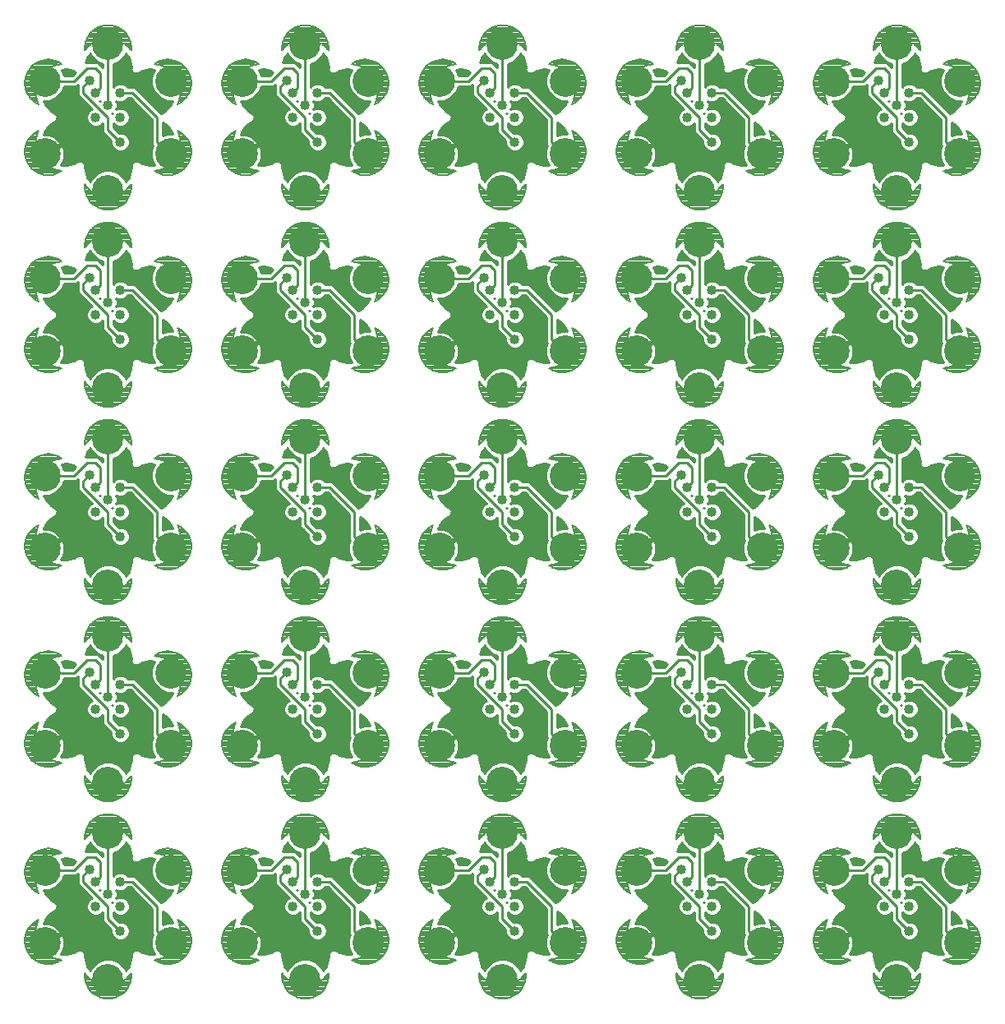
<source format=gbl>
G75*
G70*
%OFA0B0*%
%FSLAX24Y24*%
%IPPOS*%
%LPD*%
%AMOC8*
5,1,8,0,0,1.08239X$1,22.5*
%
%ADD10C,0.1266*%
%ADD11C,0.0080*%
%ADD12C,0.0400*%
%ADD13C,0.0100*%
D10*
X003182Y004263D03*
X005739Y002786D03*
X008298Y004264D03*
X011182Y004263D03*
X013739Y002786D03*
X016298Y004264D03*
X019182Y004263D03*
X021739Y002786D03*
X024298Y004264D03*
X027182Y004263D03*
X029739Y002786D03*
X032298Y004264D03*
X035182Y004263D03*
X037739Y002786D03*
X040298Y004264D03*
X040297Y007218D03*
X037740Y008690D03*
X037739Y010786D03*
X035182Y012263D03*
X032298Y012264D03*
X032297Y015218D03*
X035182Y015217D03*
X037740Y016690D03*
X037739Y018786D03*
X035182Y020263D03*
X032298Y020264D03*
X029739Y018786D03*
X029740Y016690D03*
X027182Y015217D03*
X027182Y012263D03*
X029739Y010786D03*
X029740Y008690D03*
X032297Y007218D03*
X035182Y007217D03*
X040298Y012264D03*
X040297Y015218D03*
X040298Y020264D03*
X040297Y023218D03*
X037740Y024690D03*
X037739Y026786D03*
X035182Y028263D03*
X032298Y028264D03*
X032297Y031218D03*
X035182Y031217D03*
X037740Y032690D03*
X037739Y034786D03*
X035182Y036263D03*
X032298Y036264D03*
X029739Y034786D03*
X029740Y032690D03*
X027182Y031217D03*
X027182Y028263D03*
X029739Y026786D03*
X029740Y024690D03*
X032297Y023218D03*
X035182Y023217D03*
X040298Y028264D03*
X040297Y031218D03*
X040298Y036264D03*
X040297Y039218D03*
X037740Y040690D03*
X035182Y039217D03*
X032297Y039218D03*
X029740Y040690D03*
X027182Y039217D03*
X024297Y039218D03*
X021740Y040690D03*
X019182Y039217D03*
X016297Y039218D03*
X013740Y040690D03*
X011182Y039217D03*
X008297Y039218D03*
X005740Y040690D03*
X003182Y039217D03*
X003182Y036263D03*
X005739Y034786D03*
X005740Y032690D03*
X008297Y031218D03*
X011182Y031217D03*
X013740Y032690D03*
X013739Y034786D03*
X011182Y036263D03*
X008298Y036264D03*
X003182Y031217D03*
X003182Y028263D03*
X005739Y026786D03*
X005740Y024690D03*
X008297Y023218D03*
X011182Y023217D03*
X013740Y024690D03*
X013739Y026786D03*
X011182Y028263D03*
X008298Y028264D03*
X003182Y023217D03*
X003182Y020263D03*
X005739Y018786D03*
X005740Y016690D03*
X008297Y015218D03*
X011182Y015217D03*
X013740Y016690D03*
X013739Y018786D03*
X011182Y020263D03*
X008298Y020264D03*
X003182Y015217D03*
X003182Y012263D03*
X005739Y010786D03*
X005740Y008690D03*
X008297Y007218D03*
X011182Y007217D03*
X013740Y008690D03*
X013739Y010786D03*
X011182Y012263D03*
X008298Y012264D03*
X003182Y007217D03*
X016297Y007218D03*
X019182Y007217D03*
X021740Y008690D03*
X021739Y010786D03*
X019182Y012263D03*
X019182Y015217D03*
X021740Y016690D03*
X021739Y018786D03*
X019182Y020263D03*
X016298Y020264D03*
X016297Y023218D03*
X019182Y023217D03*
X021740Y024690D03*
X021739Y026786D03*
X019182Y028263D03*
X019182Y031217D03*
X021740Y032690D03*
X021739Y034786D03*
X019182Y036263D03*
X016298Y036264D03*
X016297Y031218D03*
X016298Y028264D03*
X024298Y028264D03*
X024297Y031218D03*
X024298Y036264D03*
X027182Y036263D03*
X027182Y023217D03*
X024297Y023218D03*
X024298Y020264D03*
X027182Y020263D03*
X024297Y015218D03*
X024298Y012264D03*
X024297Y007218D03*
X027182Y007217D03*
X016298Y012264D03*
X016297Y015218D03*
D11*
X003042Y003429D02*
X002909Y003482D01*
X002785Y003554D01*
X002674Y003644D01*
X002578Y003750D01*
X002500Y003869D01*
X002436Y003997D01*
X002392Y004133D01*
X002369Y004274D01*
X002369Y004417D01*
X002390Y004558D01*
X002432Y004695D01*
X002495Y004823D01*
X002577Y004940D01*
X002675Y005044D01*
X002789Y005131D01*
X002914Y005199D01*
X002859Y005040D01*
X002827Y004875D01*
X002819Y004707D01*
X002835Y004539D01*
X002875Y004376D01*
X002938Y004219D01*
X003022Y004074D01*
X003126Y003941D01*
X003248Y003825D01*
X003385Y003727D01*
X003535Y003650D01*
X003694Y003595D01*
X003859Y003563D01*
X003737Y003489D01*
X003605Y003434D01*
X003466Y003400D01*
X003323Y003388D01*
X003181Y003398D01*
X003042Y003429D01*
X002955Y003463D02*
X003676Y003463D01*
X003620Y003620D02*
X002703Y003620D01*
X002625Y003699D02*
X003440Y003699D01*
X003315Y003777D02*
X002560Y003777D01*
X002509Y003856D02*
X003215Y003856D01*
X003133Y003934D02*
X002467Y003934D01*
X002431Y004013D02*
X003070Y004013D01*
X003012Y004091D02*
X002405Y004091D01*
X002386Y004170D02*
X002966Y004170D01*
X002926Y004248D02*
X002373Y004248D01*
X002369Y004327D02*
X002895Y004327D01*
X002868Y004405D02*
X002369Y004405D01*
X002379Y004484D02*
X002849Y004484D01*
X002833Y004562D02*
X002391Y004562D01*
X002415Y004641D02*
X002826Y004641D01*
X002820Y004719D02*
X002444Y004719D01*
X002483Y004798D02*
X002824Y004798D01*
X002828Y004876D02*
X002532Y004876D01*
X002591Y004955D02*
X002843Y004955D01*
X002858Y005033D02*
X002666Y005033D01*
X002764Y005112D02*
X002884Y005112D01*
X002898Y005190D02*
X002911Y005190D01*
X002914Y006281D02*
X002859Y006440D01*
X002827Y006605D01*
X002819Y006773D01*
X002836Y006941D01*
X002875Y007104D01*
X002938Y007261D01*
X003022Y007406D01*
X003126Y007539D01*
X003248Y007655D01*
X003385Y007753D01*
X003535Y007830D01*
X003694Y007885D01*
X003859Y007917D01*
X003737Y007991D01*
X003605Y008046D01*
X003466Y008080D01*
X003324Y008092D01*
X003181Y008082D01*
X003042Y008051D01*
X002909Y007998D01*
X002785Y007926D01*
X002674Y007836D01*
X002579Y007730D01*
X002500Y007611D01*
X002436Y007483D01*
X002392Y007347D01*
X002369Y007206D01*
X002369Y007063D01*
X002390Y006922D01*
X002432Y006785D01*
X002495Y006657D01*
X002577Y006540D01*
X002675Y006436D01*
X002789Y006349D01*
X002914Y006281D01*
X002911Y006290D02*
X002898Y006290D01*
X002884Y006368D02*
X002764Y006368D01*
X002858Y006447D02*
X002666Y006447D01*
X002591Y006525D02*
X002843Y006525D01*
X002828Y006604D02*
X002532Y006604D01*
X002483Y006682D02*
X002824Y006682D01*
X002820Y006761D02*
X002444Y006761D01*
X002416Y006839D02*
X002826Y006839D01*
X002833Y006918D02*
X002391Y006918D01*
X002379Y006996D02*
X002849Y006996D01*
X002868Y007075D02*
X002369Y007075D01*
X002369Y007153D02*
X002895Y007153D01*
X002926Y007232D02*
X002374Y007232D01*
X002386Y007310D02*
X002966Y007310D01*
X003012Y007389D02*
X002405Y007389D01*
X002431Y007467D02*
X003070Y007467D01*
X003133Y007546D02*
X002467Y007546D01*
X002509Y007624D02*
X003215Y007624D01*
X003315Y007703D02*
X002560Y007703D01*
X002625Y007781D02*
X003440Y007781D01*
X003620Y007860D02*
X002703Y007860D01*
X002806Y007938D02*
X003825Y007938D01*
X003676Y008017D02*
X002955Y008017D01*
X004795Y008454D02*
X004905Y008581D01*
X005033Y008691D01*
X005174Y008782D01*
X005328Y008852D01*
X005489Y008899D01*
X005656Y008923D01*
X005824Y008923D01*
X005991Y008899D01*
X006152Y008852D01*
X006306Y008782D01*
X006447Y008691D01*
X006575Y008581D01*
X006685Y008454D01*
X006688Y008597D01*
X006669Y008738D01*
X006629Y008875D01*
X006568Y009005D01*
X006489Y009123D01*
X006392Y009228D01*
X006280Y009317D01*
X006156Y009388D01*
X006022Y009439D01*
X005883Y009469D01*
X005740Y009477D01*
X005597Y009469D01*
X005458Y009439D01*
X005324Y009388D01*
X005200Y009317D01*
X005088Y009228D01*
X004991Y009123D01*
X004912Y009005D01*
X004851Y008875D01*
X004811Y008738D01*
X004792Y008597D01*
X004795Y008454D01*
X004794Y008488D02*
X004824Y008488D01*
X004793Y008566D02*
X004893Y008566D01*
X004979Y008645D02*
X004798Y008645D01*
X004809Y008723D02*
X005083Y008723D01*
X005217Y008802D02*
X004829Y008802D01*
X004853Y008880D02*
X005423Y008880D01*
X005144Y009273D02*
X006336Y009273D01*
X006424Y009194D02*
X005056Y009194D01*
X004986Y009116D02*
X006494Y009116D01*
X006547Y009037D02*
X004933Y009037D01*
X004890Y008959D02*
X006590Y008959D01*
X006627Y008880D02*
X006057Y008880D01*
X006263Y008802D02*
X006651Y008802D01*
X006671Y008723D02*
X006397Y008723D01*
X006501Y008645D02*
X006682Y008645D01*
X006687Y008566D02*
X006587Y008566D01*
X006656Y008488D02*
X006686Y008488D01*
X006221Y009351D02*
X005259Y009351D01*
X005432Y009430D02*
X006048Y009430D01*
X005881Y010007D02*
X005739Y009999D01*
X005596Y010007D01*
X005456Y010037D01*
X005323Y010088D01*
X005199Y010159D01*
X005087Y010248D01*
X004990Y010353D01*
X004910Y010472D01*
X004850Y010601D01*
X004809Y010738D01*
X004791Y010880D01*
X004794Y011023D01*
X004904Y010896D01*
X005031Y010785D01*
X005173Y010694D01*
X005326Y010625D01*
X005488Y010577D01*
X005654Y010553D01*
X005823Y010553D01*
X005989Y010577D01*
X006151Y010625D01*
X006304Y010694D01*
X006446Y010785D01*
X006573Y010896D01*
X006684Y011023D01*
X006687Y010880D01*
X006668Y010738D01*
X006628Y010601D01*
X006567Y010472D01*
X006487Y010353D01*
X006390Y010248D01*
X006279Y010159D01*
X006155Y010088D01*
X006021Y010037D01*
X005881Y010007D01*
X006074Y010058D02*
X005403Y010058D01*
X005239Y010136D02*
X006238Y010136D01*
X006348Y010215D02*
X005129Y010215D01*
X005045Y010293D02*
X006432Y010293D01*
X006500Y010372D02*
X004978Y010372D01*
X004925Y010450D02*
X006553Y010450D01*
X006594Y010529D02*
X004884Y010529D01*
X004848Y010607D02*
X005386Y010607D01*
X005193Y010686D02*
X004825Y010686D01*
X004806Y010764D02*
X005065Y010764D01*
X004965Y010843D02*
X004796Y010843D01*
X004792Y010921D02*
X004882Y010921D01*
X004814Y011000D02*
X004793Y011000D01*
X003859Y011563D02*
X003694Y011595D01*
X003535Y011650D01*
X003385Y011727D01*
X003248Y011825D01*
X003126Y011941D01*
X003022Y012074D01*
X002938Y012219D01*
X002875Y012376D01*
X002835Y012539D01*
X002819Y012707D01*
X002827Y012875D01*
X002859Y013040D01*
X002914Y013199D01*
X002789Y013131D01*
X002675Y013044D01*
X002577Y012940D01*
X002495Y012823D01*
X002432Y012695D01*
X002390Y012558D01*
X002369Y012417D01*
X002369Y012274D01*
X002392Y012133D01*
X002436Y011997D01*
X002500Y011869D01*
X002578Y011750D01*
X002674Y011644D01*
X002785Y011554D01*
X002909Y011482D01*
X003042Y011429D01*
X003181Y011398D01*
X003323Y011388D01*
X003466Y011400D01*
X003605Y011434D01*
X003737Y011489D01*
X003859Y011563D01*
X003836Y011549D02*
X002794Y011549D01*
X002695Y011628D02*
X003600Y011628D01*
X003693Y011471D02*
X002937Y011471D01*
X003268Y011392D02*
X003368Y011392D01*
X003426Y011706D02*
X002618Y011706D01*
X002556Y011785D02*
X003305Y011785D01*
X003208Y011863D02*
X002504Y011863D01*
X002464Y011942D02*
X003126Y011942D01*
X003064Y012020D02*
X002428Y012020D01*
X002403Y012099D02*
X003008Y012099D01*
X002962Y012177D02*
X002385Y012177D01*
X002372Y012256D02*
X002923Y012256D01*
X002892Y012334D02*
X002369Y012334D01*
X002369Y012413D02*
X002866Y012413D01*
X002847Y012491D02*
X002380Y012491D01*
X002393Y012570D02*
X002833Y012570D01*
X002825Y012648D02*
X002418Y012648D01*
X002448Y012727D02*
X002820Y012727D01*
X002824Y012805D02*
X002486Y012805D01*
X002537Y012884D02*
X002829Y012884D01*
X002844Y012962D02*
X002597Y012962D01*
X002672Y013041D02*
X002859Y013041D01*
X002886Y013119D02*
X002773Y013119D01*
X002910Y013198D02*
X002913Y013198D01*
X002914Y014281D02*
X002859Y014440D01*
X002827Y014605D01*
X002819Y014773D01*
X002836Y014941D01*
X002875Y015104D01*
X002938Y015261D01*
X003022Y015406D01*
X003126Y015539D01*
X003248Y015655D01*
X003385Y015753D01*
X003535Y015830D01*
X003694Y015885D01*
X003859Y015917D01*
X003737Y015991D01*
X003605Y016046D01*
X003466Y016080D01*
X003324Y016092D01*
X003181Y016082D01*
X003042Y016051D01*
X002909Y015998D01*
X002785Y015926D01*
X002674Y015836D01*
X002579Y015730D01*
X002500Y015611D01*
X002436Y015483D01*
X002392Y015347D01*
X002369Y015206D01*
X002369Y015063D01*
X002390Y014922D01*
X002432Y014785D01*
X002495Y014657D01*
X002577Y014540D01*
X002675Y014436D01*
X002789Y014349D01*
X002914Y014281D01*
X002909Y014297D02*
X002885Y014297D01*
X002881Y014375D02*
X002755Y014375D01*
X002659Y014454D02*
X002856Y014454D01*
X002841Y014532D02*
X002584Y014532D01*
X002527Y014611D02*
X002827Y014611D01*
X002823Y014689D02*
X002479Y014689D01*
X002441Y014768D02*
X002820Y014768D01*
X002826Y014846D02*
X002413Y014846D01*
X002389Y014925D02*
X002834Y014925D01*
X002851Y015003D02*
X002378Y015003D01*
X002369Y015082D02*
X002870Y015082D01*
X002898Y015160D02*
X002369Y015160D01*
X002375Y015239D02*
X002929Y015239D01*
X002970Y015317D02*
X002387Y015317D01*
X002408Y015396D02*
X003016Y015396D01*
X003075Y015474D02*
X002433Y015474D01*
X002471Y015553D02*
X003140Y015553D01*
X003223Y015631D02*
X002513Y015631D01*
X002565Y015710D02*
X003324Y015710D01*
X003453Y015788D02*
X002631Y015788D01*
X002712Y015867D02*
X003640Y015867D01*
X003659Y016024D02*
X002973Y016024D01*
X002818Y015945D02*
X003813Y015945D01*
X004795Y016454D02*
X004905Y016581D01*
X005033Y016691D01*
X005174Y016782D01*
X005328Y016852D01*
X005489Y016899D01*
X005656Y016923D01*
X005824Y016923D01*
X005991Y016899D01*
X006152Y016852D01*
X006306Y016782D01*
X006447Y016691D01*
X006575Y016581D01*
X006685Y016454D01*
X006688Y016597D01*
X006669Y016738D01*
X006629Y016875D01*
X006568Y017005D01*
X006489Y017123D01*
X006392Y017228D01*
X006280Y017317D01*
X006156Y017388D01*
X006022Y017439D01*
X005883Y017469D01*
X005740Y017477D01*
X005597Y017469D01*
X005458Y017439D01*
X005324Y017388D01*
X005200Y017317D01*
X005088Y017228D01*
X004991Y017123D01*
X004912Y017005D01*
X004851Y016875D01*
X004811Y016738D01*
X004792Y016597D01*
X004795Y016454D01*
X004794Y016495D02*
X004830Y016495D01*
X004792Y016573D02*
X004899Y016573D01*
X004987Y016652D02*
X004799Y016652D01*
X004810Y016730D02*
X005093Y016730D01*
X005233Y016809D02*
X004831Y016809D01*
X004856Y016887D02*
X005447Y016887D01*
X005153Y017280D02*
X006327Y017280D01*
X006417Y017201D02*
X005063Y017201D01*
X004991Y017123D02*
X006489Y017123D01*
X006542Y017044D02*
X004938Y017044D01*
X004893Y016966D02*
X006587Y016966D01*
X006624Y016887D02*
X006033Y016887D01*
X006247Y016809D02*
X006649Y016809D01*
X006670Y016730D02*
X006387Y016730D01*
X006493Y016652D02*
X006681Y016652D01*
X006688Y016573D02*
X006581Y016573D01*
X006650Y016495D02*
X006686Y016495D01*
X006209Y017358D02*
X005271Y017358D01*
X005451Y017437D02*
X006029Y017437D01*
X005881Y018007D02*
X005739Y017999D01*
X005596Y018007D01*
X005456Y018037D01*
X005323Y018088D01*
X005199Y018159D01*
X005087Y018248D01*
X004990Y018353D01*
X004910Y018472D01*
X004850Y018601D01*
X004809Y018738D01*
X004791Y018880D01*
X004794Y019023D01*
X004904Y018896D01*
X005031Y018785D01*
X005173Y018694D01*
X005326Y018625D01*
X005488Y018577D01*
X005654Y018553D01*
X005823Y018553D01*
X005989Y018577D01*
X006151Y018625D01*
X006304Y018694D01*
X006446Y018785D01*
X006573Y018896D01*
X006684Y019023D01*
X006687Y018880D01*
X006668Y018738D01*
X006628Y018601D01*
X006567Y018472D01*
X006487Y018353D01*
X006390Y018248D01*
X006279Y018159D01*
X006155Y018088D01*
X006021Y018037D01*
X005881Y018007D01*
X006092Y018065D02*
X005385Y018065D01*
X005227Y018143D02*
X006250Y018143D01*
X006357Y018222D02*
X005120Y018222D01*
X005039Y018300D02*
X006438Y018300D01*
X006505Y018379D02*
X004973Y018379D01*
X004920Y018457D02*
X006557Y018457D01*
X006597Y018536D02*
X004880Y018536D01*
X004846Y018614D02*
X005362Y018614D01*
X005177Y018693D02*
X004823Y018693D01*
X004805Y018771D02*
X005054Y018771D01*
X004957Y018850D02*
X004795Y018850D01*
X004792Y018928D02*
X004876Y018928D01*
X004808Y019007D02*
X004793Y019007D01*
X003859Y019563D02*
X003694Y019595D01*
X003535Y019650D01*
X003385Y019727D01*
X003248Y019825D01*
X003126Y019941D01*
X003022Y020074D01*
X002938Y020219D01*
X002875Y020376D01*
X002835Y020539D01*
X002819Y020707D01*
X002827Y020875D01*
X002859Y021040D01*
X002914Y021199D01*
X002789Y021131D01*
X002675Y021044D01*
X002577Y020940D01*
X002495Y020823D01*
X002432Y020695D01*
X002390Y020558D01*
X002369Y020417D01*
X002369Y020274D01*
X002392Y020133D01*
X002436Y019997D01*
X002500Y019869D01*
X002578Y019750D01*
X002674Y019644D01*
X002785Y019554D01*
X002909Y019482D01*
X003042Y019429D01*
X003181Y019398D01*
X003323Y019388D01*
X003466Y019400D01*
X003605Y019434D01*
X003737Y019489D01*
X003859Y019563D01*
X003848Y019556D02*
X002783Y019556D01*
X002686Y019635D02*
X003579Y019635D01*
X003413Y019713D02*
X002612Y019713D01*
X002551Y019792D02*
X003295Y019792D01*
X003201Y019870D02*
X002500Y019870D01*
X002460Y019949D02*
X003120Y019949D01*
X003059Y020027D02*
X002426Y020027D01*
X002401Y020106D02*
X003004Y020106D01*
X002958Y020184D02*
X002384Y020184D01*
X002371Y020263D02*
X002921Y020263D01*
X002889Y020341D02*
X002369Y020341D01*
X002369Y020420D02*
X002865Y020420D01*
X002846Y020498D02*
X002381Y020498D01*
X002395Y020577D02*
X002832Y020577D01*
X002824Y020655D02*
X002420Y020655D01*
X002451Y020734D02*
X002821Y020734D01*
X002824Y020812D02*
X002490Y020812D01*
X002542Y020891D02*
X002830Y020891D01*
X002845Y020969D02*
X002604Y020969D01*
X002680Y021048D02*
X002862Y021048D01*
X002889Y021126D02*
X002783Y021126D01*
X002914Y022281D02*
X002859Y022440D01*
X002827Y022605D01*
X002819Y022773D01*
X002836Y022941D01*
X002875Y023104D01*
X002938Y023261D01*
X003022Y023406D01*
X003126Y023539D01*
X003248Y023655D01*
X003385Y023753D01*
X003535Y023830D01*
X003694Y023885D01*
X003859Y023917D01*
X003737Y023991D01*
X003605Y024046D01*
X003466Y024080D01*
X003324Y024092D01*
X003181Y024082D01*
X003042Y024051D01*
X002909Y023998D01*
X002785Y023926D01*
X002674Y023836D01*
X002579Y023730D01*
X002500Y023611D01*
X002436Y023483D01*
X002392Y023347D01*
X002369Y023206D01*
X002369Y023063D01*
X002390Y022922D01*
X002432Y022785D01*
X002495Y022657D01*
X002577Y022540D01*
X002675Y022436D01*
X002789Y022349D01*
X002914Y022281D01*
X002906Y022304D02*
X002872Y022304D01*
X002879Y022382D02*
X002746Y022382D01*
X002652Y022461D02*
X002855Y022461D01*
X002840Y022539D02*
X002577Y022539D01*
X002523Y022618D02*
X002827Y022618D01*
X002823Y022696D02*
X002476Y022696D01*
X002437Y022775D02*
X002820Y022775D01*
X002827Y022853D02*
X002411Y022853D01*
X002388Y022932D02*
X002835Y022932D01*
X002852Y023010D02*
X002377Y023010D01*
X002369Y023089D02*
X002871Y023089D01*
X002900Y023167D02*
X002369Y023167D01*
X002376Y023246D02*
X002932Y023246D01*
X002974Y023324D02*
X002388Y023324D01*
X002410Y023403D02*
X003020Y023403D01*
X003081Y023481D02*
X002435Y023481D01*
X002474Y023560D02*
X003148Y023560D01*
X003230Y023638D02*
X002518Y023638D01*
X002570Y023717D02*
X003334Y023717D01*
X003467Y023795D02*
X002637Y023795D01*
X002720Y023874D02*
X003660Y023874D01*
X003642Y024031D02*
X002991Y024031D01*
X002830Y023952D02*
X003801Y023952D01*
X004795Y024454D02*
X004905Y024581D01*
X005033Y024691D01*
X005174Y024782D01*
X005328Y024852D01*
X005489Y024899D01*
X005656Y024923D01*
X005824Y024923D01*
X005991Y024899D01*
X006152Y024852D01*
X006306Y024782D01*
X006447Y024691D01*
X006575Y024581D01*
X006685Y024454D01*
X006688Y024597D01*
X006669Y024738D01*
X006629Y024875D01*
X006568Y025005D01*
X006489Y025123D01*
X006392Y025228D01*
X006280Y025317D01*
X006156Y025388D01*
X006022Y025439D01*
X005883Y025469D01*
X005740Y025477D01*
X005597Y025469D01*
X005458Y025439D01*
X005324Y025388D01*
X005200Y025317D01*
X005088Y025228D01*
X004991Y025123D01*
X004912Y025005D01*
X004851Y024875D01*
X004811Y024738D01*
X004792Y024597D01*
X004795Y024454D01*
X004794Y024502D02*
X004837Y024502D01*
X004792Y024580D02*
X004905Y024580D01*
X004995Y024659D02*
X004800Y024659D01*
X004811Y024737D02*
X005104Y024737D01*
X005248Y024816D02*
X004833Y024816D01*
X004860Y024894D02*
X005471Y024894D01*
X005161Y025287D02*
X006319Y025287D01*
X006411Y025208D02*
X005069Y025208D01*
X004997Y025130D02*
X006483Y025130D01*
X006537Y025051D02*
X004943Y025051D01*
X004896Y024973D02*
X006584Y024973D01*
X006620Y024894D02*
X006009Y024894D01*
X006232Y024816D02*
X006647Y024816D01*
X006669Y024737D02*
X006376Y024737D01*
X006485Y024659D02*
X006680Y024659D01*
X006688Y024580D02*
X006575Y024580D01*
X006643Y024502D02*
X006686Y024502D01*
X006196Y025365D02*
X005284Y025365D01*
X005478Y025444D02*
X006002Y025444D01*
X005881Y026007D02*
X005739Y025999D01*
X005596Y026007D01*
X005456Y026037D01*
X005323Y026088D01*
X005199Y026159D01*
X005087Y026248D01*
X004990Y026353D01*
X004910Y026472D01*
X004850Y026601D01*
X004809Y026738D01*
X004791Y026880D01*
X004794Y027023D01*
X004904Y026896D01*
X005031Y026785D01*
X005173Y026694D01*
X005326Y026625D01*
X005488Y026577D01*
X005654Y026553D01*
X005823Y026553D01*
X005989Y026577D01*
X006151Y026625D01*
X006304Y026694D01*
X006446Y026785D01*
X006573Y026896D01*
X006684Y027023D01*
X006687Y026880D01*
X006668Y026738D01*
X006628Y026601D01*
X006567Y026472D01*
X006487Y026353D01*
X006390Y026248D01*
X006279Y026159D01*
X006155Y026088D01*
X006021Y026037D01*
X005881Y026007D01*
X006111Y026072D02*
X005367Y026072D01*
X005215Y026150D02*
X006263Y026150D01*
X006366Y026229D02*
X005111Y026229D01*
X005032Y026307D02*
X006445Y026307D01*
X006509Y026386D02*
X004968Y026386D01*
X004915Y026464D02*
X006562Y026464D01*
X006600Y026543D02*
X004877Y026543D01*
X004844Y026621D02*
X005338Y026621D01*
X005165Y026700D02*
X004821Y026700D01*
X004804Y026778D02*
X005043Y026778D01*
X004949Y026857D02*
X004794Y026857D01*
X004792Y026935D02*
X004870Y026935D01*
X004802Y027014D02*
X004794Y027014D01*
X003859Y027563D02*
X003694Y027595D01*
X003535Y027650D01*
X003385Y027727D01*
X003248Y027825D01*
X003126Y027941D01*
X003022Y028074D01*
X002938Y028219D01*
X002875Y028376D01*
X002835Y028539D01*
X002819Y028707D01*
X002827Y028875D01*
X002859Y029040D01*
X002914Y029199D01*
X002789Y029131D01*
X002675Y029044D01*
X002577Y028940D01*
X002495Y028823D01*
X002432Y028695D01*
X002390Y028558D01*
X002369Y028417D01*
X002369Y028274D01*
X002392Y028133D01*
X002436Y027997D01*
X002500Y027869D01*
X002578Y027750D01*
X002674Y027644D01*
X002785Y027554D01*
X002909Y027482D01*
X003042Y027429D01*
X003181Y027398D01*
X003323Y027388D01*
X003466Y027400D01*
X003605Y027434D01*
X003737Y027489D01*
X003859Y027563D01*
X003858Y027563D02*
X002774Y027563D01*
X002677Y027642D02*
X003559Y027642D01*
X003399Y027720D02*
X002606Y027720D01*
X002547Y027799D02*
X003285Y027799D01*
X003193Y027877D02*
X002496Y027877D01*
X002457Y027956D02*
X003115Y027956D01*
X003053Y028034D02*
X002424Y028034D01*
X002399Y028113D02*
X002999Y028113D01*
X002954Y028191D02*
X002383Y028191D01*
X002370Y028270D02*
X002918Y028270D01*
X002886Y028348D02*
X002369Y028348D01*
X002370Y028427D02*
X002863Y028427D01*
X002844Y028505D02*
X002382Y028505D01*
X002398Y028584D02*
X002831Y028584D01*
X002824Y028662D02*
X002422Y028662D01*
X002455Y028741D02*
X002821Y028741D01*
X002825Y028819D02*
X002493Y028819D01*
X002547Y028898D02*
X002832Y028898D01*
X002847Y028976D02*
X002611Y028976D01*
X002690Y029055D02*
X002864Y029055D01*
X002891Y029133D02*
X002793Y029133D01*
X002914Y030281D02*
X002859Y030440D01*
X002827Y030605D01*
X002819Y030773D01*
X002836Y030941D01*
X002875Y031104D01*
X002938Y031261D01*
X003022Y031406D01*
X003126Y031539D01*
X003248Y031655D01*
X003385Y031753D01*
X003535Y031830D01*
X003694Y031885D01*
X003859Y031917D01*
X003737Y031991D01*
X003605Y032046D01*
X003466Y032080D01*
X003324Y032092D01*
X003181Y032082D01*
X003042Y032051D01*
X002909Y031998D01*
X002785Y031926D01*
X002674Y031836D01*
X002579Y031730D01*
X002500Y031611D01*
X002436Y031483D01*
X002392Y031347D01*
X002369Y031206D01*
X002369Y031063D01*
X002390Y030922D01*
X002432Y030785D01*
X002495Y030657D01*
X002577Y030540D01*
X002675Y030436D01*
X002789Y030349D01*
X002914Y030281D01*
X002904Y030311D02*
X002859Y030311D01*
X002877Y030389D02*
X002737Y030389D01*
X002646Y030468D02*
X002854Y030468D01*
X002839Y030546D02*
X002572Y030546D01*
X002518Y030625D02*
X002826Y030625D01*
X002823Y030703D02*
X002472Y030703D01*
X002434Y030782D02*
X002820Y030782D01*
X002828Y030860D02*
X002409Y030860D01*
X002387Y030939D02*
X002835Y030939D01*
X002854Y031017D02*
X002376Y031017D01*
X002369Y031096D02*
X002873Y031096D01*
X002903Y031174D02*
X002369Y031174D01*
X002377Y031253D02*
X002935Y031253D01*
X002979Y031331D02*
X002389Y031331D01*
X002412Y031410D02*
X003024Y031410D01*
X003086Y031488D02*
X002438Y031488D01*
X002478Y031567D02*
X003155Y031567D01*
X003237Y031645D02*
X002523Y031645D01*
X002574Y031724D02*
X003344Y031724D01*
X003481Y031802D02*
X002644Y031802D01*
X002729Y031881D02*
X003680Y031881D01*
X003790Y031959D02*
X002842Y031959D01*
X003008Y032038D02*
X003625Y032038D01*
X004795Y032454D02*
X004905Y032581D01*
X005033Y032691D01*
X005174Y032782D01*
X005328Y032852D01*
X005489Y032899D01*
X005656Y032923D01*
X005824Y032923D01*
X005991Y032899D01*
X006152Y032852D01*
X006306Y032782D01*
X006447Y032691D01*
X006575Y032581D01*
X006685Y032454D01*
X006688Y032597D01*
X006669Y032738D01*
X006629Y032875D01*
X006568Y033005D01*
X006489Y033123D01*
X006392Y033228D01*
X006280Y033317D01*
X006156Y033388D01*
X006022Y033439D01*
X005883Y033469D01*
X005740Y033477D01*
X005597Y033469D01*
X005458Y033439D01*
X005324Y033388D01*
X005200Y033317D01*
X005088Y033228D01*
X004991Y033123D01*
X004912Y033005D01*
X004851Y032875D01*
X004811Y032738D01*
X004792Y032597D01*
X004795Y032454D01*
X004794Y032509D02*
X004843Y032509D01*
X004792Y032587D02*
X004913Y032587D01*
X005003Y032666D02*
X004801Y032666D01*
X004812Y032744D02*
X005115Y032744D01*
X005263Y032823D02*
X004835Y032823D01*
X004863Y032901D02*
X005502Y032901D01*
X005978Y032901D02*
X006617Y032901D01*
X006645Y032823D02*
X006217Y032823D01*
X006365Y032744D02*
X006668Y032744D01*
X006679Y032666D02*
X006477Y032666D01*
X006567Y032587D02*
X006688Y032587D01*
X006686Y032509D02*
X006637Y032509D01*
X006580Y032980D02*
X004900Y032980D01*
X004947Y033058D02*
X006533Y033058D01*
X006477Y033137D02*
X005003Y033137D01*
X005076Y033215D02*
X006404Y033215D01*
X006310Y033294D02*
X005170Y033294D01*
X005296Y033372D02*
X006184Y033372D01*
X005969Y033451D02*
X005511Y033451D01*
X005596Y034007D02*
X005456Y034037D01*
X005323Y034088D01*
X005199Y034159D01*
X005087Y034248D01*
X004990Y034353D01*
X004910Y034472D01*
X004850Y034601D01*
X004809Y034738D01*
X004791Y034880D01*
X004794Y035023D01*
X004904Y034896D01*
X005031Y034785D01*
X005173Y034694D01*
X005326Y034625D01*
X005488Y034577D01*
X005654Y034553D01*
X005823Y034553D01*
X005989Y034577D01*
X006151Y034625D01*
X006304Y034694D01*
X006446Y034785D01*
X006573Y034896D01*
X006684Y035023D01*
X006687Y034880D01*
X006668Y034738D01*
X006628Y034601D01*
X006567Y034472D01*
X006487Y034353D01*
X006390Y034248D01*
X006279Y034159D01*
X006155Y034088D01*
X006021Y034037D01*
X005881Y034007D01*
X005739Y033999D01*
X005596Y034007D01*
X005721Y034000D02*
X005756Y034000D01*
X006129Y034079D02*
X005348Y034079D01*
X005202Y034157D02*
X006275Y034157D01*
X006375Y034236D02*
X005103Y034236D01*
X005026Y034314D02*
X006451Y034314D01*
X006514Y034393D02*
X004963Y034393D01*
X004911Y034471D02*
X006567Y034471D01*
X006604Y034550D02*
X004874Y034550D01*
X004842Y034628D02*
X005319Y034628D01*
X005154Y034707D02*
X004819Y034707D01*
X004803Y034785D02*
X005032Y034785D01*
X004941Y034864D02*
X004793Y034864D01*
X004792Y034942D02*
X004864Y034942D01*
X004796Y035021D02*
X004794Y035021D01*
X003859Y035563D02*
X003694Y035595D01*
X003535Y035650D01*
X003385Y035727D01*
X003248Y035825D01*
X003126Y035941D01*
X003022Y036074D01*
X002938Y036219D01*
X002875Y036376D01*
X002835Y036539D01*
X002819Y036707D01*
X002827Y036875D01*
X002859Y037040D01*
X002914Y037199D01*
X002789Y037131D01*
X002675Y037044D01*
X002577Y036940D01*
X002495Y036823D01*
X002432Y036695D01*
X002390Y036558D01*
X002369Y036417D01*
X002369Y036274D01*
X002392Y036133D01*
X002436Y035997D01*
X002500Y035869D01*
X002578Y035750D01*
X002674Y035644D01*
X002785Y035554D01*
X002909Y035482D01*
X003042Y035429D01*
X003181Y035398D01*
X003323Y035388D01*
X003466Y035400D01*
X003605Y035434D01*
X003737Y035489D01*
X003859Y035563D01*
X003822Y035570D02*
X002765Y035570D01*
X002670Y035649D02*
X003539Y035649D01*
X003385Y035727D02*
X002599Y035727D01*
X002542Y035806D02*
X003275Y035806D01*
X003186Y035884D02*
X002493Y035884D01*
X002453Y035963D02*
X003109Y035963D01*
X003048Y036041D02*
X002422Y036041D01*
X002396Y036120D02*
X002995Y036120D01*
X002950Y036198D02*
X002382Y036198D01*
X002369Y036277D02*
X002915Y036277D01*
X002883Y036355D02*
X002369Y036355D01*
X002371Y036434D02*
X002861Y036434D01*
X002842Y036512D02*
X002383Y036512D01*
X002400Y036591D02*
X002831Y036591D01*
X002823Y036669D02*
X002424Y036669D01*
X002458Y036748D02*
X002821Y036748D01*
X002825Y036826D02*
X002497Y036826D01*
X002552Y036905D02*
X002833Y036905D01*
X002848Y036983D02*
X002618Y036983D01*
X002699Y037062D02*
X002866Y037062D01*
X002894Y037140D02*
X002806Y037140D01*
X002914Y038281D02*
X002859Y038440D01*
X002827Y038605D01*
X002819Y038773D01*
X002836Y038941D01*
X002875Y039104D01*
X002938Y039261D01*
X003022Y039406D01*
X003126Y039539D01*
X003248Y039655D01*
X003385Y039753D01*
X003535Y039830D01*
X003694Y039885D01*
X003859Y039917D01*
X003737Y039991D01*
X003605Y040046D01*
X003466Y040080D01*
X003324Y040092D01*
X003181Y040082D01*
X003042Y040051D01*
X002909Y039998D01*
X002785Y039926D01*
X002674Y039836D01*
X002579Y039730D01*
X002500Y039611D01*
X002436Y039483D01*
X002392Y039347D01*
X002369Y039206D01*
X002369Y039063D01*
X002390Y038922D01*
X002432Y038785D01*
X002495Y038657D01*
X002577Y038540D01*
X002675Y038436D01*
X002789Y038349D01*
X002914Y038281D01*
X002901Y038318D02*
X002847Y038318D01*
X002874Y038396D02*
X002728Y038396D01*
X002639Y038475D02*
X002852Y038475D01*
X002837Y038553D02*
X002567Y038553D01*
X002513Y038632D02*
X002826Y038632D01*
X002822Y038710D02*
X002469Y038710D01*
X002431Y038789D02*
X002821Y038789D01*
X002828Y038867D02*
X002407Y038867D01*
X002386Y038946D02*
X002837Y038946D01*
X002856Y039024D02*
X002374Y039024D01*
X002369Y039103D02*
X002875Y039103D01*
X002906Y039181D02*
X002369Y039181D01*
X002378Y039260D02*
X002937Y039260D01*
X002983Y039338D02*
X002391Y039338D01*
X002414Y039417D02*
X003030Y039417D01*
X003092Y039495D02*
X002442Y039495D01*
X002481Y039574D02*
X003163Y039574D01*
X003245Y039652D02*
X002527Y039652D01*
X002579Y039731D02*
X003354Y039731D01*
X003494Y039809D02*
X002650Y039809D01*
X002738Y039888D02*
X003706Y039888D01*
X003778Y039966D02*
X002854Y039966D01*
X003026Y040045D02*
X003608Y040045D01*
X004795Y040454D02*
X004905Y040581D01*
X005033Y040691D01*
X005174Y040782D01*
X005328Y040852D01*
X005489Y040899D01*
X005656Y040923D01*
X005824Y040923D01*
X005991Y040899D01*
X006152Y040852D01*
X006306Y040782D01*
X006447Y040691D01*
X006575Y040581D01*
X006685Y040454D01*
X006688Y040597D01*
X006669Y040738D01*
X006629Y040875D01*
X006568Y041005D01*
X006489Y041123D01*
X006392Y041228D01*
X006280Y041317D01*
X006156Y041388D01*
X006022Y041439D01*
X005883Y041469D01*
X005740Y041477D01*
X005597Y041469D01*
X005458Y041439D01*
X005324Y041388D01*
X005200Y041317D01*
X005088Y041228D01*
X004991Y041123D01*
X004912Y041005D01*
X004851Y040875D01*
X004811Y040738D01*
X004792Y040597D01*
X004795Y040454D01*
X004794Y040516D02*
X004849Y040516D01*
X004792Y040594D02*
X004921Y040594D01*
X005011Y040673D02*
X004802Y040673D01*
X004814Y040751D02*
X005126Y040751D01*
X005279Y040830D02*
X004837Y040830D01*
X004866Y040908D02*
X005551Y040908D01*
X005929Y040908D02*
X006614Y040908D01*
X006643Y040830D02*
X006201Y040830D01*
X006354Y040751D02*
X006666Y040751D01*
X006678Y040673D02*
X006469Y040673D01*
X006559Y040594D02*
X006688Y040594D01*
X006686Y040516D02*
X006631Y040516D01*
X006577Y040987D02*
X004903Y040987D01*
X004952Y041065D02*
X006528Y041065D01*
X006470Y041144D02*
X005010Y041144D01*
X005082Y041222D02*
X006398Y041222D01*
X006301Y041301D02*
X005179Y041301D01*
X005308Y041379D02*
X006172Y041379D01*
X005936Y041458D02*
X005544Y041458D01*
X007620Y039918D02*
X007785Y039886D01*
X007944Y039831D01*
X008094Y039754D01*
X008231Y039656D01*
X008353Y039540D01*
X008457Y039407D01*
X008541Y039261D01*
X008603Y039105D01*
X008643Y038942D01*
X008659Y038774D01*
X008651Y038606D01*
X008619Y038440D01*
X008565Y038281D01*
X008690Y038350D01*
X008803Y038437D01*
X008902Y038540D01*
X008984Y038658D01*
X009046Y038786D01*
X009089Y038922D01*
X009110Y039064D01*
X009109Y039207D01*
X009087Y039348D01*
X009043Y039484D01*
X008979Y039611D01*
X008900Y039731D01*
X008804Y039837D01*
X008693Y039927D01*
X008570Y039999D01*
X008437Y040051D01*
X008298Y040083D01*
X008155Y040093D01*
X008013Y040080D01*
X007874Y040047D01*
X007742Y039992D01*
X007620Y039918D01*
X007699Y039966D02*
X008626Y039966D01*
X008742Y039888D02*
X007776Y039888D01*
X007869Y040045D02*
X008454Y040045D01*
X008829Y039809D02*
X007986Y039809D01*
X008126Y039731D02*
X008900Y039731D01*
X008952Y039652D02*
X008235Y039652D01*
X008317Y039574D02*
X008998Y039574D01*
X009037Y039495D02*
X008388Y039495D01*
X008449Y039417D02*
X009064Y039417D01*
X009088Y039338D02*
X008497Y039338D01*
X008541Y039260D02*
X009101Y039260D01*
X009109Y039181D02*
X008573Y039181D01*
X008604Y039103D02*
X009110Y039103D01*
X009104Y039024D02*
X008623Y039024D01*
X008642Y038946D02*
X009092Y038946D01*
X009072Y038867D02*
X008650Y038867D01*
X008658Y038789D02*
X009047Y038789D01*
X009009Y038710D02*
X008656Y038710D01*
X008652Y038632D02*
X008965Y038632D01*
X008911Y038553D02*
X008641Y038553D01*
X008626Y038475D02*
X008839Y038475D01*
X008750Y038396D02*
X008604Y038396D01*
X008577Y038318D02*
X008631Y038318D01*
X008565Y037200D02*
X008620Y037041D01*
X008652Y036876D01*
X008660Y036708D01*
X008644Y036540D01*
X008604Y036377D01*
X008542Y036220D01*
X008457Y036074D01*
X008353Y035942D01*
X008232Y035826D01*
X008094Y035728D01*
X007945Y035651D01*
X007786Y035596D01*
X007621Y035564D01*
X007743Y035490D01*
X007875Y035435D01*
X008014Y035401D01*
X008156Y035389D01*
X008299Y035399D01*
X008438Y035430D01*
X008571Y035483D01*
X008694Y035555D01*
X008805Y035645D01*
X008901Y035751D01*
X008979Y035870D01*
X009044Y035998D01*
X009088Y036134D01*
X009110Y036275D01*
X009111Y036418D01*
X009090Y036559D01*
X009047Y036696D01*
X008984Y036824D01*
X008903Y036941D01*
X008804Y037045D01*
X008691Y037132D01*
X008565Y037200D01*
X008586Y037140D02*
X008675Y037140D01*
X008613Y037062D02*
X008782Y037062D01*
X008863Y036983D02*
X008632Y036983D01*
X008647Y036905D02*
X008928Y036905D01*
X008983Y036826D02*
X008654Y036826D01*
X008658Y036748D02*
X009022Y036748D01*
X009056Y036669D02*
X008656Y036669D01*
X008649Y036591D02*
X009080Y036591D01*
X009097Y036512D02*
X008637Y036512D01*
X008618Y036434D02*
X009108Y036434D01*
X009110Y036355D02*
X008596Y036355D01*
X008564Y036277D02*
X009110Y036277D01*
X009098Y036198D02*
X008529Y036198D01*
X008483Y036120D02*
X009083Y036120D01*
X009058Y036041D02*
X008431Y036041D01*
X008369Y035963D02*
X009026Y035963D01*
X008986Y035884D02*
X008293Y035884D01*
X008203Y035806D02*
X008937Y035806D01*
X008879Y035727D02*
X008092Y035727D01*
X007938Y035649D02*
X008809Y035649D01*
X008713Y035570D02*
X007653Y035570D01*
X007739Y035492D02*
X008586Y035492D01*
X008362Y035413D02*
X007965Y035413D01*
X006684Y035021D02*
X006682Y035021D01*
X006685Y034942D02*
X006614Y034942D01*
X006685Y034864D02*
X006536Y034864D01*
X006445Y034785D02*
X006674Y034785D01*
X006659Y034707D02*
X006323Y034707D01*
X006159Y034628D02*
X006636Y034628D01*
X007742Y031992D02*
X007874Y032047D01*
X008013Y032080D01*
X008155Y032093D01*
X008298Y032083D01*
X008437Y032051D01*
X008570Y031999D01*
X008693Y031927D01*
X008804Y031837D01*
X008900Y031731D01*
X008979Y031611D01*
X009043Y031484D01*
X009087Y031348D01*
X009109Y031207D01*
X009110Y031064D01*
X009089Y030922D01*
X009046Y030786D01*
X008984Y030658D01*
X008902Y030540D01*
X008803Y030437D01*
X008690Y030350D01*
X008565Y030281D01*
X008619Y030440D01*
X008651Y030606D01*
X008659Y030774D01*
X008643Y030942D01*
X008603Y031105D01*
X008541Y031261D01*
X008457Y031407D01*
X008353Y031540D01*
X008231Y031656D01*
X008094Y031754D01*
X007944Y031831D01*
X007785Y031886D01*
X007620Y031918D01*
X007742Y031992D01*
X007687Y031959D02*
X008638Y031959D01*
X008750Y031881D02*
X007800Y031881D01*
X007852Y032038D02*
X008472Y032038D01*
X008836Y031802D02*
X008000Y031802D01*
X008136Y031724D02*
X008905Y031724D01*
X008956Y031645D02*
X008242Y031645D01*
X008324Y031567D02*
X009001Y031567D01*
X009041Y031488D02*
X008393Y031488D01*
X008455Y031410D02*
X009067Y031410D01*
X009089Y031331D02*
X008501Y031331D01*
X008544Y031253D02*
X009102Y031253D01*
X009109Y031174D02*
X008576Y031174D01*
X008606Y031096D02*
X009110Y031096D01*
X009103Y031017D02*
X008625Y031017D01*
X008643Y030939D02*
X009091Y030939D01*
X009069Y030860D02*
X008651Y030860D01*
X008658Y030782D02*
X009044Y030782D01*
X009006Y030703D02*
X008656Y030703D01*
X008652Y030625D02*
X008960Y030625D01*
X008906Y030546D02*
X008640Y030546D01*
X008625Y030468D02*
X008832Y030468D01*
X008741Y030389D02*
X008602Y030389D01*
X008618Y030311D02*
X008575Y030311D01*
X008565Y029200D02*
X008620Y029041D01*
X008652Y028876D01*
X008660Y028708D01*
X008644Y028540D01*
X008604Y028377D01*
X008542Y028220D01*
X008457Y028074D01*
X008353Y027942D01*
X008232Y027826D01*
X008094Y027728D01*
X007945Y027651D01*
X007786Y027596D01*
X007621Y027564D01*
X007743Y027490D01*
X007875Y027435D01*
X008014Y027401D01*
X008156Y027389D01*
X008299Y027399D01*
X008438Y027430D01*
X008571Y027483D01*
X008694Y027555D01*
X008805Y027645D01*
X008901Y027751D01*
X008979Y027870D01*
X009044Y027998D01*
X009088Y028134D01*
X009110Y028275D01*
X009111Y028418D01*
X009090Y028559D01*
X009047Y028696D01*
X008984Y028824D01*
X008903Y028941D01*
X008804Y029045D01*
X008691Y029132D01*
X008565Y029200D01*
X008589Y029133D02*
X008688Y029133D01*
X008616Y029055D02*
X008791Y029055D01*
X008869Y028976D02*
X008633Y028976D01*
X008648Y028898D02*
X008933Y028898D01*
X008987Y028819D02*
X008655Y028819D01*
X008658Y028741D02*
X009025Y028741D01*
X009058Y028662D02*
X008656Y028662D01*
X008648Y028584D02*
X009082Y028584D01*
X009098Y028505D02*
X008635Y028505D01*
X008616Y028427D02*
X009110Y028427D01*
X009110Y028348D02*
X008593Y028348D01*
X008561Y028270D02*
X009109Y028270D01*
X009097Y028191D02*
X008525Y028191D01*
X008479Y028113D02*
X009081Y028113D01*
X009055Y028034D02*
X008426Y028034D01*
X008364Y027956D02*
X009022Y027956D01*
X008983Y027877D02*
X008285Y027877D01*
X008193Y027799D02*
X008932Y027799D01*
X008873Y027720D02*
X008079Y027720D01*
X007918Y027642D02*
X008801Y027642D01*
X008704Y027563D02*
X007622Y027563D01*
X007755Y027485D02*
X008574Y027485D01*
X008330Y027406D02*
X007994Y027406D01*
X006684Y027014D02*
X006676Y027014D01*
X006685Y026935D02*
X006608Y026935D01*
X006684Y026857D02*
X006528Y026857D01*
X006434Y026778D02*
X006673Y026778D01*
X006657Y026700D02*
X006312Y026700D01*
X006139Y026621D02*
X006634Y026621D01*
X007742Y023992D02*
X007874Y024047D01*
X008013Y024080D01*
X008155Y024093D01*
X008298Y024083D01*
X008437Y024051D01*
X008570Y023999D01*
X008693Y023927D01*
X008804Y023837D01*
X008900Y023731D01*
X008979Y023611D01*
X009043Y023484D01*
X009087Y023348D01*
X009109Y023207D01*
X009110Y023064D01*
X009089Y022922D01*
X009046Y022786D01*
X008984Y022658D01*
X008902Y022540D01*
X008803Y022437D01*
X008690Y022350D01*
X008565Y022281D01*
X008619Y022440D01*
X008651Y022606D01*
X008659Y022774D01*
X008643Y022942D01*
X008603Y023105D01*
X008541Y023261D01*
X008457Y023407D01*
X008353Y023540D01*
X008231Y023656D01*
X008094Y023754D01*
X007944Y023831D01*
X007785Y023886D01*
X007620Y023918D01*
X007742Y023992D01*
X007676Y023952D02*
X008650Y023952D01*
X008759Y023874D02*
X007821Y023874D01*
X007835Y024031D02*
X008490Y024031D01*
X008842Y023795D02*
X008013Y023795D01*
X008146Y023717D02*
X008910Y023717D01*
X008961Y023638D02*
X008249Y023638D01*
X008332Y023560D02*
X009005Y023560D01*
X009044Y023481D02*
X008399Y023481D01*
X008459Y023403D02*
X009069Y023403D01*
X009090Y023324D02*
X008505Y023324D01*
X008547Y023246D02*
X009103Y023246D01*
X009109Y023167D02*
X008579Y023167D01*
X008607Y023089D02*
X009110Y023089D01*
X009102Y023010D02*
X008626Y023010D01*
X008644Y022932D02*
X009090Y022932D01*
X009067Y022853D02*
X008652Y022853D01*
X008659Y022775D02*
X009041Y022775D01*
X009002Y022696D02*
X008655Y022696D01*
X008652Y022618D02*
X008956Y022618D01*
X008900Y022539D02*
X008638Y022539D01*
X008623Y022461D02*
X008826Y022461D01*
X008731Y022382D02*
X008599Y022382D01*
X008605Y022304D02*
X008572Y022304D01*
X008565Y021200D02*
X008620Y021041D01*
X008652Y020876D01*
X008660Y020708D01*
X008644Y020540D01*
X008604Y020377D01*
X008542Y020220D01*
X008457Y020074D01*
X008353Y019942D01*
X008232Y019826D01*
X008094Y019728D01*
X007945Y019651D01*
X007786Y019596D01*
X007621Y019564D01*
X007743Y019490D01*
X007875Y019435D01*
X008014Y019401D01*
X008156Y019389D01*
X008299Y019399D01*
X008040Y019399D01*
X008299Y019399D02*
X008438Y019430D01*
X008571Y019483D01*
X008694Y019555D01*
X008805Y019645D01*
X008901Y019751D01*
X008979Y019870D01*
X008278Y019870D01*
X008358Y019949D02*
X009019Y019949D01*
X009044Y019998D02*
X008979Y019870D01*
X008928Y019792D02*
X008183Y019792D01*
X008065Y019713D02*
X008867Y019713D01*
X008792Y019635D02*
X007898Y019635D01*
X007772Y019478D02*
X008558Y019478D01*
X008696Y019556D02*
X007633Y019556D01*
X008420Y020027D02*
X009053Y020027D01*
X009044Y019998D02*
X009088Y020134D01*
X009110Y020275D01*
X009111Y020418D01*
X009090Y020559D01*
X009047Y020696D01*
X008984Y020824D01*
X008903Y020941D01*
X008804Y021045D01*
X008691Y021132D01*
X008565Y021200D01*
X008591Y021126D02*
X008698Y021126D01*
X008618Y021048D02*
X008800Y021048D01*
X008876Y020969D02*
X008634Y020969D01*
X008649Y020891D02*
X008938Y020891D01*
X008990Y020812D02*
X008655Y020812D01*
X008659Y020734D02*
X009029Y020734D01*
X009060Y020655D02*
X008655Y020655D01*
X008647Y020577D02*
X009084Y020577D01*
X009099Y020498D02*
X008634Y020498D01*
X008615Y020420D02*
X009111Y020420D01*
X009110Y020341D02*
X008590Y020341D01*
X008559Y020263D02*
X009108Y020263D01*
X009096Y020184D02*
X008521Y020184D01*
X008475Y020106D02*
X009078Y020106D01*
X010369Y020274D02*
X010369Y020417D01*
X010390Y020558D01*
X010432Y020695D01*
X010495Y020823D01*
X010577Y020940D01*
X010675Y021044D01*
X010789Y021131D01*
X010914Y021199D01*
X010859Y021040D01*
X010827Y020875D01*
X010819Y020707D01*
X010835Y020539D01*
X010875Y020376D01*
X010938Y020219D01*
X011022Y020074D01*
X011126Y019941D01*
X011248Y019825D01*
X011385Y019727D01*
X011535Y019650D01*
X011694Y019595D01*
X011859Y019563D01*
X011737Y019489D01*
X011605Y019434D01*
X011466Y019400D01*
X011323Y019388D01*
X011181Y019398D01*
X011042Y019429D01*
X010909Y019482D01*
X010785Y019554D01*
X010674Y019644D01*
X010578Y019750D01*
X010500Y019869D01*
X010436Y019997D01*
X010392Y020133D01*
X010369Y020274D01*
X010371Y020263D02*
X010921Y020263D01*
X010889Y020341D02*
X010369Y020341D01*
X010369Y020420D02*
X010865Y020420D01*
X010846Y020498D02*
X010381Y020498D01*
X010395Y020577D02*
X010832Y020577D01*
X010824Y020655D02*
X010420Y020655D01*
X010451Y020734D02*
X010821Y020734D01*
X010824Y020812D02*
X010490Y020812D01*
X010542Y020891D02*
X010830Y020891D01*
X010845Y020969D02*
X010604Y020969D01*
X010680Y021048D02*
X010862Y021048D01*
X010889Y021126D02*
X010783Y021126D01*
X010958Y020184D02*
X010384Y020184D01*
X010401Y020106D02*
X011004Y020106D01*
X011059Y020027D02*
X010426Y020027D01*
X010460Y019949D02*
X011120Y019949D01*
X011201Y019870D02*
X010500Y019870D01*
X010551Y019792D02*
X011295Y019792D01*
X011413Y019713D02*
X010612Y019713D01*
X010686Y019635D02*
X011579Y019635D01*
X011710Y019478D02*
X010919Y019478D01*
X010783Y019556D02*
X011848Y019556D01*
X011450Y019399D02*
X011176Y019399D01*
X012794Y019023D02*
X012904Y018896D01*
X013031Y018785D01*
X013173Y018694D01*
X013326Y018625D01*
X013488Y018577D01*
X013654Y018553D01*
X013823Y018553D01*
X013989Y018577D01*
X014151Y018625D01*
X014304Y018694D01*
X014446Y018785D01*
X014573Y018896D01*
X014684Y019023D01*
X014687Y018880D01*
X014668Y018738D01*
X014628Y018601D01*
X014567Y018472D01*
X014487Y018353D01*
X014390Y018248D01*
X014279Y018159D01*
X014155Y018088D01*
X014021Y018037D01*
X013881Y018007D01*
X013739Y017999D01*
X013596Y018007D01*
X013456Y018037D01*
X013323Y018088D01*
X013199Y018159D01*
X013087Y018248D01*
X012990Y018353D01*
X012910Y018472D01*
X012850Y018601D01*
X012809Y018738D01*
X012791Y018880D01*
X012794Y019023D01*
X012793Y019007D02*
X012808Y019007D01*
X012792Y018928D02*
X012876Y018928D01*
X012795Y018850D02*
X012957Y018850D01*
X013054Y018771D02*
X012805Y018771D01*
X012823Y018693D02*
X013177Y018693D01*
X013362Y018614D02*
X012846Y018614D01*
X012880Y018536D02*
X014597Y018536D01*
X014632Y018614D02*
X014115Y018614D01*
X014300Y018693D02*
X014655Y018693D01*
X014672Y018771D02*
X014424Y018771D01*
X014520Y018850D02*
X014683Y018850D01*
X014686Y018928D02*
X014601Y018928D01*
X014670Y019007D02*
X014684Y019007D01*
X014557Y018457D02*
X012920Y018457D01*
X012973Y018379D02*
X014505Y018379D01*
X014438Y018300D02*
X013039Y018300D01*
X013120Y018222D02*
X014357Y018222D01*
X014250Y018143D02*
X013227Y018143D01*
X013385Y018065D02*
X014092Y018065D01*
X014022Y017439D02*
X013883Y017469D01*
X013740Y017477D01*
X013597Y017469D01*
X013458Y017439D01*
X013324Y017388D01*
X013200Y017317D01*
X013088Y017228D01*
X012991Y017123D01*
X012912Y017005D01*
X012851Y016875D01*
X012811Y016738D01*
X012792Y016597D01*
X012795Y016454D01*
X012905Y016581D01*
X013033Y016691D01*
X013174Y016782D01*
X013328Y016852D01*
X013489Y016899D01*
X013656Y016923D01*
X013824Y016923D01*
X013991Y016899D01*
X014152Y016852D01*
X014306Y016782D01*
X014447Y016691D01*
X014575Y016581D01*
X014685Y016454D01*
X014688Y016597D01*
X014669Y016738D01*
X014629Y016875D01*
X014568Y017005D01*
X014489Y017123D01*
X014392Y017228D01*
X014280Y017317D01*
X014156Y017388D01*
X014022Y017439D01*
X014029Y017437D02*
X013451Y017437D01*
X013271Y017358D02*
X014209Y017358D01*
X014327Y017280D02*
X013153Y017280D01*
X013063Y017201D02*
X014417Y017201D01*
X014489Y017123D02*
X012991Y017123D01*
X012938Y017044D02*
X014542Y017044D01*
X014587Y016966D02*
X012893Y016966D01*
X012856Y016887D02*
X013447Y016887D01*
X013233Y016809D02*
X012831Y016809D01*
X012810Y016730D02*
X013093Y016730D01*
X012987Y016652D02*
X012799Y016652D01*
X012792Y016573D02*
X012899Y016573D01*
X012830Y016495D02*
X012794Y016495D01*
X011859Y015917D02*
X011694Y015885D01*
X011535Y015830D01*
X011385Y015753D01*
X011248Y015655D01*
X011126Y015539D01*
X011022Y015406D01*
X010938Y015261D01*
X010875Y015104D01*
X010836Y014941D01*
X010819Y014773D01*
X010827Y014605D01*
X010859Y014440D01*
X010914Y014281D01*
X010789Y014349D01*
X010675Y014436D01*
X010577Y014540D01*
X010495Y014657D01*
X010432Y014785D01*
X010390Y014922D01*
X010369Y015063D01*
X010369Y015206D01*
X010392Y015347D01*
X010436Y015483D01*
X010500Y015611D01*
X010579Y015730D01*
X010674Y015836D01*
X010785Y015926D01*
X010909Y015998D01*
X011042Y016051D01*
X011181Y016082D01*
X011324Y016092D01*
X011466Y016080D01*
X011605Y016046D01*
X011737Y015991D01*
X011859Y015917D01*
X011813Y015945D02*
X010818Y015945D01*
X010712Y015867D02*
X011640Y015867D01*
X011659Y016024D02*
X010973Y016024D01*
X010631Y015788D02*
X011453Y015788D01*
X011324Y015710D02*
X010565Y015710D01*
X010513Y015631D02*
X011223Y015631D01*
X011140Y015553D02*
X010471Y015553D01*
X010433Y015474D02*
X011075Y015474D01*
X011016Y015396D02*
X010408Y015396D01*
X010387Y015317D02*
X010970Y015317D01*
X010929Y015239D02*
X010375Y015239D01*
X010369Y015160D02*
X010898Y015160D01*
X010870Y015082D02*
X010369Y015082D01*
X010378Y015003D02*
X010851Y015003D01*
X010834Y014925D02*
X010389Y014925D01*
X010413Y014846D02*
X010826Y014846D01*
X010820Y014768D02*
X010441Y014768D01*
X010479Y014689D02*
X010823Y014689D01*
X010827Y014611D02*
X010527Y014611D01*
X010584Y014532D02*
X010841Y014532D01*
X010856Y014454D02*
X010659Y014454D01*
X010755Y014375D02*
X010881Y014375D01*
X010885Y014297D02*
X010909Y014297D01*
X010914Y013199D02*
X010789Y013131D01*
X010675Y013044D01*
X010577Y012940D01*
X010495Y012823D01*
X010432Y012695D01*
X010390Y012558D01*
X010369Y012417D01*
X010369Y012274D01*
X010392Y012133D01*
X010436Y011997D01*
X010500Y011869D01*
X010578Y011750D01*
X010674Y011644D01*
X010785Y011554D01*
X010909Y011482D01*
X011042Y011429D01*
X011181Y011398D01*
X011323Y011388D01*
X011466Y011400D01*
X011605Y011434D01*
X011737Y011489D01*
X011859Y011563D01*
X011694Y011595D01*
X011535Y011650D01*
X011385Y011727D01*
X011248Y011825D01*
X011126Y011941D01*
X011022Y012074D01*
X010938Y012219D01*
X010875Y012376D01*
X010835Y012539D01*
X010819Y012707D01*
X010827Y012875D01*
X010859Y013040D01*
X010914Y013199D01*
X010913Y013198D02*
X010910Y013198D01*
X010886Y013119D02*
X010773Y013119D01*
X010859Y013041D02*
X010672Y013041D01*
X010597Y012962D02*
X010844Y012962D01*
X010829Y012884D02*
X010537Y012884D01*
X010486Y012805D02*
X010824Y012805D01*
X010820Y012727D02*
X010448Y012727D01*
X010418Y012648D02*
X010825Y012648D01*
X010833Y012570D02*
X010393Y012570D01*
X010380Y012491D02*
X010847Y012491D01*
X010866Y012413D02*
X010369Y012413D01*
X010369Y012334D02*
X010892Y012334D01*
X010923Y012256D02*
X010372Y012256D01*
X010385Y012177D02*
X010962Y012177D01*
X011008Y012099D02*
X010403Y012099D01*
X010428Y012020D02*
X011064Y012020D01*
X011126Y011942D02*
X010464Y011942D01*
X010504Y011863D02*
X011208Y011863D01*
X011305Y011785D02*
X010556Y011785D01*
X010618Y011706D02*
X011426Y011706D01*
X011600Y011628D02*
X010695Y011628D01*
X010794Y011549D02*
X011836Y011549D01*
X011693Y011471D02*
X010937Y011471D01*
X011268Y011392D02*
X011368Y011392D01*
X012794Y011023D02*
X012904Y010896D01*
X013031Y010785D01*
X013173Y010694D01*
X013326Y010625D01*
X013488Y010577D01*
X013654Y010553D01*
X013823Y010553D01*
X013989Y010577D01*
X014151Y010625D01*
X014304Y010694D01*
X014446Y010785D01*
X014573Y010896D01*
X014684Y011023D01*
X014687Y010880D01*
X014668Y010738D01*
X014628Y010601D01*
X014567Y010472D01*
X014487Y010353D01*
X014390Y010248D01*
X014279Y010159D01*
X014155Y010088D01*
X014021Y010037D01*
X013881Y010007D01*
X013739Y009999D01*
X013596Y010007D01*
X013456Y010037D01*
X013323Y010088D01*
X013199Y010159D01*
X013087Y010248D01*
X012990Y010353D01*
X012910Y010472D01*
X012850Y010601D01*
X012809Y010738D01*
X012791Y010880D01*
X012794Y011023D01*
X012793Y011000D02*
X012814Y011000D01*
X012792Y010921D02*
X012882Y010921D01*
X012965Y010843D02*
X012796Y010843D01*
X012806Y010764D02*
X013065Y010764D01*
X013193Y010686D02*
X012825Y010686D01*
X012848Y010607D02*
X013386Y010607D01*
X013045Y010293D02*
X014432Y010293D01*
X014500Y010372D02*
X012978Y010372D01*
X012925Y010450D02*
X014553Y010450D01*
X014594Y010529D02*
X012884Y010529D01*
X013129Y010215D02*
X014348Y010215D01*
X014238Y010136D02*
X013239Y010136D01*
X013403Y010058D02*
X014074Y010058D01*
X014091Y010607D02*
X014630Y010607D01*
X014653Y010686D02*
X014285Y010686D01*
X014413Y010764D02*
X014671Y010764D01*
X014682Y010843D02*
X014512Y010843D01*
X014595Y010921D02*
X014686Y010921D01*
X014684Y011000D02*
X014663Y011000D01*
X015621Y011564D02*
X015786Y011596D01*
X015945Y011651D01*
X016094Y011728D01*
X016232Y011826D01*
X016353Y011942D01*
X016457Y012074D01*
X016542Y012220D01*
X016604Y012377D01*
X016644Y012540D01*
X016660Y012708D01*
X016652Y012876D01*
X016620Y013041D01*
X016565Y013200D01*
X016691Y013132D01*
X016804Y013045D01*
X016903Y012941D01*
X016984Y012824D01*
X017047Y012696D01*
X017090Y012559D01*
X017111Y012418D01*
X017110Y012275D01*
X017088Y012134D01*
X017044Y011998D01*
X016979Y011870D01*
X016901Y011751D01*
X016805Y011645D01*
X016694Y011555D01*
X016571Y011483D01*
X016438Y011430D01*
X016299Y011399D01*
X016156Y011389D01*
X016014Y011401D01*
X015875Y011435D01*
X015743Y011490D01*
X015621Y011564D01*
X015645Y011549D02*
X016684Y011549D01*
X016784Y011628D02*
X015877Y011628D01*
X015789Y011471D02*
X016540Y011471D01*
X016198Y011392D02*
X016122Y011392D01*
X016052Y011706D02*
X016860Y011706D01*
X016923Y011785D02*
X016174Y011785D01*
X016270Y011863D02*
X016975Y011863D01*
X017015Y011942D02*
X016353Y011942D01*
X016415Y012020D02*
X017051Y012020D01*
X017076Y012099D02*
X016471Y012099D01*
X016517Y012177D02*
X017094Y012177D01*
X017107Y012256D02*
X016556Y012256D01*
X016587Y012334D02*
X017110Y012334D01*
X017111Y012413D02*
X016613Y012413D01*
X016632Y012491D02*
X017100Y012491D01*
X017087Y012570D02*
X016647Y012570D01*
X016654Y012648D02*
X017062Y012648D01*
X017032Y012727D02*
X016659Y012727D01*
X016655Y012805D02*
X016994Y012805D01*
X016943Y012884D02*
X016651Y012884D01*
X016636Y012962D02*
X016883Y012962D01*
X016808Y013041D02*
X016620Y013041D01*
X016594Y013119D02*
X016707Y013119D01*
X016571Y013198D02*
X016566Y013198D01*
X016565Y014281D02*
X016619Y014440D01*
X016651Y014606D01*
X016659Y014774D01*
X016643Y014942D01*
X016603Y015105D01*
X016541Y015261D01*
X016457Y015407D01*
X016353Y015540D01*
X016231Y015656D01*
X016094Y015754D01*
X015944Y015831D01*
X015785Y015886D01*
X015620Y015918D01*
X015742Y015992D01*
X015874Y016047D01*
X016013Y016080D01*
X016155Y016093D01*
X016298Y016083D01*
X016437Y016051D01*
X016570Y015999D01*
X016693Y015927D01*
X016804Y015837D01*
X016900Y015731D01*
X016979Y015611D01*
X017043Y015484D01*
X017087Y015348D01*
X017109Y015207D01*
X017110Y015064D01*
X017089Y014922D01*
X017046Y014786D01*
X016984Y014658D01*
X016902Y014540D01*
X016803Y014437D01*
X016690Y014350D01*
X016565Y014281D01*
X016570Y014297D02*
X016592Y014297D01*
X016597Y014375D02*
X016722Y014375D01*
X016819Y014454D02*
X016622Y014454D01*
X016637Y014532D02*
X016894Y014532D01*
X016951Y014611D02*
X016651Y014611D01*
X016655Y014689D02*
X016999Y014689D01*
X017037Y014768D02*
X016659Y014768D01*
X016652Y014846D02*
X017065Y014846D01*
X017089Y014925D02*
X016645Y014925D01*
X016628Y015003D02*
X017101Y015003D01*
X017110Y015082D02*
X016609Y015082D01*
X016581Y015160D02*
X017109Y015160D01*
X017104Y015239D02*
X016550Y015239D01*
X016509Y015317D02*
X017092Y015317D01*
X017071Y015396D02*
X016463Y015396D01*
X016404Y015474D02*
X017046Y015474D01*
X017008Y015553D02*
X016339Y015553D01*
X016257Y015631D02*
X016966Y015631D01*
X016914Y015710D02*
X016155Y015710D01*
X016027Y015788D02*
X016848Y015788D01*
X016768Y015867D02*
X015841Y015867D01*
X015818Y016024D02*
X016508Y016024D01*
X016662Y015945D02*
X015664Y015945D01*
X014686Y016495D02*
X014650Y016495D01*
X014688Y016573D02*
X014581Y016573D01*
X014493Y016652D02*
X014681Y016652D01*
X014670Y016730D02*
X014387Y016730D01*
X014247Y016809D02*
X014649Y016809D01*
X014624Y016887D02*
X014033Y016887D01*
X015633Y019556D02*
X016696Y019556D01*
X016694Y019555D02*
X016571Y019483D01*
X016438Y019430D01*
X016299Y019399D01*
X016040Y019399D01*
X016014Y019401D02*
X015875Y019435D01*
X015743Y019490D01*
X015621Y019564D01*
X015786Y019596D01*
X015945Y019651D01*
X016094Y019728D01*
X016232Y019826D01*
X016353Y019942D01*
X016457Y020074D01*
X016542Y020220D01*
X016604Y020377D01*
X016644Y020540D01*
X016660Y020708D01*
X016652Y020876D01*
X016620Y021041D01*
X016565Y021200D01*
X016691Y021132D01*
X016804Y021045D01*
X016903Y020941D01*
X016984Y020824D01*
X017047Y020696D01*
X017090Y020559D01*
X017111Y020418D01*
X017110Y020275D01*
X017088Y020134D01*
X017044Y019998D01*
X016979Y019870D01*
X016278Y019870D01*
X016358Y019949D02*
X017019Y019949D01*
X017053Y020027D02*
X016420Y020027D01*
X016475Y020106D02*
X017078Y020106D01*
X017096Y020184D02*
X016521Y020184D01*
X016559Y020263D02*
X017108Y020263D01*
X017110Y020341D02*
X016590Y020341D01*
X016615Y020420D02*
X017111Y020420D01*
X017099Y020498D02*
X016634Y020498D01*
X016647Y020577D02*
X017084Y020577D01*
X017060Y020655D02*
X016655Y020655D01*
X016659Y020734D02*
X017029Y020734D01*
X016990Y020812D02*
X016655Y020812D01*
X016649Y020891D02*
X016938Y020891D01*
X016876Y020969D02*
X016634Y020969D01*
X016618Y021048D02*
X016800Y021048D01*
X016698Y021126D02*
X016591Y021126D01*
X016565Y022281D02*
X016619Y022440D01*
X016651Y022606D01*
X016659Y022774D01*
X016643Y022942D01*
X016603Y023105D01*
X016541Y023261D01*
X016457Y023407D01*
X016353Y023540D01*
X016231Y023656D01*
X016094Y023754D01*
X015944Y023831D01*
X015785Y023886D01*
X015620Y023918D01*
X015742Y023992D01*
X015874Y024047D01*
X016013Y024080D01*
X016155Y024093D01*
X016298Y024083D01*
X016437Y024051D01*
X016570Y023999D01*
X016693Y023927D01*
X016804Y023837D01*
X016900Y023731D01*
X016979Y023611D01*
X017043Y023484D01*
X017087Y023348D01*
X017109Y023207D01*
X017110Y023064D01*
X017089Y022922D01*
X017046Y022786D01*
X016984Y022658D01*
X016902Y022540D01*
X016803Y022437D01*
X016690Y022350D01*
X016565Y022281D01*
X016572Y022304D02*
X016605Y022304D01*
X016599Y022382D02*
X016731Y022382D01*
X016826Y022461D02*
X016623Y022461D01*
X016638Y022539D02*
X016900Y022539D01*
X016956Y022618D02*
X016652Y022618D01*
X016655Y022696D02*
X017002Y022696D01*
X017041Y022775D02*
X016659Y022775D01*
X016652Y022853D02*
X017067Y022853D01*
X017090Y022932D02*
X016644Y022932D01*
X016626Y023010D02*
X017102Y023010D01*
X017110Y023089D02*
X016607Y023089D01*
X016579Y023167D02*
X017109Y023167D01*
X017103Y023246D02*
X016547Y023246D01*
X016505Y023324D02*
X017090Y023324D01*
X017069Y023403D02*
X016459Y023403D01*
X016399Y023481D02*
X017044Y023481D01*
X017005Y023560D02*
X016332Y023560D01*
X016249Y023638D02*
X016961Y023638D01*
X016910Y023717D02*
X016146Y023717D01*
X016013Y023795D02*
X016842Y023795D01*
X016759Y023874D02*
X015821Y023874D01*
X015835Y024031D02*
X016490Y024031D01*
X016650Y023952D02*
X015676Y023952D01*
X014685Y024454D02*
X014575Y024581D01*
X014447Y024691D01*
X014306Y024782D01*
X014152Y024852D01*
X013991Y024899D01*
X013824Y024923D01*
X013656Y024923D01*
X013489Y024899D01*
X013328Y024852D01*
X013174Y024782D01*
X013033Y024691D01*
X012905Y024581D01*
X012795Y024454D01*
X012792Y024597D01*
X012811Y024738D01*
X012851Y024875D01*
X012912Y025005D01*
X012991Y025123D01*
X013088Y025228D01*
X013200Y025317D01*
X013324Y025388D01*
X013458Y025439D01*
X013597Y025469D01*
X013740Y025477D01*
X013883Y025469D01*
X014022Y025439D01*
X014156Y025388D01*
X014280Y025317D01*
X014392Y025228D01*
X014489Y025123D01*
X014568Y025005D01*
X014629Y024875D01*
X014669Y024738D01*
X014688Y024597D01*
X014685Y024454D01*
X014686Y024502D02*
X014643Y024502D01*
X014688Y024580D02*
X014575Y024580D01*
X014485Y024659D02*
X014680Y024659D01*
X014669Y024737D02*
X014376Y024737D01*
X014232Y024816D02*
X014647Y024816D01*
X014620Y024894D02*
X014009Y024894D01*
X014319Y025287D02*
X013161Y025287D01*
X013069Y025208D02*
X014411Y025208D01*
X014483Y025130D02*
X012997Y025130D01*
X012943Y025051D02*
X014537Y025051D01*
X014584Y024973D02*
X012896Y024973D01*
X012860Y024894D02*
X013471Y024894D01*
X013248Y024816D02*
X012833Y024816D01*
X012811Y024737D02*
X013104Y024737D01*
X012995Y024659D02*
X012800Y024659D01*
X012792Y024580D02*
X012905Y024580D01*
X012837Y024502D02*
X012794Y024502D01*
X013284Y025365D02*
X014196Y025365D01*
X014002Y025444D02*
X013478Y025444D01*
X013596Y026007D02*
X013456Y026037D01*
X013323Y026088D01*
X013199Y026159D01*
X013087Y026248D01*
X012990Y026353D01*
X012910Y026472D01*
X012850Y026601D01*
X012809Y026738D01*
X012791Y026880D01*
X012794Y027023D01*
X012904Y026896D01*
X013031Y026785D01*
X013173Y026694D01*
X013326Y026625D01*
X013488Y026577D01*
X013654Y026553D01*
X013823Y026553D01*
X013989Y026577D01*
X014151Y026625D01*
X014304Y026694D01*
X014446Y026785D01*
X014573Y026896D01*
X014684Y027023D01*
X014687Y026880D01*
X014668Y026738D01*
X014628Y026601D01*
X014567Y026472D01*
X014487Y026353D01*
X014390Y026248D01*
X014279Y026159D01*
X014155Y026088D01*
X014021Y026037D01*
X013881Y026007D01*
X013739Y025999D01*
X013596Y026007D01*
X013367Y026072D02*
X014111Y026072D01*
X014263Y026150D02*
X013215Y026150D01*
X013111Y026229D02*
X014366Y026229D01*
X014445Y026307D02*
X013032Y026307D01*
X012968Y026386D02*
X014509Y026386D01*
X014562Y026464D02*
X012915Y026464D01*
X012877Y026543D02*
X014600Y026543D01*
X014634Y026621D02*
X014139Y026621D01*
X014312Y026700D02*
X014657Y026700D01*
X014673Y026778D02*
X014434Y026778D01*
X014528Y026857D02*
X014684Y026857D01*
X014685Y026935D02*
X014608Y026935D01*
X014676Y027014D02*
X014684Y027014D01*
X015621Y027564D02*
X015786Y027596D01*
X015945Y027651D01*
X016094Y027728D01*
X016232Y027826D01*
X016353Y027942D01*
X016457Y028074D01*
X016542Y028220D01*
X016604Y028377D01*
X016644Y028540D01*
X016660Y028708D01*
X016652Y028876D01*
X016620Y029041D01*
X016565Y029200D01*
X016691Y029132D01*
X016804Y029045D01*
X016903Y028941D01*
X016984Y028824D01*
X017047Y028696D01*
X017090Y028559D01*
X017111Y028418D01*
X017110Y028275D01*
X017088Y028134D01*
X017044Y027998D01*
X016979Y027870D01*
X016901Y027751D01*
X016805Y027645D01*
X016694Y027555D01*
X016571Y027483D01*
X016438Y027430D01*
X016299Y027399D01*
X016156Y027389D01*
X016014Y027401D01*
X015875Y027435D01*
X015743Y027490D01*
X015621Y027564D01*
X015622Y027563D02*
X016704Y027563D01*
X016801Y027642D02*
X015918Y027642D01*
X016079Y027720D02*
X016873Y027720D01*
X016932Y027799D02*
X016193Y027799D01*
X016285Y027877D02*
X016983Y027877D01*
X017022Y027956D02*
X016364Y027956D01*
X016426Y028034D02*
X017055Y028034D01*
X017081Y028113D02*
X016479Y028113D01*
X016525Y028191D02*
X017097Y028191D01*
X017109Y028270D02*
X016561Y028270D01*
X016593Y028348D02*
X017110Y028348D01*
X017110Y028427D02*
X016616Y028427D01*
X016635Y028505D02*
X017098Y028505D01*
X017082Y028584D02*
X016648Y028584D01*
X016656Y028662D02*
X017058Y028662D01*
X017025Y028741D02*
X016658Y028741D01*
X016655Y028819D02*
X016987Y028819D01*
X016933Y028898D02*
X016648Y028898D01*
X016633Y028976D02*
X016869Y028976D01*
X016791Y029055D02*
X016616Y029055D01*
X016589Y029133D02*
X016688Y029133D01*
X016565Y030281D02*
X016619Y030440D01*
X016651Y030606D01*
X016659Y030774D01*
X016643Y030942D01*
X016603Y031105D01*
X016541Y031261D01*
X016457Y031407D01*
X016353Y031540D01*
X016231Y031656D01*
X016094Y031754D01*
X015944Y031831D01*
X015785Y031886D01*
X015620Y031918D01*
X015742Y031992D01*
X015874Y032047D01*
X016013Y032080D01*
X016155Y032093D01*
X016298Y032083D01*
X016437Y032051D01*
X016570Y031999D01*
X016693Y031927D01*
X016804Y031837D01*
X016900Y031731D01*
X016979Y031611D01*
X017043Y031484D01*
X017087Y031348D01*
X017109Y031207D01*
X017110Y031064D01*
X017089Y030922D01*
X017046Y030786D01*
X016984Y030658D01*
X016902Y030540D01*
X016803Y030437D01*
X016690Y030350D01*
X016565Y030281D01*
X016575Y030311D02*
X016618Y030311D01*
X016602Y030389D02*
X016741Y030389D01*
X016832Y030468D02*
X016625Y030468D01*
X016640Y030546D02*
X016906Y030546D01*
X016960Y030625D02*
X016652Y030625D01*
X016656Y030703D02*
X017006Y030703D01*
X017044Y030782D02*
X016658Y030782D01*
X016651Y030860D02*
X017069Y030860D01*
X017091Y030939D02*
X016643Y030939D01*
X016625Y031017D02*
X017103Y031017D01*
X017110Y031096D02*
X016606Y031096D01*
X016576Y031174D02*
X017109Y031174D01*
X017102Y031253D02*
X016544Y031253D01*
X016501Y031331D02*
X017089Y031331D01*
X017067Y031410D02*
X016455Y031410D01*
X016393Y031488D02*
X017041Y031488D01*
X017001Y031567D02*
X016324Y031567D01*
X016242Y031645D02*
X016956Y031645D01*
X016905Y031724D02*
X016136Y031724D01*
X016000Y031802D02*
X016836Y031802D01*
X016750Y031881D02*
X015800Y031881D01*
X015687Y031959D02*
X016638Y031959D01*
X016472Y032038D02*
X015852Y032038D01*
X014685Y032454D02*
X014575Y032581D01*
X014447Y032691D01*
X014306Y032782D01*
X014152Y032852D01*
X013991Y032899D01*
X013824Y032923D01*
X013656Y032923D01*
X013489Y032899D01*
X013328Y032852D01*
X013174Y032782D01*
X013033Y032691D01*
X012905Y032581D01*
X012795Y032454D01*
X012792Y032597D01*
X012811Y032738D01*
X012851Y032875D01*
X012912Y033005D01*
X012991Y033123D01*
X013088Y033228D01*
X013200Y033317D01*
X013324Y033388D01*
X013458Y033439D01*
X013597Y033469D01*
X013740Y033477D01*
X013883Y033469D01*
X014022Y033439D01*
X014156Y033388D01*
X014280Y033317D01*
X014392Y033228D01*
X014489Y033123D01*
X014568Y033005D01*
X014629Y032875D01*
X014669Y032738D01*
X014688Y032597D01*
X014685Y032454D01*
X014686Y032509D02*
X014637Y032509D01*
X014688Y032587D02*
X014567Y032587D01*
X014477Y032666D02*
X014679Y032666D01*
X014668Y032744D02*
X014365Y032744D01*
X014217Y032823D02*
X014645Y032823D01*
X014617Y032901D02*
X013978Y032901D01*
X013502Y032901D02*
X012863Y032901D01*
X012835Y032823D02*
X013263Y032823D01*
X013115Y032744D02*
X012812Y032744D01*
X012801Y032666D02*
X013003Y032666D01*
X012913Y032587D02*
X012792Y032587D01*
X012794Y032509D02*
X012843Y032509D01*
X012900Y032980D02*
X014580Y032980D01*
X014533Y033058D02*
X012947Y033058D01*
X013003Y033137D02*
X014477Y033137D01*
X014404Y033215D02*
X013076Y033215D01*
X013170Y033294D02*
X014310Y033294D01*
X014184Y033372D02*
X013296Y033372D01*
X013511Y033451D02*
X013969Y033451D01*
X013881Y034007D02*
X013739Y033999D01*
X013596Y034007D01*
X013456Y034037D01*
X013323Y034088D01*
X013199Y034159D01*
X013087Y034248D01*
X012990Y034353D01*
X012910Y034472D01*
X012850Y034601D01*
X012809Y034738D01*
X012791Y034880D01*
X012794Y035023D01*
X012904Y034896D01*
X013031Y034785D01*
X013173Y034694D01*
X013326Y034625D01*
X013488Y034577D01*
X013654Y034553D01*
X013823Y034553D01*
X013989Y034577D01*
X014151Y034625D01*
X014304Y034694D01*
X014446Y034785D01*
X014573Y034896D01*
X014684Y035023D01*
X014687Y034880D01*
X014668Y034738D01*
X014628Y034601D01*
X014567Y034472D01*
X014487Y034353D01*
X014390Y034248D01*
X014279Y034159D01*
X014155Y034088D01*
X014021Y034037D01*
X013881Y034007D01*
X013756Y034000D02*
X013721Y034000D01*
X013348Y034079D02*
X014129Y034079D01*
X014275Y034157D02*
X013202Y034157D01*
X013103Y034236D02*
X014375Y034236D01*
X014451Y034314D02*
X013026Y034314D01*
X012963Y034393D02*
X014514Y034393D01*
X014567Y034471D02*
X012911Y034471D01*
X012874Y034550D02*
X014604Y034550D01*
X014636Y034628D02*
X014159Y034628D01*
X014323Y034707D02*
X014659Y034707D01*
X014674Y034785D02*
X014445Y034785D01*
X014536Y034864D02*
X014685Y034864D01*
X014685Y034942D02*
X014614Y034942D01*
X014682Y035021D02*
X014684Y035021D01*
X015621Y035564D02*
X015786Y035596D01*
X015945Y035651D01*
X016094Y035728D01*
X016232Y035826D01*
X016353Y035942D01*
X016457Y036074D01*
X016542Y036220D01*
X016604Y036377D01*
X016644Y036540D01*
X016660Y036708D01*
X016652Y036876D01*
X016620Y037041D01*
X016565Y037200D01*
X016691Y037132D01*
X016804Y037045D01*
X016903Y036941D01*
X016984Y036824D01*
X017047Y036696D01*
X017090Y036559D01*
X017111Y036418D01*
X017110Y036275D01*
X017088Y036134D01*
X017044Y035998D01*
X016979Y035870D01*
X016901Y035751D01*
X016805Y035645D01*
X016694Y035555D01*
X016571Y035483D01*
X016438Y035430D01*
X016299Y035399D01*
X016156Y035389D01*
X016014Y035401D01*
X015875Y035435D01*
X015743Y035490D01*
X015621Y035564D01*
X015653Y035570D02*
X016713Y035570D01*
X016809Y035649D02*
X015938Y035649D01*
X016092Y035727D02*
X016879Y035727D01*
X016937Y035806D02*
X016203Y035806D01*
X016293Y035884D02*
X016986Y035884D01*
X017026Y035963D02*
X016369Y035963D01*
X016431Y036041D02*
X017058Y036041D01*
X017083Y036120D02*
X016483Y036120D01*
X016529Y036198D02*
X017098Y036198D01*
X017110Y036277D02*
X016564Y036277D01*
X016596Y036355D02*
X017110Y036355D01*
X017108Y036434D02*
X016618Y036434D01*
X016637Y036512D02*
X017097Y036512D01*
X017080Y036591D02*
X016649Y036591D01*
X016656Y036669D02*
X017056Y036669D01*
X017022Y036748D02*
X016658Y036748D01*
X016654Y036826D02*
X016983Y036826D01*
X016928Y036905D02*
X016647Y036905D01*
X016632Y036983D02*
X016863Y036983D01*
X016782Y037062D02*
X016613Y037062D01*
X016586Y037140D02*
X016675Y037140D01*
X016565Y038281D02*
X016619Y038440D01*
X016651Y038606D01*
X016659Y038774D01*
X016643Y038942D01*
X016603Y039105D01*
X016541Y039261D01*
X016457Y039407D01*
X016353Y039540D01*
X016231Y039656D01*
X016094Y039754D01*
X015944Y039831D01*
X015785Y039886D01*
X015620Y039918D01*
X015742Y039992D01*
X015874Y040047D01*
X016013Y040080D01*
X016155Y040093D01*
X016298Y040083D01*
X016437Y040051D01*
X016570Y039999D01*
X016693Y039927D01*
X016804Y039837D01*
X016900Y039731D01*
X016979Y039611D01*
X017043Y039484D01*
X017087Y039348D01*
X017109Y039207D01*
X017110Y039064D01*
X017089Y038922D01*
X017046Y038786D01*
X016984Y038658D01*
X016902Y038540D01*
X016803Y038437D01*
X016690Y038350D01*
X016565Y038281D01*
X016577Y038318D02*
X016631Y038318D01*
X016604Y038396D02*
X016750Y038396D01*
X016839Y038475D02*
X016626Y038475D01*
X016641Y038553D02*
X016911Y038553D01*
X016965Y038632D02*
X016652Y038632D01*
X016656Y038710D02*
X017009Y038710D01*
X017047Y038789D02*
X016658Y038789D01*
X016650Y038867D02*
X017072Y038867D01*
X017092Y038946D02*
X016642Y038946D01*
X016623Y039024D02*
X017104Y039024D01*
X017110Y039103D02*
X016604Y039103D01*
X016573Y039181D02*
X017109Y039181D01*
X017101Y039260D02*
X016541Y039260D01*
X016497Y039338D02*
X017088Y039338D01*
X017064Y039417D02*
X016449Y039417D01*
X016388Y039495D02*
X017037Y039495D01*
X016998Y039574D02*
X016317Y039574D01*
X016235Y039652D02*
X016952Y039652D01*
X016900Y039731D02*
X016126Y039731D01*
X015986Y039809D02*
X016829Y039809D01*
X016742Y039888D02*
X015776Y039888D01*
X015699Y039966D02*
X016626Y039966D01*
X016454Y040045D02*
X015869Y040045D01*
X014685Y040454D02*
X014575Y040581D01*
X014447Y040691D01*
X014306Y040782D01*
X014152Y040852D01*
X013991Y040899D01*
X013824Y040923D01*
X013656Y040923D01*
X013489Y040899D01*
X013328Y040852D01*
X013174Y040782D01*
X013033Y040691D01*
X012905Y040581D01*
X012795Y040454D01*
X012792Y040597D01*
X012811Y040738D01*
X012851Y040875D01*
X012912Y041005D01*
X012991Y041123D01*
X013088Y041228D01*
X013200Y041317D01*
X013324Y041388D01*
X013458Y041439D01*
X013597Y041469D01*
X013740Y041477D01*
X013883Y041469D01*
X014022Y041439D01*
X014156Y041388D01*
X014280Y041317D01*
X014392Y041228D01*
X014489Y041123D01*
X014568Y041005D01*
X014629Y040875D01*
X014669Y040738D01*
X014688Y040597D01*
X014685Y040454D01*
X014686Y040516D02*
X014631Y040516D01*
X014688Y040594D02*
X014559Y040594D01*
X014469Y040673D02*
X014678Y040673D01*
X014666Y040751D02*
X014354Y040751D01*
X014201Y040830D02*
X014643Y040830D01*
X014614Y040908D02*
X013929Y040908D01*
X013551Y040908D02*
X012866Y040908D01*
X012837Y040830D02*
X013279Y040830D01*
X013126Y040751D02*
X012814Y040751D01*
X012802Y040673D02*
X013011Y040673D01*
X012921Y040594D02*
X012792Y040594D01*
X012794Y040516D02*
X012849Y040516D01*
X012903Y040987D02*
X014577Y040987D01*
X014528Y041065D02*
X012952Y041065D01*
X013010Y041144D02*
X014470Y041144D01*
X014398Y041222D02*
X013082Y041222D01*
X013179Y041301D02*
X014301Y041301D01*
X014172Y041379D02*
X013308Y041379D01*
X013544Y041458D02*
X013936Y041458D01*
X011859Y039917D02*
X011694Y039885D01*
X011535Y039830D01*
X011385Y039753D01*
X011248Y039655D01*
X011126Y039539D01*
X011022Y039406D01*
X010938Y039261D01*
X010875Y039104D01*
X010836Y038941D01*
X010819Y038773D01*
X010827Y038605D01*
X010859Y038440D01*
X010914Y038281D01*
X010789Y038349D01*
X010675Y038436D01*
X010577Y038540D01*
X010495Y038657D01*
X010432Y038785D01*
X010390Y038922D01*
X010369Y039063D01*
X010369Y039206D01*
X010392Y039347D01*
X010436Y039483D01*
X010500Y039611D01*
X010579Y039730D01*
X010674Y039836D01*
X010785Y039926D01*
X010909Y039998D01*
X011042Y040051D01*
X011181Y040082D01*
X011324Y040092D01*
X011466Y040080D01*
X011605Y040046D01*
X011737Y039991D01*
X011859Y039917D01*
X011778Y039966D02*
X010854Y039966D01*
X010738Y039888D02*
X011706Y039888D01*
X011608Y040045D02*
X011026Y040045D01*
X010650Y039809D02*
X011494Y039809D01*
X011354Y039731D02*
X010579Y039731D01*
X010527Y039652D02*
X011245Y039652D01*
X011163Y039574D02*
X010481Y039574D01*
X010442Y039495D02*
X011092Y039495D01*
X011030Y039417D02*
X010414Y039417D01*
X010391Y039338D02*
X010983Y039338D01*
X010937Y039260D02*
X010378Y039260D01*
X010369Y039181D02*
X010906Y039181D01*
X010875Y039103D02*
X010369Y039103D01*
X010374Y039024D02*
X010856Y039024D01*
X010837Y038946D02*
X010386Y038946D01*
X010407Y038867D02*
X010828Y038867D01*
X010821Y038789D02*
X010431Y038789D01*
X010469Y038710D02*
X010822Y038710D01*
X010826Y038632D02*
X010513Y038632D01*
X010567Y038553D02*
X010837Y038553D01*
X010852Y038475D02*
X010639Y038475D01*
X010728Y038396D02*
X010874Y038396D01*
X010847Y038318D02*
X010901Y038318D01*
X010914Y037199D02*
X010859Y037040D01*
X010827Y036875D01*
X010819Y036707D01*
X010835Y036539D01*
X010875Y036376D01*
X010938Y036219D01*
X011022Y036074D01*
X011126Y035941D01*
X011248Y035825D01*
X011385Y035727D01*
X011535Y035650D01*
X011694Y035595D01*
X011859Y035563D01*
X011737Y035489D01*
X011605Y035434D01*
X011466Y035400D01*
X011323Y035388D01*
X011181Y035398D01*
X011042Y035429D01*
X010909Y035482D01*
X010785Y035554D01*
X010674Y035644D01*
X010578Y035750D01*
X010500Y035869D01*
X010436Y035997D01*
X010392Y036133D01*
X010369Y036274D01*
X010369Y036417D01*
X010390Y036558D01*
X010432Y036695D01*
X010495Y036823D01*
X010577Y036940D01*
X010675Y037044D01*
X010789Y037131D01*
X010914Y037199D01*
X010894Y037140D02*
X010806Y037140D01*
X010866Y037062D02*
X010699Y037062D01*
X010618Y036983D02*
X010848Y036983D01*
X010833Y036905D02*
X010552Y036905D01*
X010497Y036826D02*
X010825Y036826D01*
X010821Y036748D02*
X010458Y036748D01*
X010424Y036669D02*
X010823Y036669D01*
X010831Y036591D02*
X010400Y036591D01*
X010383Y036512D02*
X010842Y036512D01*
X010861Y036434D02*
X010371Y036434D01*
X010369Y036355D02*
X010883Y036355D01*
X010915Y036277D02*
X010369Y036277D01*
X010382Y036198D02*
X010950Y036198D01*
X010995Y036120D02*
X010396Y036120D01*
X010422Y036041D02*
X011048Y036041D01*
X011109Y035963D02*
X010453Y035963D01*
X010493Y035884D02*
X011186Y035884D01*
X011275Y035806D02*
X010542Y035806D01*
X010599Y035727D02*
X011385Y035727D01*
X011539Y035649D02*
X010670Y035649D01*
X010765Y035570D02*
X011822Y035570D01*
X011741Y035492D02*
X010892Y035492D01*
X011114Y035413D02*
X011518Y035413D01*
X012794Y035021D02*
X012796Y035021D01*
X012792Y034942D02*
X012864Y034942D01*
X012793Y034864D02*
X012941Y034864D01*
X013032Y034785D02*
X012803Y034785D01*
X012819Y034707D02*
X013154Y034707D01*
X013319Y034628D02*
X012842Y034628D01*
X011737Y031991D02*
X011859Y031917D01*
X011694Y031885D01*
X011535Y031830D01*
X011385Y031753D01*
X011248Y031655D01*
X011126Y031539D01*
X011022Y031406D01*
X010938Y031261D01*
X010875Y031104D01*
X010836Y030941D01*
X010819Y030773D01*
X010827Y030605D01*
X010859Y030440D01*
X010914Y030281D01*
X010789Y030349D01*
X010675Y030436D01*
X010577Y030540D01*
X010495Y030657D01*
X010432Y030785D01*
X010390Y030922D01*
X010369Y031063D01*
X010369Y031206D01*
X010392Y031347D01*
X010436Y031483D01*
X010500Y031611D01*
X010579Y031730D01*
X010674Y031836D01*
X010785Y031926D01*
X010909Y031998D01*
X011042Y032051D01*
X011181Y032082D01*
X011324Y032092D01*
X011466Y032080D01*
X011605Y032046D01*
X011737Y031991D01*
X011790Y031959D02*
X010842Y031959D01*
X010729Y031881D02*
X011680Y031881D01*
X011625Y032038D02*
X011008Y032038D01*
X010644Y031802D02*
X011481Y031802D01*
X011344Y031724D02*
X010574Y031724D01*
X010523Y031645D02*
X011237Y031645D01*
X011155Y031567D02*
X010478Y031567D01*
X010438Y031488D02*
X011086Y031488D01*
X011024Y031410D02*
X010412Y031410D01*
X010389Y031331D02*
X010979Y031331D01*
X010935Y031253D02*
X010377Y031253D01*
X010369Y031174D02*
X010903Y031174D01*
X010873Y031096D02*
X010369Y031096D01*
X010376Y031017D02*
X010854Y031017D01*
X010835Y030939D02*
X010387Y030939D01*
X010409Y030860D02*
X010828Y030860D01*
X010820Y030782D02*
X010434Y030782D01*
X010472Y030703D02*
X010823Y030703D01*
X010826Y030625D02*
X010518Y030625D01*
X010572Y030546D02*
X010839Y030546D01*
X010854Y030468D02*
X010646Y030468D01*
X010737Y030389D02*
X010877Y030389D01*
X010859Y030311D02*
X010904Y030311D01*
X010914Y029199D02*
X010859Y029040D01*
X010827Y028875D01*
X010819Y028707D01*
X010835Y028539D01*
X010875Y028376D01*
X010938Y028219D01*
X011022Y028074D01*
X011126Y027941D01*
X011248Y027825D01*
X011385Y027727D01*
X011535Y027650D01*
X011694Y027595D01*
X011859Y027563D01*
X011737Y027489D01*
X011605Y027434D01*
X011466Y027400D01*
X011323Y027388D01*
X011181Y027398D01*
X011042Y027429D01*
X010909Y027482D01*
X010785Y027554D01*
X010674Y027644D01*
X010578Y027750D01*
X010500Y027869D01*
X010436Y027997D01*
X010392Y028133D01*
X010369Y028274D01*
X010369Y028417D01*
X010390Y028558D01*
X010432Y028695D01*
X010495Y028823D01*
X010577Y028940D01*
X010675Y029044D01*
X010789Y029131D01*
X010914Y029199D01*
X010891Y029133D02*
X010793Y029133D01*
X010864Y029055D02*
X010690Y029055D01*
X010611Y028976D02*
X010847Y028976D01*
X010832Y028898D02*
X010547Y028898D01*
X010493Y028819D02*
X010825Y028819D01*
X010821Y028741D02*
X010455Y028741D01*
X010422Y028662D02*
X010824Y028662D01*
X010831Y028584D02*
X010398Y028584D01*
X010382Y028505D02*
X010844Y028505D01*
X010863Y028427D02*
X010370Y028427D01*
X010369Y028348D02*
X010886Y028348D01*
X010918Y028270D02*
X010370Y028270D01*
X010383Y028191D02*
X010954Y028191D01*
X010999Y028113D02*
X010399Y028113D01*
X010424Y028034D02*
X011053Y028034D01*
X011115Y027956D02*
X010457Y027956D01*
X010496Y027877D02*
X011193Y027877D01*
X011285Y027799D02*
X010547Y027799D01*
X010606Y027720D02*
X011399Y027720D01*
X011559Y027642D02*
X010677Y027642D01*
X010774Y027563D02*
X011858Y027563D01*
X011727Y027485D02*
X010904Y027485D01*
X011145Y027406D02*
X011489Y027406D01*
X012794Y027014D02*
X012802Y027014D01*
X012792Y026935D02*
X012870Y026935D01*
X012794Y026857D02*
X012949Y026857D01*
X013043Y026778D02*
X012804Y026778D01*
X012821Y026700D02*
X013165Y026700D01*
X013338Y026621D02*
X012844Y026621D01*
X011737Y023991D02*
X011859Y023917D01*
X011694Y023885D01*
X011535Y023830D01*
X011385Y023753D01*
X011248Y023655D01*
X011126Y023539D01*
X011022Y023406D01*
X010938Y023261D01*
X010875Y023104D01*
X010836Y022941D01*
X010819Y022773D01*
X010827Y022605D01*
X010859Y022440D01*
X010914Y022281D01*
X010789Y022349D01*
X010675Y022436D01*
X010577Y022540D01*
X010495Y022657D01*
X010432Y022785D01*
X010390Y022922D01*
X010369Y023063D01*
X010369Y023206D01*
X010392Y023347D01*
X010436Y023483D01*
X010500Y023611D01*
X010579Y023730D01*
X010674Y023836D01*
X010785Y023926D01*
X010909Y023998D01*
X011042Y024051D01*
X011181Y024082D01*
X011324Y024092D01*
X011466Y024080D01*
X011605Y024046D01*
X011737Y023991D01*
X011801Y023952D02*
X010830Y023952D01*
X010720Y023874D02*
X011660Y023874D01*
X011642Y024031D02*
X010991Y024031D01*
X010637Y023795D02*
X011467Y023795D01*
X011334Y023717D02*
X010570Y023717D01*
X010518Y023638D02*
X011230Y023638D01*
X011148Y023560D02*
X010474Y023560D01*
X010435Y023481D02*
X011081Y023481D01*
X011020Y023403D02*
X010410Y023403D01*
X010388Y023324D02*
X010974Y023324D01*
X010932Y023246D02*
X010376Y023246D01*
X010369Y023167D02*
X010900Y023167D01*
X010871Y023089D02*
X010369Y023089D01*
X010377Y023010D02*
X010852Y023010D01*
X010835Y022932D02*
X010388Y022932D01*
X010411Y022853D02*
X010827Y022853D01*
X010820Y022775D02*
X010437Y022775D01*
X010476Y022696D02*
X010823Y022696D01*
X010827Y022618D02*
X010523Y022618D01*
X010577Y022539D02*
X010840Y022539D01*
X010855Y022461D02*
X010652Y022461D01*
X010746Y022382D02*
X010879Y022382D01*
X010872Y022304D02*
X010906Y022304D01*
X006684Y019007D02*
X006670Y019007D01*
X006686Y018928D02*
X006601Y018928D01*
X006520Y018850D02*
X006683Y018850D01*
X006672Y018771D02*
X006424Y018771D01*
X006300Y018693D02*
X006655Y018693D01*
X006632Y018614D02*
X006115Y018614D01*
X008013Y016080D02*
X008155Y016093D01*
X008298Y016083D01*
X008437Y016051D01*
X008570Y015999D01*
X008693Y015927D01*
X008804Y015837D01*
X008900Y015731D01*
X008979Y015611D01*
X009043Y015484D01*
X009087Y015348D01*
X009109Y015207D01*
X009110Y015064D01*
X009089Y014922D01*
X009046Y014786D01*
X008984Y014658D01*
X008902Y014540D01*
X008803Y014437D01*
X008690Y014350D01*
X008565Y014281D01*
X008619Y014440D01*
X008651Y014606D01*
X008659Y014774D01*
X008643Y014942D01*
X008603Y015105D01*
X008541Y015261D01*
X008457Y015407D01*
X008353Y015540D01*
X008231Y015656D01*
X008094Y015754D01*
X007944Y015831D01*
X007785Y015886D01*
X007620Y015918D01*
X007742Y015992D01*
X007874Y016047D01*
X008013Y016080D01*
X007818Y016024D02*
X008508Y016024D01*
X008662Y015945D02*
X007664Y015945D01*
X007841Y015867D02*
X008768Y015867D01*
X008848Y015788D02*
X008027Y015788D01*
X008155Y015710D02*
X008914Y015710D01*
X008966Y015631D02*
X008257Y015631D01*
X008339Y015553D02*
X009008Y015553D01*
X009046Y015474D02*
X008404Y015474D01*
X008463Y015396D02*
X009071Y015396D01*
X009092Y015317D02*
X008509Y015317D01*
X008550Y015239D02*
X009104Y015239D01*
X009109Y015160D02*
X008581Y015160D01*
X008609Y015082D02*
X009110Y015082D01*
X009101Y015003D02*
X008628Y015003D01*
X008645Y014925D02*
X009089Y014925D01*
X009065Y014846D02*
X008652Y014846D01*
X008659Y014768D02*
X009037Y014768D01*
X008999Y014689D02*
X008655Y014689D01*
X008651Y014611D02*
X008951Y014611D01*
X008894Y014532D02*
X008637Y014532D01*
X008622Y014454D02*
X008819Y014454D01*
X008722Y014375D02*
X008597Y014375D01*
X008592Y014297D02*
X008570Y014297D01*
X008565Y013200D02*
X008620Y013041D01*
X008652Y012876D01*
X008660Y012708D01*
X008644Y012540D01*
X008604Y012377D01*
X008542Y012220D01*
X008457Y012074D01*
X008353Y011942D01*
X008232Y011826D01*
X008094Y011728D01*
X007945Y011651D01*
X007786Y011596D01*
X007621Y011564D01*
X007743Y011490D01*
X007875Y011435D01*
X008014Y011401D01*
X008156Y011389D01*
X008299Y011399D01*
X008438Y011430D01*
X008571Y011483D01*
X008694Y011555D01*
X008805Y011645D01*
X008901Y011751D01*
X008979Y011870D01*
X009044Y011998D01*
X009088Y012134D01*
X009110Y012275D01*
X009111Y012418D01*
X009090Y012559D01*
X009047Y012696D01*
X008984Y012824D01*
X008903Y012941D01*
X008804Y013045D01*
X008691Y013132D01*
X008565Y013200D01*
X008566Y013198D02*
X008571Y013198D01*
X008594Y013119D02*
X008707Y013119D01*
X008620Y013041D02*
X008808Y013041D01*
X008883Y012962D02*
X008636Y012962D01*
X008651Y012884D02*
X008943Y012884D01*
X008994Y012805D02*
X008655Y012805D01*
X008659Y012727D02*
X009032Y012727D01*
X009062Y012648D02*
X008654Y012648D01*
X008647Y012570D02*
X009087Y012570D01*
X009100Y012491D02*
X008632Y012491D01*
X008613Y012413D02*
X009111Y012413D01*
X009110Y012334D02*
X008587Y012334D01*
X008556Y012256D02*
X009107Y012256D01*
X009094Y012177D02*
X008517Y012177D01*
X008471Y012099D02*
X009076Y012099D01*
X009051Y012020D02*
X008415Y012020D01*
X008353Y011942D02*
X009015Y011942D01*
X008975Y011863D02*
X008270Y011863D01*
X008174Y011785D02*
X008923Y011785D01*
X008860Y011706D02*
X008052Y011706D01*
X007877Y011628D02*
X008784Y011628D01*
X008684Y011549D02*
X007645Y011549D01*
X007789Y011471D02*
X008540Y011471D01*
X008198Y011392D02*
X008122Y011392D01*
X006684Y011000D02*
X006663Y011000D01*
X006686Y010921D02*
X006595Y010921D01*
X006512Y010843D02*
X006682Y010843D01*
X006671Y010764D02*
X006413Y010764D01*
X006285Y010686D02*
X006653Y010686D01*
X006630Y010607D02*
X006091Y010607D01*
X007653Y007938D02*
X008674Y007938D01*
X008693Y007927D02*
X008804Y007837D01*
X008900Y007731D01*
X008979Y007611D01*
X009043Y007484D01*
X009087Y007348D01*
X009109Y007207D01*
X009110Y007064D01*
X009089Y006922D01*
X009046Y006786D01*
X008984Y006658D01*
X008902Y006540D01*
X008803Y006437D01*
X008690Y006350D01*
X008565Y006281D01*
X008619Y006440D01*
X008651Y006606D01*
X008659Y006774D01*
X008643Y006942D01*
X008603Y007105D01*
X008541Y007261D01*
X008457Y007407D01*
X008353Y007540D01*
X008231Y007656D01*
X008094Y007754D01*
X007944Y007831D01*
X007785Y007886D01*
X007620Y007918D01*
X007742Y007992D01*
X007874Y008047D01*
X008013Y008080D01*
X008155Y008093D01*
X008298Y008083D01*
X008437Y008051D01*
X008570Y007999D01*
X008693Y007927D01*
X008776Y007860D02*
X007861Y007860D01*
X007801Y008017D02*
X008526Y008017D01*
X008855Y007781D02*
X008040Y007781D01*
X008165Y007703D02*
X008919Y007703D01*
X008970Y007624D02*
X008264Y007624D01*
X008346Y007546D02*
X009012Y007546D01*
X009048Y007467D02*
X008410Y007467D01*
X008467Y007389D02*
X009073Y007389D01*
X009093Y007310D02*
X008513Y007310D01*
X008553Y007232D02*
X009105Y007232D01*
X009109Y007153D02*
X008584Y007153D01*
X008611Y007075D02*
X009110Y007075D01*
X009100Y006996D02*
X008630Y006996D01*
X008645Y006918D02*
X009087Y006918D01*
X009063Y006839D02*
X008653Y006839D01*
X008659Y006761D02*
X009034Y006761D01*
X008995Y006682D02*
X008655Y006682D01*
X008651Y006604D02*
X008946Y006604D01*
X008887Y006525D02*
X008636Y006525D01*
X008621Y006447D02*
X008812Y006447D01*
X008713Y006368D02*
X008594Y006368D01*
X008579Y006290D02*
X008567Y006290D01*
X008565Y005200D02*
X008620Y005041D01*
X008652Y004876D01*
X008660Y004708D01*
X008644Y004540D01*
X008604Y004377D01*
X008542Y004220D01*
X008457Y004074D01*
X008353Y003942D01*
X008232Y003826D01*
X008094Y003728D01*
X007945Y003651D01*
X007786Y003596D01*
X007621Y003564D01*
X007743Y003490D01*
X007875Y003435D01*
X008014Y003401D01*
X008156Y003389D01*
X008299Y003399D01*
X008438Y003430D01*
X008571Y003483D01*
X008694Y003555D01*
X008805Y003645D01*
X008901Y003751D01*
X008979Y003870D01*
X009044Y003998D01*
X009088Y004134D01*
X009110Y004275D01*
X009111Y004418D01*
X009090Y004559D01*
X009047Y004696D01*
X008984Y004824D01*
X008903Y004941D01*
X008804Y005045D01*
X008691Y005132D01*
X008565Y005200D01*
X008569Y005190D02*
X008583Y005190D01*
X008596Y005112D02*
X008716Y005112D01*
X008622Y005033D02*
X008815Y005033D01*
X008890Y004955D02*
X008637Y004955D01*
X008652Y004876D02*
X008948Y004876D01*
X008997Y004798D02*
X008656Y004798D01*
X008659Y004719D02*
X009036Y004719D01*
X009064Y004641D02*
X008654Y004641D01*
X008646Y004562D02*
X009089Y004562D01*
X009101Y004484D02*
X008630Y004484D01*
X008611Y004405D02*
X009111Y004405D01*
X009110Y004327D02*
X008584Y004327D01*
X008553Y004248D02*
X009106Y004248D01*
X009093Y004170D02*
X008513Y004170D01*
X008467Y004091D02*
X009074Y004091D01*
X009048Y004013D02*
X008409Y004013D01*
X008345Y003934D02*
X009012Y003934D01*
X008970Y003856D02*
X008263Y003856D01*
X008164Y003777D02*
X008918Y003777D01*
X008854Y003699D02*
X008038Y003699D01*
X007857Y003620D02*
X008775Y003620D01*
X008672Y003542D02*
X007656Y003542D01*
X007806Y003463D02*
X008522Y003463D01*
X006684Y003023D02*
X006573Y002896D01*
X006446Y002785D01*
X006304Y002694D01*
X006151Y002625D01*
X005989Y002577D01*
X005823Y002553D01*
X005654Y002553D01*
X005488Y002577D01*
X005326Y002625D01*
X005173Y002694D01*
X005031Y002785D01*
X004904Y002896D01*
X004794Y003023D01*
X004791Y002880D01*
X004809Y002738D01*
X004850Y002601D01*
X004910Y002472D01*
X004990Y002353D01*
X005087Y002248D01*
X005199Y002159D01*
X005323Y002088D01*
X005456Y002037D01*
X005596Y002007D01*
X005739Y001999D01*
X005881Y002007D01*
X006021Y002037D01*
X006155Y002088D01*
X006279Y002159D01*
X006390Y002248D01*
X006487Y002353D01*
X006567Y002472D01*
X006628Y002601D01*
X006668Y002738D01*
X006687Y002880D01*
X006684Y003023D01*
X006684Y002992D02*
X006657Y002992D01*
X006686Y002914D02*
X006589Y002914D01*
X006504Y002835D02*
X006681Y002835D01*
X006670Y002757D02*
X006402Y002757D01*
X006269Y002678D02*
X006650Y002678D01*
X006627Y002600D02*
X006067Y002600D01*
X006425Y002286D02*
X005052Y002286D01*
X004982Y002364D02*
X006495Y002364D01*
X006548Y002443D02*
X004929Y002443D01*
X004887Y002521D02*
X006590Y002521D01*
X006339Y002207D02*
X005138Y002207D01*
X005252Y002129D02*
X006226Y002129D01*
X006055Y002050D02*
X005422Y002050D01*
X005410Y002600D02*
X004850Y002600D01*
X004827Y002678D02*
X005208Y002678D01*
X005076Y002757D02*
X004807Y002757D01*
X004797Y002835D02*
X004974Y002835D01*
X004888Y002914D02*
X004791Y002914D01*
X004793Y002992D02*
X004820Y002992D01*
X003824Y003542D02*
X002806Y003542D01*
X010369Y004274D02*
X010369Y004417D01*
X010390Y004558D01*
X010432Y004695D01*
X010495Y004823D01*
X010577Y004940D01*
X010675Y005044D01*
X010789Y005131D01*
X010914Y005199D01*
X010859Y005040D01*
X010827Y004875D01*
X010819Y004707D01*
X010835Y004539D01*
X010875Y004376D01*
X010938Y004219D01*
X011022Y004074D01*
X011126Y003941D01*
X011248Y003825D01*
X011385Y003727D01*
X011535Y003650D01*
X011694Y003595D01*
X011859Y003563D01*
X011737Y003489D01*
X011605Y003434D01*
X011466Y003400D01*
X011323Y003388D01*
X011181Y003398D01*
X011042Y003429D01*
X010909Y003482D01*
X010785Y003554D01*
X010674Y003644D01*
X010578Y003750D01*
X010500Y003869D01*
X010436Y003997D01*
X010392Y004133D01*
X010369Y004274D01*
X010373Y004248D02*
X010926Y004248D01*
X010895Y004327D02*
X010369Y004327D01*
X010369Y004405D02*
X010868Y004405D01*
X010849Y004484D02*
X010379Y004484D01*
X010391Y004562D02*
X010833Y004562D01*
X010826Y004641D02*
X010415Y004641D01*
X010444Y004719D02*
X010820Y004719D01*
X010824Y004798D02*
X010483Y004798D01*
X010532Y004876D02*
X010828Y004876D01*
X010843Y004955D02*
X010591Y004955D01*
X010666Y005033D02*
X010858Y005033D01*
X010884Y005112D02*
X010764Y005112D01*
X010898Y005190D02*
X010911Y005190D01*
X010966Y004170D02*
X010386Y004170D01*
X010405Y004091D02*
X011012Y004091D01*
X011070Y004013D02*
X010431Y004013D01*
X010467Y003934D02*
X011133Y003934D01*
X011215Y003856D02*
X010509Y003856D01*
X010560Y003777D02*
X011315Y003777D01*
X011440Y003699D02*
X010625Y003699D01*
X010703Y003620D02*
X011620Y003620D01*
X011676Y003463D02*
X010955Y003463D01*
X010806Y003542D02*
X011824Y003542D01*
X012794Y003023D02*
X012904Y002896D01*
X013031Y002785D01*
X013173Y002694D01*
X013326Y002625D01*
X013488Y002577D01*
X013654Y002553D01*
X013823Y002553D01*
X013989Y002577D01*
X014151Y002625D01*
X014304Y002694D01*
X014446Y002785D01*
X014573Y002896D01*
X014684Y003023D01*
X014687Y002880D01*
X014668Y002738D01*
X014628Y002601D01*
X014567Y002472D01*
X014487Y002353D01*
X014390Y002248D01*
X014279Y002159D01*
X014155Y002088D01*
X014021Y002037D01*
X013881Y002007D01*
X013739Y001999D01*
X013596Y002007D01*
X013456Y002037D01*
X013323Y002088D01*
X013199Y002159D01*
X013087Y002248D01*
X012990Y002353D01*
X012910Y002472D01*
X012850Y002601D01*
X012809Y002738D01*
X012791Y002880D01*
X012794Y003023D01*
X012793Y002992D02*
X012820Y002992D01*
X012791Y002914D02*
X012888Y002914D01*
X012974Y002835D02*
X012797Y002835D01*
X012807Y002757D02*
X013076Y002757D01*
X013208Y002678D02*
X012827Y002678D01*
X012850Y002600D02*
X013410Y002600D01*
X013052Y002286D02*
X014425Y002286D01*
X014495Y002364D02*
X012982Y002364D01*
X012929Y002443D02*
X014548Y002443D01*
X014590Y002521D02*
X012887Y002521D01*
X013138Y002207D02*
X014339Y002207D01*
X014226Y002129D02*
X013252Y002129D01*
X013422Y002050D02*
X014055Y002050D01*
X014067Y002600D02*
X014627Y002600D01*
X014650Y002678D02*
X014269Y002678D01*
X014402Y002757D02*
X014670Y002757D01*
X014681Y002835D02*
X014504Y002835D01*
X014589Y002914D02*
X014686Y002914D01*
X014684Y002992D02*
X014657Y002992D01*
X015621Y003564D02*
X015786Y003596D01*
X015945Y003651D01*
X016094Y003728D01*
X016232Y003826D01*
X016353Y003942D01*
X016457Y004074D01*
X016542Y004220D01*
X016604Y004377D01*
X016644Y004540D01*
X016660Y004708D01*
X016652Y004876D01*
X016620Y005041D01*
X016565Y005200D01*
X016691Y005132D01*
X016804Y005045D01*
X016903Y004941D01*
X016984Y004824D01*
X017047Y004696D01*
X017090Y004559D01*
X017111Y004418D01*
X017110Y004275D01*
X017088Y004134D01*
X017044Y003998D01*
X016979Y003870D01*
X016901Y003751D01*
X016805Y003645D01*
X016694Y003555D01*
X016571Y003483D01*
X016438Y003430D01*
X016299Y003399D01*
X016156Y003389D01*
X016014Y003401D01*
X015875Y003435D01*
X015743Y003490D01*
X015621Y003564D01*
X015656Y003542D02*
X016672Y003542D01*
X016775Y003620D02*
X015857Y003620D01*
X015806Y003463D02*
X016522Y003463D01*
X016854Y003699D02*
X016038Y003699D01*
X016164Y003777D02*
X016918Y003777D01*
X016970Y003856D02*
X016263Y003856D01*
X016345Y003934D02*
X017012Y003934D01*
X017048Y004013D02*
X016409Y004013D01*
X016467Y004091D02*
X017074Y004091D01*
X017093Y004170D02*
X016513Y004170D01*
X016553Y004248D02*
X017106Y004248D01*
X017110Y004327D02*
X016584Y004327D01*
X016611Y004405D02*
X017111Y004405D01*
X017101Y004484D02*
X016630Y004484D01*
X016646Y004562D02*
X017089Y004562D01*
X017064Y004641D02*
X016654Y004641D01*
X016659Y004719D02*
X017036Y004719D01*
X016997Y004798D02*
X016656Y004798D01*
X016652Y004876D02*
X016948Y004876D01*
X016890Y004955D02*
X016637Y004955D01*
X016622Y005033D02*
X016815Y005033D01*
X016716Y005112D02*
X016596Y005112D01*
X016583Y005190D02*
X016569Y005190D01*
X016565Y006281D02*
X016619Y006440D01*
X016651Y006606D01*
X016659Y006774D01*
X016643Y006942D01*
X016603Y007105D01*
X016541Y007261D01*
X016457Y007407D01*
X016353Y007540D01*
X016231Y007656D01*
X016094Y007754D01*
X015944Y007831D01*
X015785Y007886D01*
X015620Y007918D01*
X015742Y007992D01*
X015874Y008047D01*
X016013Y008080D01*
X016155Y008093D01*
X016298Y008083D01*
X016437Y008051D01*
X016570Y007999D01*
X016693Y007927D01*
X016804Y007837D01*
X016900Y007731D01*
X016979Y007611D01*
X017043Y007484D01*
X017087Y007348D01*
X017109Y007207D01*
X017110Y007064D01*
X017089Y006922D01*
X017046Y006786D01*
X016984Y006658D01*
X016902Y006540D01*
X016803Y006437D01*
X016690Y006350D01*
X016565Y006281D01*
X016567Y006290D02*
X016579Y006290D01*
X016594Y006368D02*
X016713Y006368D01*
X016621Y006447D02*
X016812Y006447D01*
X016887Y006525D02*
X016636Y006525D01*
X016651Y006604D02*
X016946Y006604D01*
X016995Y006682D02*
X016655Y006682D01*
X016659Y006761D02*
X017034Y006761D01*
X017063Y006839D02*
X016653Y006839D01*
X016645Y006918D02*
X017087Y006918D01*
X017100Y006996D02*
X016630Y006996D01*
X016611Y007075D02*
X017110Y007075D01*
X017109Y007153D02*
X016584Y007153D01*
X016553Y007232D02*
X017105Y007232D01*
X017093Y007310D02*
X016513Y007310D01*
X016467Y007389D02*
X017073Y007389D01*
X017048Y007467D02*
X016410Y007467D01*
X016346Y007546D02*
X017012Y007546D01*
X016970Y007624D02*
X016264Y007624D01*
X016165Y007703D02*
X016919Y007703D01*
X016855Y007781D02*
X016040Y007781D01*
X015861Y007860D02*
X016776Y007860D01*
X016674Y007938D02*
X015653Y007938D01*
X015801Y008017D02*
X016526Y008017D01*
X018405Y007389D02*
X019012Y007389D01*
X019022Y007406D02*
X018938Y007261D01*
X018875Y007104D01*
X018836Y006941D01*
X018819Y006773D01*
X018827Y006605D01*
X018859Y006440D01*
X018914Y006281D01*
X018789Y006349D01*
X018675Y006436D01*
X018577Y006540D01*
X018495Y006657D01*
X018432Y006785D01*
X018390Y006922D01*
X018369Y007063D01*
X018369Y007206D01*
X018392Y007347D01*
X018436Y007483D01*
X018500Y007611D01*
X018579Y007730D01*
X018674Y007836D01*
X018785Y007926D01*
X018909Y007998D01*
X019042Y008051D01*
X019181Y008082D01*
X019324Y008092D01*
X019466Y008080D01*
X019605Y008046D01*
X019737Y007991D01*
X019859Y007917D01*
X019694Y007885D01*
X019535Y007830D01*
X019385Y007753D01*
X019248Y007655D01*
X019126Y007539D01*
X019022Y007406D01*
X019070Y007467D02*
X018431Y007467D01*
X018467Y007546D02*
X019133Y007546D01*
X019215Y007624D02*
X018509Y007624D01*
X018560Y007703D02*
X019315Y007703D01*
X019440Y007781D02*
X018625Y007781D01*
X018703Y007860D02*
X019620Y007860D01*
X019676Y008017D02*
X018955Y008017D01*
X018806Y007938D02*
X019825Y007938D01*
X018966Y007310D02*
X018386Y007310D01*
X018374Y007232D02*
X018926Y007232D01*
X018895Y007153D02*
X018369Y007153D01*
X018369Y007075D02*
X018868Y007075D01*
X018849Y006996D02*
X018379Y006996D01*
X018391Y006918D02*
X018833Y006918D01*
X018826Y006839D02*
X018416Y006839D01*
X018444Y006761D02*
X018820Y006761D01*
X018824Y006682D02*
X018483Y006682D01*
X018532Y006604D02*
X018828Y006604D01*
X018843Y006525D02*
X018591Y006525D01*
X018666Y006447D02*
X018858Y006447D01*
X018884Y006368D02*
X018764Y006368D01*
X018898Y006290D02*
X018911Y006290D01*
X018914Y005199D02*
X018859Y005040D01*
X018827Y004875D01*
X018819Y004707D01*
X018835Y004539D01*
X018875Y004376D01*
X018938Y004219D01*
X019022Y004074D01*
X019126Y003941D01*
X019248Y003825D01*
X019385Y003727D01*
X019535Y003650D01*
X019694Y003595D01*
X019859Y003563D01*
X019737Y003489D01*
X019605Y003434D01*
X019466Y003400D01*
X019323Y003388D01*
X019181Y003398D01*
X019042Y003429D01*
X018909Y003482D01*
X018785Y003554D01*
X018674Y003644D01*
X018578Y003750D01*
X018500Y003869D01*
X018436Y003997D01*
X018392Y004133D01*
X018369Y004274D01*
X018369Y004417D01*
X018390Y004558D01*
X018432Y004695D01*
X018495Y004823D01*
X018577Y004940D01*
X018675Y005044D01*
X018789Y005131D01*
X018914Y005199D01*
X018911Y005190D02*
X018898Y005190D01*
X018884Y005112D02*
X018764Y005112D01*
X018858Y005033D02*
X018666Y005033D01*
X018591Y004955D02*
X018843Y004955D01*
X018828Y004876D02*
X018532Y004876D01*
X018483Y004798D02*
X018824Y004798D01*
X018820Y004719D02*
X018444Y004719D01*
X018415Y004641D02*
X018826Y004641D01*
X018833Y004562D02*
X018391Y004562D01*
X018379Y004484D02*
X018849Y004484D01*
X018868Y004405D02*
X018369Y004405D01*
X018369Y004327D02*
X018895Y004327D01*
X018926Y004248D02*
X018373Y004248D01*
X018386Y004170D02*
X018966Y004170D01*
X019012Y004091D02*
X018405Y004091D01*
X018431Y004013D02*
X019070Y004013D01*
X019133Y003934D02*
X018467Y003934D01*
X018509Y003856D02*
X019215Y003856D01*
X019315Y003777D02*
X018560Y003777D01*
X018625Y003699D02*
X019440Y003699D01*
X019620Y003620D02*
X018703Y003620D01*
X018806Y003542D02*
X019824Y003542D01*
X019676Y003463D02*
X018955Y003463D01*
X020794Y003023D02*
X020904Y002896D01*
X021031Y002785D01*
X021173Y002694D01*
X021326Y002625D01*
X021488Y002577D01*
X021654Y002553D01*
X021823Y002553D01*
X021989Y002577D01*
X022151Y002625D01*
X022304Y002694D01*
X022446Y002785D01*
X022573Y002896D01*
X022684Y003023D01*
X022687Y002880D01*
X022668Y002738D01*
X022628Y002601D01*
X022567Y002472D01*
X022487Y002353D01*
X022390Y002248D01*
X022279Y002159D01*
X022155Y002088D01*
X022021Y002037D01*
X021881Y002007D01*
X021739Y001999D01*
X021596Y002007D01*
X021456Y002037D01*
X021323Y002088D01*
X021199Y002159D01*
X021087Y002248D01*
X020990Y002353D01*
X020910Y002472D01*
X020850Y002601D01*
X020809Y002738D01*
X020791Y002880D01*
X020794Y003023D01*
X020793Y002992D02*
X020820Y002992D01*
X020791Y002914D02*
X020888Y002914D01*
X020974Y002835D02*
X020797Y002835D01*
X020807Y002757D02*
X021076Y002757D01*
X021208Y002678D02*
X020827Y002678D01*
X020850Y002600D02*
X021410Y002600D01*
X021052Y002286D02*
X022425Y002286D01*
X022495Y002364D02*
X020982Y002364D01*
X020929Y002443D02*
X022548Y002443D01*
X022590Y002521D02*
X020887Y002521D01*
X021138Y002207D02*
X022339Y002207D01*
X022226Y002129D02*
X021252Y002129D01*
X021422Y002050D02*
X022055Y002050D01*
X022067Y002600D02*
X022627Y002600D01*
X022650Y002678D02*
X022269Y002678D01*
X022402Y002757D02*
X022670Y002757D01*
X022681Y002835D02*
X022504Y002835D01*
X022589Y002914D02*
X022686Y002914D01*
X022684Y002992D02*
X022657Y002992D01*
X023621Y003564D02*
X023786Y003596D01*
X023945Y003651D01*
X024094Y003728D01*
X024232Y003826D01*
X024353Y003942D01*
X024457Y004074D01*
X024542Y004220D01*
X024604Y004377D01*
X024644Y004540D01*
X024660Y004708D01*
X024652Y004876D01*
X024620Y005041D01*
X024565Y005200D01*
X024691Y005132D01*
X024804Y005045D01*
X024903Y004941D01*
X024984Y004824D01*
X025047Y004696D01*
X025090Y004559D01*
X025111Y004418D01*
X025110Y004275D01*
X025088Y004134D01*
X025044Y003998D01*
X024979Y003870D01*
X024901Y003751D01*
X024805Y003645D01*
X024694Y003555D01*
X024571Y003483D01*
X024438Y003430D01*
X024299Y003399D01*
X024156Y003389D01*
X024014Y003401D01*
X023875Y003435D01*
X023743Y003490D01*
X023621Y003564D01*
X023656Y003542D02*
X024672Y003542D01*
X024775Y003620D02*
X023857Y003620D01*
X023806Y003463D02*
X024522Y003463D01*
X024854Y003699D02*
X024038Y003699D01*
X024164Y003777D02*
X024918Y003777D01*
X024970Y003856D02*
X024263Y003856D01*
X024345Y003934D02*
X025012Y003934D01*
X025048Y004013D02*
X024409Y004013D01*
X024467Y004091D02*
X025074Y004091D01*
X025093Y004170D02*
X024513Y004170D01*
X024553Y004248D02*
X025106Y004248D01*
X025110Y004327D02*
X024584Y004327D01*
X024611Y004405D02*
X025111Y004405D01*
X025101Y004484D02*
X024630Y004484D01*
X024646Y004562D02*
X025089Y004562D01*
X025064Y004641D02*
X024654Y004641D01*
X024659Y004719D02*
X025036Y004719D01*
X024997Y004798D02*
X024656Y004798D01*
X024652Y004876D02*
X024948Y004876D01*
X024890Y004955D02*
X024637Y004955D01*
X024622Y005033D02*
X024815Y005033D01*
X024716Y005112D02*
X024596Y005112D01*
X024583Y005190D02*
X024569Y005190D01*
X024565Y006281D02*
X024619Y006440D01*
X024651Y006606D01*
X024659Y006774D01*
X024643Y006942D01*
X024603Y007105D01*
X024541Y007261D01*
X024457Y007407D01*
X024353Y007540D01*
X024231Y007656D01*
X024094Y007754D01*
X023944Y007831D01*
X023785Y007886D01*
X023620Y007918D01*
X023742Y007992D01*
X023874Y008047D01*
X024013Y008080D01*
X024155Y008093D01*
X024298Y008083D01*
X024437Y008051D01*
X024570Y007999D01*
X024693Y007927D01*
X024804Y007837D01*
X024900Y007731D01*
X024979Y007611D01*
X025043Y007484D01*
X025087Y007348D01*
X025109Y007207D01*
X025110Y007064D01*
X025089Y006922D01*
X025046Y006786D01*
X024984Y006658D01*
X024902Y006540D01*
X024803Y006437D01*
X024690Y006350D01*
X024565Y006281D01*
X024567Y006290D02*
X024579Y006290D01*
X024594Y006368D02*
X024713Y006368D01*
X024621Y006447D02*
X024812Y006447D01*
X024887Y006525D02*
X024636Y006525D01*
X024651Y006604D02*
X024946Y006604D01*
X024995Y006682D02*
X024655Y006682D01*
X024659Y006761D02*
X025034Y006761D01*
X025063Y006839D02*
X024653Y006839D01*
X024645Y006918D02*
X025087Y006918D01*
X025100Y006996D02*
X024630Y006996D01*
X024611Y007075D02*
X025110Y007075D01*
X025109Y007153D02*
X024584Y007153D01*
X024553Y007232D02*
X025105Y007232D01*
X025093Y007310D02*
X024513Y007310D01*
X024467Y007389D02*
X025073Y007389D01*
X025048Y007467D02*
X024410Y007467D01*
X024346Y007546D02*
X025012Y007546D01*
X024970Y007624D02*
X024264Y007624D01*
X024165Y007703D02*
X024919Y007703D01*
X024855Y007781D02*
X024040Y007781D01*
X023861Y007860D02*
X024776Y007860D01*
X024674Y007938D02*
X023653Y007938D01*
X023801Y008017D02*
X024526Y008017D01*
X022685Y008454D02*
X022575Y008581D01*
X022447Y008691D01*
X022306Y008782D01*
X022152Y008852D01*
X021991Y008899D01*
X021824Y008923D01*
X021656Y008923D01*
X021489Y008899D01*
X021328Y008852D01*
X021174Y008782D01*
X021033Y008691D01*
X020905Y008581D01*
X020795Y008454D01*
X020792Y008597D01*
X020811Y008738D01*
X020851Y008875D01*
X020912Y009005D01*
X020991Y009123D01*
X021088Y009228D01*
X021200Y009317D01*
X021324Y009388D01*
X021458Y009439D01*
X021597Y009469D01*
X021740Y009477D01*
X021883Y009469D01*
X022022Y009439D01*
X022156Y009388D01*
X022280Y009317D01*
X022392Y009228D01*
X022489Y009123D01*
X022568Y009005D01*
X022629Y008875D01*
X022669Y008738D01*
X022688Y008597D01*
X022685Y008454D01*
X022686Y008488D02*
X022656Y008488D01*
X022687Y008566D02*
X022587Y008566D01*
X022501Y008645D02*
X022682Y008645D01*
X022671Y008723D02*
X022397Y008723D01*
X022263Y008802D02*
X022651Y008802D01*
X022627Y008880D02*
X022057Y008880D01*
X022336Y009273D02*
X021144Y009273D01*
X021056Y009194D02*
X022424Y009194D01*
X022494Y009116D02*
X020986Y009116D01*
X020933Y009037D02*
X022547Y009037D01*
X022590Y008959D02*
X020890Y008959D01*
X020853Y008880D02*
X021423Y008880D01*
X021217Y008802D02*
X020829Y008802D01*
X020809Y008723D02*
X021083Y008723D01*
X020979Y008645D02*
X020798Y008645D01*
X020793Y008566D02*
X020893Y008566D01*
X020824Y008488D02*
X020794Y008488D01*
X021259Y009351D02*
X022221Y009351D01*
X022048Y009430D02*
X021432Y009430D01*
X021596Y010007D02*
X021739Y009999D01*
X021881Y010007D01*
X022021Y010037D01*
X022155Y010088D01*
X022279Y010159D01*
X022390Y010248D01*
X022487Y010353D01*
X022567Y010472D01*
X022628Y010601D01*
X022668Y010738D01*
X022687Y010880D01*
X022684Y011023D01*
X022573Y010896D01*
X022446Y010785D01*
X022304Y010694D01*
X022151Y010625D01*
X021989Y010577D01*
X021823Y010553D01*
X021654Y010553D01*
X021488Y010577D01*
X021326Y010625D01*
X021173Y010694D01*
X021031Y010785D01*
X020904Y010896D01*
X020794Y011023D01*
X020791Y010880D01*
X020809Y010738D01*
X020850Y010601D01*
X020910Y010472D01*
X020990Y010353D01*
X021087Y010248D01*
X021199Y010159D01*
X021323Y010088D01*
X021456Y010037D01*
X021596Y010007D01*
X021403Y010058D02*
X022074Y010058D01*
X022238Y010136D02*
X021239Y010136D01*
X021129Y010215D02*
X022348Y010215D01*
X022432Y010293D02*
X021045Y010293D01*
X020978Y010372D02*
X022500Y010372D01*
X022553Y010450D02*
X020925Y010450D01*
X020884Y010529D02*
X022594Y010529D01*
X022630Y010607D02*
X022091Y010607D01*
X022285Y010686D02*
X022653Y010686D01*
X022671Y010764D02*
X022413Y010764D01*
X022512Y010843D02*
X022682Y010843D01*
X022686Y010921D02*
X022595Y010921D01*
X022663Y011000D02*
X022684Y011000D01*
X023621Y011564D02*
X023786Y011596D01*
X023945Y011651D01*
X024094Y011728D01*
X024232Y011826D01*
X024353Y011942D01*
X024457Y012074D01*
X024542Y012220D01*
X024604Y012377D01*
X024644Y012540D01*
X024660Y012708D01*
X024652Y012876D01*
X024620Y013041D01*
X024565Y013200D01*
X024691Y013132D01*
X024804Y013045D01*
X024903Y012941D01*
X024984Y012824D01*
X025047Y012696D01*
X025090Y012559D01*
X025111Y012418D01*
X025110Y012275D01*
X025088Y012134D01*
X025044Y011998D01*
X024979Y011870D01*
X024901Y011751D01*
X024805Y011645D01*
X024694Y011555D01*
X024571Y011483D01*
X024438Y011430D01*
X024299Y011399D01*
X024156Y011389D01*
X024014Y011401D01*
X023875Y011435D01*
X023743Y011490D01*
X023621Y011564D01*
X023645Y011549D02*
X024684Y011549D01*
X024784Y011628D02*
X023877Y011628D01*
X023789Y011471D02*
X024540Y011471D01*
X024198Y011392D02*
X024122Y011392D01*
X024052Y011706D02*
X024860Y011706D01*
X024923Y011785D02*
X024174Y011785D01*
X024270Y011863D02*
X024975Y011863D01*
X025015Y011942D02*
X024353Y011942D01*
X024415Y012020D02*
X025051Y012020D01*
X025076Y012099D02*
X024471Y012099D01*
X024517Y012177D02*
X025094Y012177D01*
X025107Y012256D02*
X024556Y012256D01*
X024587Y012334D02*
X025110Y012334D01*
X025111Y012413D02*
X024613Y012413D01*
X024632Y012491D02*
X025100Y012491D01*
X025087Y012570D02*
X024647Y012570D01*
X024654Y012648D02*
X025062Y012648D01*
X025032Y012727D02*
X024659Y012727D01*
X024655Y012805D02*
X024994Y012805D01*
X024943Y012884D02*
X024651Y012884D01*
X024636Y012962D02*
X024883Y012962D01*
X024808Y013041D02*
X024620Y013041D01*
X024594Y013119D02*
X024707Y013119D01*
X024571Y013198D02*
X024566Y013198D01*
X024565Y014281D02*
X024619Y014440D01*
X024651Y014606D01*
X024659Y014774D01*
X024643Y014942D01*
X024603Y015105D01*
X024541Y015261D01*
X024457Y015407D01*
X024353Y015540D01*
X024231Y015656D01*
X024094Y015754D01*
X023944Y015831D01*
X023785Y015886D01*
X023620Y015918D01*
X023742Y015992D01*
X023874Y016047D01*
X024013Y016080D01*
X024155Y016093D01*
X024298Y016083D01*
X024437Y016051D01*
X024570Y015999D01*
X024693Y015927D01*
X024804Y015837D01*
X024900Y015731D01*
X024979Y015611D01*
X025043Y015484D01*
X025087Y015348D01*
X025109Y015207D01*
X025110Y015064D01*
X025089Y014922D01*
X025046Y014786D01*
X024984Y014658D01*
X024902Y014540D01*
X024803Y014437D01*
X024690Y014350D01*
X024565Y014281D01*
X024570Y014297D02*
X024592Y014297D01*
X024597Y014375D02*
X024722Y014375D01*
X024819Y014454D02*
X024622Y014454D01*
X024637Y014532D02*
X024894Y014532D01*
X024951Y014611D02*
X024651Y014611D01*
X024655Y014689D02*
X024999Y014689D01*
X025037Y014768D02*
X024659Y014768D01*
X024652Y014846D02*
X025065Y014846D01*
X025089Y014925D02*
X024645Y014925D01*
X024628Y015003D02*
X025101Y015003D01*
X025110Y015082D02*
X024609Y015082D01*
X024581Y015160D02*
X025109Y015160D01*
X025104Y015239D02*
X024550Y015239D01*
X024509Y015317D02*
X025092Y015317D01*
X025071Y015396D02*
X024463Y015396D01*
X024404Y015474D02*
X025046Y015474D01*
X025008Y015553D02*
X024339Y015553D01*
X024257Y015631D02*
X024966Y015631D01*
X024914Y015710D02*
X024155Y015710D01*
X024027Y015788D02*
X024848Y015788D01*
X024768Y015867D02*
X023841Y015867D01*
X023818Y016024D02*
X024508Y016024D01*
X024662Y015945D02*
X023664Y015945D01*
X022685Y016454D02*
X022688Y016597D01*
X022669Y016738D01*
X022629Y016875D01*
X022568Y017005D01*
X022489Y017123D01*
X022392Y017228D01*
X022280Y017317D01*
X022156Y017388D01*
X022022Y017439D01*
X021883Y017469D01*
X021740Y017477D01*
X021597Y017469D01*
X021458Y017439D01*
X021324Y017388D01*
X021200Y017317D01*
X021088Y017228D01*
X020991Y017123D01*
X020912Y017005D01*
X020851Y016875D01*
X020811Y016738D01*
X020792Y016597D01*
X020795Y016454D01*
X020905Y016581D01*
X021033Y016691D01*
X021174Y016782D01*
X021328Y016852D01*
X021489Y016899D01*
X021656Y016923D01*
X021824Y016923D01*
X021991Y016899D01*
X022152Y016852D01*
X022306Y016782D01*
X022447Y016691D01*
X022575Y016581D01*
X022685Y016454D01*
X022686Y016495D02*
X022650Y016495D01*
X022688Y016573D02*
X022581Y016573D01*
X022493Y016652D02*
X022681Y016652D01*
X022670Y016730D02*
X022387Y016730D01*
X022247Y016809D02*
X022649Y016809D01*
X022624Y016887D02*
X022033Y016887D01*
X022327Y017280D02*
X021153Y017280D01*
X021063Y017201D02*
X022417Y017201D01*
X022489Y017123D02*
X020991Y017123D01*
X020938Y017044D02*
X022542Y017044D01*
X022587Y016966D02*
X020893Y016966D01*
X020856Y016887D02*
X021447Y016887D01*
X021233Y016809D02*
X020831Y016809D01*
X020810Y016730D02*
X021093Y016730D01*
X020987Y016652D02*
X020799Y016652D01*
X020792Y016573D02*
X020899Y016573D01*
X020830Y016495D02*
X020794Y016495D01*
X021271Y017358D02*
X022209Y017358D01*
X022029Y017437D02*
X021451Y017437D01*
X021596Y018007D02*
X021456Y018037D01*
X021323Y018088D01*
X021199Y018159D01*
X021087Y018248D01*
X020990Y018353D01*
X020910Y018472D01*
X020850Y018601D01*
X020809Y018738D01*
X020791Y018880D01*
X020794Y019023D01*
X020904Y018896D01*
X021031Y018785D01*
X021173Y018694D01*
X021326Y018625D01*
X021488Y018577D01*
X021654Y018553D01*
X021823Y018553D01*
X021989Y018577D01*
X022151Y018625D01*
X022304Y018694D01*
X022446Y018785D01*
X022573Y018896D01*
X022684Y019023D01*
X022687Y018880D01*
X022668Y018738D01*
X022628Y018601D01*
X022567Y018472D01*
X022487Y018353D01*
X022390Y018248D01*
X022279Y018159D01*
X022155Y018088D01*
X022021Y018037D01*
X021881Y018007D01*
X021739Y017999D01*
X021596Y018007D01*
X021385Y018065D02*
X022092Y018065D01*
X022250Y018143D02*
X021227Y018143D01*
X021120Y018222D02*
X022357Y018222D01*
X022438Y018300D02*
X021039Y018300D01*
X020973Y018379D02*
X022505Y018379D01*
X022557Y018457D02*
X020920Y018457D01*
X020880Y018536D02*
X022597Y018536D01*
X022632Y018614D02*
X022115Y018614D01*
X022300Y018693D02*
X022655Y018693D01*
X022672Y018771D02*
X022424Y018771D01*
X022520Y018850D02*
X022683Y018850D01*
X022686Y018928D02*
X022601Y018928D01*
X022670Y019007D02*
X022684Y019007D01*
X023621Y019564D02*
X023786Y019596D01*
X023945Y019651D01*
X024094Y019728D01*
X024232Y019826D01*
X024353Y019942D01*
X024457Y020074D01*
X024542Y020220D01*
X024604Y020377D01*
X024644Y020540D01*
X024660Y020708D01*
X024652Y020876D01*
X024620Y021041D01*
X024565Y021200D01*
X024691Y021132D01*
X024804Y021045D01*
X024903Y020941D01*
X024984Y020824D01*
X025047Y020696D01*
X025090Y020559D01*
X025111Y020418D01*
X025110Y020275D01*
X025088Y020134D01*
X025044Y019998D01*
X024979Y019870D01*
X024278Y019870D01*
X024358Y019949D02*
X025019Y019949D01*
X025053Y020027D02*
X024420Y020027D01*
X024475Y020106D02*
X025078Y020106D01*
X025096Y020184D02*
X024521Y020184D01*
X024559Y020263D02*
X025108Y020263D01*
X025110Y020341D02*
X024590Y020341D01*
X024615Y020420D02*
X025111Y020420D01*
X025099Y020498D02*
X024634Y020498D01*
X024647Y020577D02*
X025084Y020577D01*
X025060Y020655D02*
X024655Y020655D01*
X024659Y020734D02*
X025029Y020734D01*
X024990Y020812D02*
X024655Y020812D01*
X024649Y020891D02*
X024938Y020891D01*
X024876Y020969D02*
X024634Y020969D01*
X024618Y021048D02*
X024800Y021048D01*
X024698Y021126D02*
X024591Y021126D01*
X024565Y022281D02*
X024619Y022440D01*
X024651Y022606D01*
X024659Y022774D01*
X024643Y022942D01*
X024603Y023105D01*
X024541Y023261D01*
X024457Y023407D01*
X024353Y023540D01*
X024231Y023656D01*
X024094Y023754D01*
X023944Y023831D01*
X023785Y023886D01*
X023620Y023918D01*
X023742Y023992D01*
X023874Y024047D01*
X024013Y024080D01*
X024155Y024093D01*
X024298Y024083D01*
X024437Y024051D01*
X024570Y023999D01*
X024693Y023927D01*
X024804Y023837D01*
X024900Y023731D01*
X024979Y023611D01*
X025043Y023484D01*
X025087Y023348D01*
X025109Y023207D01*
X025110Y023064D01*
X025089Y022922D01*
X025046Y022786D01*
X024984Y022658D01*
X024902Y022540D01*
X024803Y022437D01*
X024690Y022350D01*
X024565Y022281D01*
X024572Y022304D02*
X024605Y022304D01*
X024599Y022382D02*
X024731Y022382D01*
X024826Y022461D02*
X024623Y022461D01*
X024638Y022539D02*
X024900Y022539D01*
X024956Y022618D02*
X024652Y022618D01*
X024655Y022696D02*
X025002Y022696D01*
X025041Y022775D02*
X024659Y022775D01*
X024652Y022853D02*
X025067Y022853D01*
X025090Y022932D02*
X024644Y022932D01*
X024626Y023010D02*
X025102Y023010D01*
X025110Y023089D02*
X024607Y023089D01*
X024579Y023167D02*
X025109Y023167D01*
X025103Y023246D02*
X024547Y023246D01*
X024505Y023324D02*
X025090Y023324D01*
X025069Y023403D02*
X024459Y023403D01*
X024399Y023481D02*
X025044Y023481D01*
X025005Y023560D02*
X024332Y023560D01*
X024249Y023638D02*
X024961Y023638D01*
X024910Y023717D02*
X024146Y023717D01*
X024013Y023795D02*
X024842Y023795D01*
X024759Y023874D02*
X023821Y023874D01*
X023835Y024031D02*
X024490Y024031D01*
X024650Y023952D02*
X023676Y023952D01*
X022685Y024454D02*
X022575Y024581D01*
X022447Y024691D01*
X022306Y024782D01*
X022152Y024852D01*
X021991Y024899D01*
X021824Y024923D01*
X021656Y024923D01*
X021489Y024899D01*
X021328Y024852D01*
X021174Y024782D01*
X021033Y024691D01*
X020905Y024581D01*
X020795Y024454D01*
X020792Y024597D01*
X020811Y024738D01*
X020851Y024875D01*
X020912Y025005D01*
X020991Y025123D01*
X021088Y025228D01*
X021200Y025317D01*
X021324Y025388D01*
X021458Y025439D01*
X021597Y025469D01*
X021740Y025477D01*
X021883Y025469D01*
X022022Y025439D01*
X022156Y025388D01*
X022280Y025317D01*
X022392Y025228D01*
X022489Y025123D01*
X022568Y025005D01*
X022629Y024875D01*
X022669Y024738D01*
X022688Y024597D01*
X022685Y024454D01*
X022686Y024502D02*
X022643Y024502D01*
X022688Y024580D02*
X022575Y024580D01*
X022485Y024659D02*
X022680Y024659D01*
X022669Y024737D02*
X022376Y024737D01*
X022232Y024816D02*
X022647Y024816D01*
X022620Y024894D02*
X022009Y024894D01*
X022319Y025287D02*
X021161Y025287D01*
X021069Y025208D02*
X022411Y025208D01*
X022483Y025130D02*
X020997Y025130D01*
X020943Y025051D02*
X022537Y025051D01*
X022584Y024973D02*
X020896Y024973D01*
X020860Y024894D02*
X021471Y024894D01*
X021248Y024816D02*
X020833Y024816D01*
X020811Y024737D02*
X021104Y024737D01*
X020995Y024659D02*
X020800Y024659D01*
X020792Y024580D02*
X020905Y024580D01*
X020837Y024502D02*
X020794Y024502D01*
X021284Y025365D02*
X022196Y025365D01*
X022002Y025444D02*
X021478Y025444D01*
X021596Y026007D02*
X021456Y026037D01*
X021323Y026088D01*
X021199Y026159D01*
X021087Y026248D01*
X020990Y026353D01*
X020910Y026472D01*
X020850Y026601D01*
X020809Y026738D01*
X020791Y026880D01*
X020794Y027023D01*
X020904Y026896D01*
X021031Y026785D01*
X021173Y026694D01*
X021326Y026625D01*
X021488Y026577D01*
X021654Y026553D01*
X021823Y026553D01*
X021989Y026577D01*
X022151Y026625D01*
X022304Y026694D01*
X022446Y026785D01*
X022573Y026896D01*
X022684Y027023D01*
X022687Y026880D01*
X022668Y026738D01*
X022628Y026601D01*
X022567Y026472D01*
X022487Y026353D01*
X022390Y026248D01*
X022279Y026159D01*
X022155Y026088D01*
X022021Y026037D01*
X021881Y026007D01*
X021739Y025999D01*
X021596Y026007D01*
X021367Y026072D02*
X022111Y026072D01*
X022263Y026150D02*
X021215Y026150D01*
X021111Y026229D02*
X022366Y026229D01*
X022445Y026307D02*
X021032Y026307D01*
X020968Y026386D02*
X022509Y026386D01*
X022562Y026464D02*
X020915Y026464D01*
X020877Y026543D02*
X022600Y026543D01*
X022634Y026621D02*
X022139Y026621D01*
X022312Y026700D02*
X022657Y026700D01*
X022673Y026778D02*
X022434Y026778D01*
X022528Y026857D02*
X022684Y026857D01*
X022685Y026935D02*
X022608Y026935D01*
X022676Y027014D02*
X022684Y027014D01*
X023621Y027564D02*
X023786Y027596D01*
X023945Y027651D01*
X024094Y027728D01*
X024232Y027826D01*
X024353Y027942D01*
X024457Y028074D01*
X024542Y028220D01*
X024604Y028377D01*
X024644Y028540D01*
X024660Y028708D01*
X024652Y028876D01*
X024620Y029041D01*
X024565Y029200D01*
X024691Y029132D01*
X024804Y029045D01*
X024903Y028941D01*
X024984Y028824D01*
X025047Y028696D01*
X025090Y028559D01*
X025111Y028418D01*
X025110Y028275D01*
X025088Y028134D01*
X025044Y027998D01*
X024979Y027870D01*
X024901Y027751D01*
X024805Y027645D01*
X024694Y027555D01*
X024571Y027483D01*
X024438Y027430D01*
X024299Y027399D01*
X024156Y027389D01*
X024014Y027401D01*
X023875Y027435D01*
X023743Y027490D01*
X023621Y027564D01*
X023622Y027563D02*
X024704Y027563D01*
X024801Y027642D02*
X023918Y027642D01*
X024079Y027720D02*
X024873Y027720D01*
X024932Y027799D02*
X024193Y027799D01*
X024285Y027877D02*
X024983Y027877D01*
X025022Y027956D02*
X024364Y027956D01*
X024426Y028034D02*
X025055Y028034D01*
X025081Y028113D02*
X024479Y028113D01*
X024525Y028191D02*
X025097Y028191D01*
X025109Y028270D02*
X024561Y028270D01*
X024593Y028348D02*
X025110Y028348D01*
X025110Y028427D02*
X024616Y028427D01*
X024635Y028505D02*
X025098Y028505D01*
X025082Y028584D02*
X024648Y028584D01*
X024656Y028662D02*
X025058Y028662D01*
X025025Y028741D02*
X024658Y028741D01*
X024655Y028819D02*
X024987Y028819D01*
X024933Y028898D02*
X024648Y028898D01*
X024633Y028976D02*
X024869Y028976D01*
X024791Y029055D02*
X024616Y029055D01*
X024589Y029133D02*
X024688Y029133D01*
X024565Y030281D02*
X024619Y030440D01*
X024651Y030606D01*
X024659Y030774D01*
X024643Y030942D01*
X024603Y031105D01*
X024541Y031261D01*
X024457Y031407D01*
X024353Y031540D01*
X024231Y031656D01*
X024094Y031754D01*
X023944Y031831D01*
X023785Y031886D01*
X023620Y031918D01*
X023742Y031992D01*
X023874Y032047D01*
X024013Y032080D01*
X024155Y032093D01*
X024298Y032083D01*
X024437Y032051D01*
X024570Y031999D01*
X024693Y031927D01*
X024804Y031837D01*
X024900Y031731D01*
X024979Y031611D01*
X025043Y031484D01*
X025087Y031348D01*
X025109Y031207D01*
X025110Y031064D01*
X025089Y030922D01*
X025046Y030786D01*
X024984Y030658D01*
X024902Y030540D01*
X024803Y030437D01*
X024690Y030350D01*
X024565Y030281D01*
X024575Y030311D02*
X024618Y030311D01*
X024602Y030389D02*
X024741Y030389D01*
X024832Y030468D02*
X024625Y030468D01*
X024640Y030546D02*
X024906Y030546D01*
X024960Y030625D02*
X024652Y030625D01*
X024656Y030703D02*
X025006Y030703D01*
X025044Y030782D02*
X024658Y030782D01*
X024651Y030860D02*
X025069Y030860D01*
X025091Y030939D02*
X024643Y030939D01*
X024625Y031017D02*
X025103Y031017D01*
X025110Y031096D02*
X024606Y031096D01*
X024576Y031174D02*
X025109Y031174D01*
X025102Y031253D02*
X024544Y031253D01*
X024501Y031331D02*
X025089Y031331D01*
X025067Y031410D02*
X024455Y031410D01*
X024393Y031488D02*
X025041Y031488D01*
X025001Y031567D02*
X024324Y031567D01*
X024242Y031645D02*
X024956Y031645D01*
X024905Y031724D02*
X024136Y031724D01*
X024000Y031802D02*
X024836Y031802D01*
X024750Y031881D02*
X023800Y031881D01*
X023687Y031959D02*
X024638Y031959D01*
X024472Y032038D02*
X023852Y032038D01*
X022685Y032454D02*
X022575Y032581D01*
X022447Y032691D01*
X022306Y032782D01*
X022152Y032852D01*
X021991Y032899D01*
X021824Y032923D01*
X021656Y032923D01*
X021489Y032899D01*
X021328Y032852D01*
X021174Y032782D01*
X021033Y032691D01*
X020905Y032581D01*
X020795Y032454D01*
X020792Y032597D01*
X020811Y032738D01*
X020851Y032875D01*
X020912Y033005D01*
X020991Y033123D01*
X021088Y033228D01*
X021200Y033317D01*
X021324Y033388D01*
X021458Y033439D01*
X021597Y033469D01*
X021740Y033477D01*
X021883Y033469D01*
X022022Y033439D01*
X022156Y033388D01*
X022280Y033317D01*
X022392Y033228D01*
X022489Y033123D01*
X022568Y033005D01*
X022629Y032875D01*
X022669Y032738D01*
X022688Y032597D01*
X022685Y032454D01*
X022686Y032509D02*
X022637Y032509D01*
X022688Y032587D02*
X022567Y032587D01*
X022477Y032666D02*
X022679Y032666D01*
X022668Y032744D02*
X022365Y032744D01*
X022217Y032823D02*
X022645Y032823D01*
X022617Y032901D02*
X021978Y032901D01*
X021502Y032901D02*
X020863Y032901D01*
X020835Y032823D02*
X021263Y032823D01*
X021115Y032744D02*
X020812Y032744D01*
X020801Y032666D02*
X021003Y032666D01*
X020913Y032587D02*
X020792Y032587D01*
X020794Y032509D02*
X020843Y032509D01*
X020900Y032980D02*
X022580Y032980D01*
X022533Y033058D02*
X020947Y033058D01*
X021003Y033137D02*
X022477Y033137D01*
X022404Y033215D02*
X021076Y033215D01*
X021170Y033294D02*
X022310Y033294D01*
X022184Y033372D02*
X021296Y033372D01*
X021511Y033451D02*
X021969Y033451D01*
X021881Y034007D02*
X021739Y033999D01*
X021596Y034007D01*
X021456Y034037D01*
X021323Y034088D01*
X021199Y034159D01*
X021087Y034248D01*
X020990Y034353D01*
X020910Y034472D01*
X020850Y034601D01*
X020809Y034738D01*
X020791Y034880D01*
X020794Y035023D01*
X020904Y034896D01*
X021031Y034785D01*
X021173Y034694D01*
X021326Y034625D01*
X021488Y034577D01*
X021654Y034553D01*
X021823Y034553D01*
X021989Y034577D01*
X022151Y034625D01*
X022304Y034694D01*
X022446Y034785D01*
X022573Y034896D01*
X022684Y035023D01*
X022687Y034880D01*
X022668Y034738D01*
X022628Y034601D01*
X022567Y034472D01*
X022487Y034353D01*
X022390Y034248D01*
X022279Y034159D01*
X022155Y034088D01*
X022021Y034037D01*
X021881Y034007D01*
X021756Y034000D02*
X021721Y034000D01*
X021348Y034079D02*
X022129Y034079D01*
X022275Y034157D02*
X021202Y034157D01*
X021103Y034236D02*
X022375Y034236D01*
X022451Y034314D02*
X021026Y034314D01*
X020963Y034393D02*
X022514Y034393D01*
X022567Y034471D02*
X020911Y034471D01*
X020874Y034550D02*
X022604Y034550D01*
X022636Y034628D02*
X022159Y034628D01*
X022323Y034707D02*
X022659Y034707D01*
X022674Y034785D02*
X022445Y034785D01*
X022536Y034864D02*
X022685Y034864D01*
X022685Y034942D02*
X022614Y034942D01*
X022682Y035021D02*
X022684Y035021D01*
X023621Y035564D02*
X023786Y035596D01*
X023945Y035651D01*
X024094Y035728D01*
X024232Y035826D01*
X024353Y035942D01*
X024457Y036074D01*
X024542Y036220D01*
X024604Y036377D01*
X024644Y036540D01*
X024660Y036708D01*
X024652Y036876D01*
X024620Y037041D01*
X024565Y037200D01*
X024691Y037132D01*
X024804Y037045D01*
X024903Y036941D01*
X024984Y036824D01*
X025047Y036696D01*
X025090Y036559D01*
X025111Y036418D01*
X025110Y036275D01*
X025088Y036134D01*
X025044Y035998D01*
X024979Y035870D01*
X024901Y035751D01*
X024805Y035645D01*
X024694Y035555D01*
X024571Y035483D01*
X024438Y035430D01*
X024299Y035399D01*
X024156Y035389D01*
X024014Y035401D01*
X023875Y035435D01*
X023743Y035490D01*
X023621Y035564D01*
X023653Y035570D02*
X024713Y035570D01*
X024809Y035649D02*
X023938Y035649D01*
X024092Y035727D02*
X024879Y035727D01*
X024937Y035806D02*
X024203Y035806D01*
X024293Y035884D02*
X024986Y035884D01*
X025026Y035963D02*
X024369Y035963D01*
X024431Y036041D02*
X025058Y036041D01*
X025083Y036120D02*
X024483Y036120D01*
X024529Y036198D02*
X025098Y036198D01*
X025110Y036277D02*
X024564Y036277D01*
X024596Y036355D02*
X025110Y036355D01*
X025108Y036434D02*
X024618Y036434D01*
X024637Y036512D02*
X025097Y036512D01*
X025080Y036591D02*
X024649Y036591D01*
X024656Y036669D02*
X025056Y036669D01*
X025022Y036748D02*
X024658Y036748D01*
X024654Y036826D02*
X024983Y036826D01*
X024928Y036905D02*
X024647Y036905D01*
X024632Y036983D02*
X024863Y036983D01*
X024782Y037062D02*
X024613Y037062D01*
X024586Y037140D02*
X024675Y037140D01*
X024565Y038281D02*
X024619Y038440D01*
X024651Y038606D01*
X024659Y038774D01*
X024643Y038942D01*
X024603Y039105D01*
X024541Y039261D01*
X024457Y039407D01*
X024353Y039540D01*
X024231Y039656D01*
X024094Y039754D01*
X023944Y039831D01*
X023785Y039886D01*
X023620Y039918D01*
X023742Y039992D01*
X023874Y040047D01*
X024013Y040080D01*
X024155Y040093D01*
X024298Y040083D01*
X024437Y040051D01*
X024570Y039999D01*
X024693Y039927D01*
X024804Y039837D01*
X024900Y039731D01*
X024979Y039611D01*
X025043Y039484D01*
X025087Y039348D01*
X025109Y039207D01*
X025110Y039064D01*
X025089Y038922D01*
X025046Y038786D01*
X024984Y038658D01*
X024902Y038540D01*
X024803Y038437D01*
X024690Y038350D01*
X024565Y038281D01*
X024577Y038318D02*
X024631Y038318D01*
X024604Y038396D02*
X024750Y038396D01*
X024839Y038475D02*
X024626Y038475D01*
X024641Y038553D02*
X024911Y038553D01*
X024965Y038632D02*
X024652Y038632D01*
X024656Y038710D02*
X025009Y038710D01*
X025047Y038789D02*
X024658Y038789D01*
X024650Y038867D02*
X025072Y038867D01*
X025092Y038946D02*
X024642Y038946D01*
X024623Y039024D02*
X025104Y039024D01*
X025110Y039103D02*
X024604Y039103D01*
X024573Y039181D02*
X025109Y039181D01*
X025101Y039260D02*
X024541Y039260D01*
X024497Y039338D02*
X025088Y039338D01*
X025064Y039417D02*
X024449Y039417D01*
X024388Y039495D02*
X025037Y039495D01*
X024998Y039574D02*
X024317Y039574D01*
X024235Y039652D02*
X024952Y039652D01*
X024900Y039731D02*
X024126Y039731D01*
X023986Y039809D02*
X024829Y039809D01*
X024742Y039888D02*
X023776Y039888D01*
X023699Y039966D02*
X024626Y039966D01*
X024454Y040045D02*
X023869Y040045D01*
X022685Y040454D02*
X022575Y040581D01*
X022447Y040691D01*
X022306Y040782D01*
X022152Y040852D01*
X021991Y040899D01*
X021824Y040923D01*
X021656Y040923D01*
X021489Y040899D01*
X021328Y040852D01*
X021174Y040782D01*
X021033Y040691D01*
X020905Y040581D01*
X020795Y040454D01*
X020792Y040597D01*
X020811Y040738D01*
X020851Y040875D01*
X020912Y041005D01*
X020991Y041123D01*
X021088Y041228D01*
X021200Y041317D01*
X021324Y041388D01*
X021458Y041439D01*
X021597Y041469D01*
X021740Y041477D01*
X021883Y041469D01*
X022022Y041439D01*
X022156Y041388D01*
X022280Y041317D01*
X022392Y041228D01*
X022489Y041123D01*
X022568Y041005D01*
X022629Y040875D01*
X022669Y040738D01*
X022688Y040597D01*
X022685Y040454D01*
X022686Y040516D02*
X022631Y040516D01*
X022688Y040594D02*
X022559Y040594D01*
X022469Y040673D02*
X022678Y040673D01*
X022666Y040751D02*
X022354Y040751D01*
X022201Y040830D02*
X022643Y040830D01*
X022614Y040908D02*
X021929Y040908D01*
X021551Y040908D02*
X020866Y040908D01*
X020837Y040830D02*
X021279Y040830D01*
X021126Y040751D02*
X020814Y040751D01*
X020802Y040673D02*
X021011Y040673D01*
X020921Y040594D02*
X020792Y040594D01*
X020794Y040516D02*
X020849Y040516D01*
X020903Y040987D02*
X022577Y040987D01*
X022528Y041065D02*
X020952Y041065D01*
X021010Y041144D02*
X022470Y041144D01*
X022398Y041222D02*
X021082Y041222D01*
X021179Y041301D02*
X022301Y041301D01*
X022172Y041379D02*
X021308Y041379D01*
X021544Y041458D02*
X021936Y041458D01*
X019859Y039917D02*
X019694Y039885D01*
X019535Y039830D01*
X019385Y039753D01*
X019248Y039655D01*
X019126Y039539D01*
X019022Y039406D01*
X018938Y039261D01*
X018875Y039104D01*
X018836Y038941D01*
X018819Y038773D01*
X018827Y038605D01*
X018859Y038440D01*
X018914Y038281D01*
X018789Y038349D01*
X018675Y038436D01*
X018577Y038540D01*
X018495Y038657D01*
X018432Y038785D01*
X018390Y038922D01*
X018369Y039063D01*
X018369Y039206D01*
X018392Y039347D01*
X018436Y039483D01*
X018500Y039611D01*
X018579Y039730D01*
X018674Y039836D01*
X018785Y039926D01*
X018909Y039998D01*
X019042Y040051D01*
X019181Y040082D01*
X019324Y040092D01*
X019466Y040080D01*
X019605Y040046D01*
X019737Y039991D01*
X019859Y039917D01*
X019778Y039966D02*
X018854Y039966D01*
X018738Y039888D02*
X019706Y039888D01*
X019608Y040045D02*
X019026Y040045D01*
X018650Y039809D02*
X019494Y039809D01*
X019354Y039731D02*
X018579Y039731D01*
X018527Y039652D02*
X019245Y039652D01*
X019163Y039574D02*
X018481Y039574D01*
X018442Y039495D02*
X019092Y039495D01*
X019030Y039417D02*
X018414Y039417D01*
X018391Y039338D02*
X018983Y039338D01*
X018937Y039260D02*
X018378Y039260D01*
X018369Y039181D02*
X018906Y039181D01*
X018875Y039103D02*
X018369Y039103D01*
X018374Y039024D02*
X018856Y039024D01*
X018837Y038946D02*
X018386Y038946D01*
X018407Y038867D02*
X018828Y038867D01*
X018821Y038789D02*
X018431Y038789D01*
X018469Y038710D02*
X018822Y038710D01*
X018826Y038632D02*
X018513Y038632D01*
X018567Y038553D02*
X018837Y038553D01*
X018852Y038475D02*
X018639Y038475D01*
X018728Y038396D02*
X018874Y038396D01*
X018847Y038318D02*
X018901Y038318D01*
X018914Y037199D02*
X018859Y037040D01*
X018827Y036875D01*
X018819Y036707D01*
X018835Y036539D01*
X018875Y036376D01*
X018938Y036219D01*
X019022Y036074D01*
X019126Y035941D01*
X019248Y035825D01*
X019385Y035727D01*
X019535Y035650D01*
X019694Y035595D01*
X019859Y035563D01*
X019737Y035489D01*
X019605Y035434D01*
X019466Y035400D01*
X019323Y035388D01*
X019181Y035398D01*
X019042Y035429D01*
X018909Y035482D01*
X018785Y035554D01*
X018674Y035644D01*
X018578Y035750D01*
X018500Y035869D01*
X018436Y035997D01*
X018392Y036133D01*
X018369Y036274D01*
X018369Y036417D01*
X018390Y036558D01*
X018432Y036695D01*
X018495Y036823D01*
X018577Y036940D01*
X018675Y037044D01*
X018789Y037131D01*
X018914Y037199D01*
X018894Y037140D02*
X018806Y037140D01*
X018866Y037062D02*
X018699Y037062D01*
X018618Y036983D02*
X018848Y036983D01*
X018833Y036905D02*
X018552Y036905D01*
X018497Y036826D02*
X018825Y036826D01*
X018821Y036748D02*
X018458Y036748D01*
X018424Y036669D02*
X018823Y036669D01*
X018831Y036591D02*
X018400Y036591D01*
X018383Y036512D02*
X018842Y036512D01*
X018861Y036434D02*
X018371Y036434D01*
X018369Y036355D02*
X018883Y036355D01*
X018915Y036277D02*
X018369Y036277D01*
X018382Y036198D02*
X018950Y036198D01*
X018995Y036120D02*
X018396Y036120D01*
X018422Y036041D02*
X019048Y036041D01*
X019109Y035963D02*
X018453Y035963D01*
X018493Y035884D02*
X019186Y035884D01*
X019275Y035806D02*
X018542Y035806D01*
X018599Y035727D02*
X019385Y035727D01*
X019539Y035649D02*
X018670Y035649D01*
X018765Y035570D02*
X019822Y035570D01*
X019741Y035492D02*
X018892Y035492D01*
X019114Y035413D02*
X019518Y035413D01*
X020794Y035021D02*
X020796Y035021D01*
X020792Y034942D02*
X020864Y034942D01*
X020793Y034864D02*
X020941Y034864D01*
X021032Y034785D02*
X020803Y034785D01*
X020819Y034707D02*
X021154Y034707D01*
X021319Y034628D02*
X020842Y034628D01*
X019737Y031991D02*
X019859Y031917D01*
X019694Y031885D01*
X019535Y031830D01*
X019385Y031753D01*
X019248Y031655D01*
X019126Y031539D01*
X019022Y031406D01*
X018938Y031261D01*
X018875Y031104D01*
X018836Y030941D01*
X018819Y030773D01*
X018827Y030605D01*
X018859Y030440D01*
X018914Y030281D01*
X018789Y030349D01*
X018675Y030436D01*
X018577Y030540D01*
X018495Y030657D01*
X018432Y030785D01*
X018390Y030922D01*
X018369Y031063D01*
X018369Y031206D01*
X018392Y031347D01*
X018436Y031483D01*
X018500Y031611D01*
X018579Y031730D01*
X018674Y031836D01*
X018785Y031926D01*
X018909Y031998D01*
X019042Y032051D01*
X019181Y032082D01*
X019324Y032092D01*
X019466Y032080D01*
X019605Y032046D01*
X019737Y031991D01*
X019790Y031959D02*
X018842Y031959D01*
X018729Y031881D02*
X019680Y031881D01*
X019625Y032038D02*
X019008Y032038D01*
X018644Y031802D02*
X019481Y031802D01*
X019344Y031724D02*
X018574Y031724D01*
X018523Y031645D02*
X019237Y031645D01*
X019155Y031567D02*
X018478Y031567D01*
X018438Y031488D02*
X019086Y031488D01*
X019024Y031410D02*
X018412Y031410D01*
X018389Y031331D02*
X018979Y031331D01*
X018935Y031253D02*
X018377Y031253D01*
X018369Y031174D02*
X018903Y031174D01*
X018873Y031096D02*
X018369Y031096D01*
X018376Y031017D02*
X018854Y031017D01*
X018835Y030939D02*
X018387Y030939D01*
X018409Y030860D02*
X018828Y030860D01*
X018820Y030782D02*
X018434Y030782D01*
X018472Y030703D02*
X018823Y030703D01*
X018826Y030625D02*
X018518Y030625D01*
X018572Y030546D02*
X018839Y030546D01*
X018854Y030468D02*
X018646Y030468D01*
X018737Y030389D02*
X018877Y030389D01*
X018859Y030311D02*
X018904Y030311D01*
X018914Y029199D02*
X018859Y029040D01*
X018827Y028875D01*
X018819Y028707D01*
X018835Y028539D01*
X018875Y028376D01*
X018938Y028219D01*
X019022Y028074D01*
X019126Y027941D01*
X019248Y027825D01*
X019385Y027727D01*
X019535Y027650D01*
X019694Y027595D01*
X019859Y027563D01*
X019737Y027489D01*
X019605Y027434D01*
X019466Y027400D01*
X019323Y027388D01*
X019181Y027398D01*
X019042Y027429D01*
X018909Y027482D01*
X018785Y027554D01*
X018674Y027644D01*
X018578Y027750D01*
X018500Y027869D01*
X018436Y027997D01*
X018392Y028133D01*
X018369Y028274D01*
X018369Y028417D01*
X018390Y028558D01*
X018432Y028695D01*
X018495Y028823D01*
X018577Y028940D01*
X018675Y029044D01*
X018789Y029131D01*
X018914Y029199D01*
X018891Y029133D02*
X018793Y029133D01*
X018864Y029055D02*
X018690Y029055D01*
X018611Y028976D02*
X018847Y028976D01*
X018832Y028898D02*
X018547Y028898D01*
X018493Y028819D02*
X018825Y028819D01*
X018821Y028741D02*
X018455Y028741D01*
X018422Y028662D02*
X018824Y028662D01*
X018831Y028584D02*
X018398Y028584D01*
X018382Y028505D02*
X018844Y028505D01*
X018863Y028427D02*
X018370Y028427D01*
X018369Y028348D02*
X018886Y028348D01*
X018918Y028270D02*
X018370Y028270D01*
X018383Y028191D02*
X018954Y028191D01*
X018999Y028113D02*
X018399Y028113D01*
X018424Y028034D02*
X019053Y028034D01*
X019115Y027956D02*
X018457Y027956D01*
X018496Y027877D02*
X019193Y027877D01*
X019285Y027799D02*
X018547Y027799D01*
X018606Y027720D02*
X019399Y027720D01*
X019559Y027642D02*
X018677Y027642D01*
X018774Y027563D02*
X019858Y027563D01*
X019727Y027485D02*
X018904Y027485D01*
X019145Y027406D02*
X019489Y027406D01*
X020794Y027014D02*
X020802Y027014D01*
X020792Y026935D02*
X020870Y026935D01*
X020794Y026857D02*
X020949Y026857D01*
X021043Y026778D02*
X020804Y026778D01*
X020821Y026700D02*
X021165Y026700D01*
X021338Y026621D02*
X020844Y026621D01*
X019737Y023991D02*
X019859Y023917D01*
X019694Y023885D01*
X019535Y023830D01*
X019385Y023753D01*
X019248Y023655D01*
X019126Y023539D01*
X019022Y023406D01*
X018938Y023261D01*
X018875Y023104D01*
X018836Y022941D01*
X018819Y022773D01*
X018827Y022605D01*
X018859Y022440D01*
X018914Y022281D01*
X018789Y022349D01*
X018675Y022436D01*
X018577Y022540D01*
X018495Y022657D01*
X018432Y022785D01*
X018390Y022922D01*
X018369Y023063D01*
X018369Y023206D01*
X018392Y023347D01*
X018436Y023483D01*
X018500Y023611D01*
X018579Y023730D01*
X018674Y023836D01*
X018785Y023926D01*
X018909Y023998D01*
X019042Y024051D01*
X019181Y024082D01*
X019324Y024092D01*
X019466Y024080D01*
X019605Y024046D01*
X019737Y023991D01*
X019801Y023952D02*
X018830Y023952D01*
X018720Y023874D02*
X019660Y023874D01*
X019642Y024031D02*
X018991Y024031D01*
X018637Y023795D02*
X019467Y023795D01*
X019334Y023717D02*
X018570Y023717D01*
X018518Y023638D02*
X019230Y023638D01*
X019148Y023560D02*
X018474Y023560D01*
X018435Y023481D02*
X019081Y023481D01*
X019020Y023403D02*
X018410Y023403D01*
X018388Y023324D02*
X018974Y023324D01*
X018932Y023246D02*
X018376Y023246D01*
X018369Y023167D02*
X018900Y023167D01*
X018871Y023089D02*
X018369Y023089D01*
X018377Y023010D02*
X018852Y023010D01*
X018835Y022932D02*
X018388Y022932D01*
X018411Y022853D02*
X018827Y022853D01*
X018820Y022775D02*
X018437Y022775D01*
X018476Y022696D02*
X018823Y022696D01*
X018827Y022618D02*
X018523Y022618D01*
X018577Y022539D02*
X018840Y022539D01*
X018855Y022461D02*
X018652Y022461D01*
X018746Y022382D02*
X018879Y022382D01*
X018872Y022304D02*
X018906Y022304D01*
X018914Y021199D02*
X018859Y021040D01*
X018827Y020875D01*
X018819Y020707D01*
X018835Y020539D01*
X018875Y020376D01*
X018938Y020219D01*
X019022Y020074D01*
X019126Y019941D01*
X019248Y019825D01*
X019385Y019727D01*
X019535Y019650D01*
X019694Y019595D01*
X019859Y019563D01*
X019737Y019489D01*
X019605Y019434D01*
X019466Y019400D01*
X019323Y019388D01*
X019181Y019398D01*
X019042Y019429D01*
X018909Y019482D01*
X018785Y019554D01*
X018674Y019644D01*
X018578Y019750D01*
X018500Y019869D01*
X018436Y019997D01*
X018392Y020133D01*
X018369Y020274D01*
X018369Y020417D01*
X018390Y020558D01*
X018432Y020695D01*
X018495Y020823D01*
X018577Y020940D01*
X018675Y021044D01*
X018789Y021131D01*
X018914Y021199D01*
X018889Y021126D02*
X018783Y021126D01*
X018862Y021048D02*
X018680Y021048D01*
X018604Y020969D02*
X018845Y020969D01*
X018830Y020891D02*
X018542Y020891D01*
X018490Y020812D02*
X018824Y020812D01*
X018821Y020734D02*
X018451Y020734D01*
X018420Y020655D02*
X018824Y020655D01*
X018832Y020577D02*
X018395Y020577D01*
X018381Y020498D02*
X018846Y020498D01*
X018865Y020420D02*
X018369Y020420D01*
X018369Y020341D02*
X018889Y020341D01*
X018921Y020263D02*
X018371Y020263D01*
X018384Y020184D02*
X018958Y020184D01*
X019004Y020106D02*
X018401Y020106D01*
X018426Y020027D02*
X019059Y020027D01*
X019120Y019949D02*
X018460Y019949D01*
X018500Y019870D02*
X019201Y019870D01*
X019295Y019792D02*
X018551Y019792D01*
X018612Y019713D02*
X019413Y019713D01*
X019579Y019635D02*
X018686Y019635D01*
X018783Y019556D02*
X019848Y019556D01*
X019710Y019478D02*
X018919Y019478D01*
X019176Y019399D02*
X019450Y019399D01*
X020793Y019007D02*
X020808Y019007D01*
X020792Y018928D02*
X020876Y018928D01*
X020795Y018850D02*
X020957Y018850D01*
X021054Y018771D02*
X020805Y018771D01*
X020823Y018693D02*
X021177Y018693D01*
X021362Y018614D02*
X020846Y018614D01*
X019466Y016080D02*
X019324Y016092D01*
X019181Y016082D01*
X019042Y016051D01*
X018909Y015998D01*
X018785Y015926D01*
X018674Y015836D01*
X018579Y015730D01*
X018500Y015611D01*
X018436Y015483D01*
X018392Y015347D01*
X018369Y015206D01*
X018369Y015063D01*
X018390Y014922D01*
X018432Y014785D01*
X018495Y014657D01*
X018577Y014540D01*
X018675Y014436D01*
X018789Y014349D01*
X018914Y014281D01*
X018859Y014440D01*
X018827Y014605D01*
X018819Y014773D01*
X018836Y014941D01*
X018875Y015104D01*
X018938Y015261D01*
X019022Y015406D01*
X019126Y015539D01*
X019248Y015655D01*
X019385Y015753D01*
X019535Y015830D01*
X019694Y015885D01*
X019859Y015917D01*
X019737Y015991D01*
X019605Y016046D01*
X019466Y016080D01*
X019659Y016024D02*
X018973Y016024D01*
X018818Y015945D02*
X019813Y015945D01*
X019640Y015867D02*
X018712Y015867D01*
X018631Y015788D02*
X019453Y015788D01*
X019324Y015710D02*
X018565Y015710D01*
X018513Y015631D02*
X019223Y015631D01*
X019140Y015553D02*
X018471Y015553D01*
X018433Y015474D02*
X019075Y015474D01*
X019016Y015396D02*
X018408Y015396D01*
X018387Y015317D02*
X018970Y015317D01*
X018929Y015239D02*
X018375Y015239D01*
X018369Y015160D02*
X018898Y015160D01*
X018870Y015082D02*
X018369Y015082D01*
X018378Y015003D02*
X018851Y015003D01*
X018834Y014925D02*
X018389Y014925D01*
X018413Y014846D02*
X018826Y014846D01*
X018820Y014768D02*
X018441Y014768D01*
X018479Y014689D02*
X018823Y014689D01*
X018827Y014611D02*
X018527Y014611D01*
X018584Y014532D02*
X018841Y014532D01*
X018856Y014454D02*
X018659Y014454D01*
X018755Y014375D02*
X018881Y014375D01*
X018885Y014297D02*
X018909Y014297D01*
X018914Y013199D02*
X018859Y013040D01*
X018827Y012875D01*
X018819Y012707D01*
X018835Y012539D01*
X018875Y012376D01*
X018938Y012219D01*
X019022Y012074D01*
X019126Y011941D01*
X019248Y011825D01*
X019385Y011727D01*
X019535Y011650D01*
X019694Y011595D01*
X019859Y011563D01*
X019737Y011489D01*
X019605Y011434D01*
X019466Y011400D01*
X019323Y011388D01*
X019181Y011398D01*
X019042Y011429D01*
X018909Y011482D01*
X018785Y011554D01*
X018674Y011644D01*
X018578Y011750D01*
X018500Y011869D01*
X018436Y011997D01*
X018392Y012133D01*
X018369Y012274D01*
X018369Y012417D01*
X018390Y012558D01*
X018432Y012695D01*
X018495Y012823D01*
X018577Y012940D01*
X018675Y013044D01*
X018789Y013131D01*
X018914Y013199D01*
X018913Y013198D02*
X018910Y013198D01*
X018886Y013119D02*
X018773Y013119D01*
X018859Y013041D02*
X018672Y013041D01*
X018597Y012962D02*
X018844Y012962D01*
X018829Y012884D02*
X018537Y012884D01*
X018486Y012805D02*
X018824Y012805D01*
X018820Y012727D02*
X018448Y012727D01*
X018418Y012648D02*
X018825Y012648D01*
X018833Y012570D02*
X018393Y012570D01*
X018380Y012491D02*
X018847Y012491D01*
X018866Y012413D02*
X018369Y012413D01*
X018369Y012334D02*
X018892Y012334D01*
X018923Y012256D02*
X018372Y012256D01*
X018385Y012177D02*
X018962Y012177D01*
X019008Y012099D02*
X018403Y012099D01*
X018428Y012020D02*
X019064Y012020D01*
X019126Y011942D02*
X018464Y011942D01*
X018504Y011863D02*
X019208Y011863D01*
X019305Y011785D02*
X018556Y011785D01*
X018618Y011706D02*
X019426Y011706D01*
X019600Y011628D02*
X018695Y011628D01*
X018794Y011549D02*
X019836Y011549D01*
X019693Y011471D02*
X018937Y011471D01*
X019268Y011392D02*
X019368Y011392D01*
X020793Y011000D02*
X020814Y011000D01*
X020792Y010921D02*
X020882Y010921D01*
X020965Y010843D02*
X020796Y010843D01*
X020806Y010764D02*
X021065Y010764D01*
X021193Y010686D02*
X020825Y010686D01*
X020848Y010607D02*
X021386Y010607D01*
X026392Y012133D02*
X026369Y012274D01*
X026369Y012417D01*
X026390Y012558D01*
X026432Y012695D01*
X026495Y012823D01*
X026577Y012940D01*
X026675Y013044D01*
X026789Y013131D01*
X026914Y013199D01*
X026859Y013040D01*
X026827Y012875D01*
X026819Y012707D01*
X026835Y012539D01*
X026875Y012376D01*
X026938Y012219D01*
X027022Y012074D01*
X027126Y011941D01*
X027248Y011825D01*
X027385Y011727D01*
X027535Y011650D01*
X027694Y011595D01*
X027859Y011563D01*
X027737Y011489D01*
X027605Y011434D01*
X027466Y011400D01*
X027323Y011388D01*
X027181Y011398D01*
X027042Y011429D01*
X026909Y011482D01*
X026785Y011554D01*
X026674Y011644D01*
X026578Y011750D01*
X026500Y011869D01*
X026436Y011997D01*
X026392Y012133D01*
X026403Y012099D02*
X027008Y012099D01*
X026962Y012177D02*
X026385Y012177D01*
X026372Y012256D02*
X026923Y012256D01*
X026892Y012334D02*
X026369Y012334D01*
X026369Y012413D02*
X026866Y012413D01*
X026847Y012491D02*
X026380Y012491D01*
X026393Y012570D02*
X026833Y012570D01*
X026825Y012648D02*
X026418Y012648D01*
X026448Y012727D02*
X026820Y012727D01*
X026824Y012805D02*
X026486Y012805D01*
X026537Y012884D02*
X026829Y012884D01*
X026844Y012962D02*
X026597Y012962D01*
X026672Y013041D02*
X026859Y013041D01*
X026886Y013119D02*
X026773Y013119D01*
X026910Y013198D02*
X026913Y013198D01*
X026914Y014281D02*
X026859Y014440D01*
X026827Y014605D01*
X026819Y014773D01*
X026836Y014941D01*
X026875Y015104D01*
X026938Y015261D01*
X027022Y015406D01*
X027126Y015539D01*
X027248Y015655D01*
X027385Y015753D01*
X027535Y015830D01*
X027694Y015885D01*
X027859Y015917D01*
X027737Y015991D01*
X027605Y016046D01*
X027466Y016080D01*
X027324Y016092D01*
X027181Y016082D01*
X027042Y016051D01*
X026909Y015998D01*
X026785Y015926D01*
X026674Y015836D01*
X026579Y015730D01*
X026500Y015611D01*
X026436Y015483D01*
X026392Y015347D01*
X026369Y015206D01*
X026369Y015063D01*
X026390Y014922D01*
X026432Y014785D01*
X026495Y014657D01*
X026577Y014540D01*
X026675Y014436D01*
X026789Y014349D01*
X026914Y014281D01*
X026909Y014297D02*
X026885Y014297D01*
X026881Y014375D02*
X026755Y014375D01*
X026659Y014454D02*
X026856Y014454D01*
X026841Y014532D02*
X026584Y014532D01*
X026527Y014611D02*
X026827Y014611D01*
X026823Y014689D02*
X026479Y014689D01*
X026441Y014768D02*
X026820Y014768D01*
X026826Y014846D02*
X026413Y014846D01*
X026389Y014925D02*
X026834Y014925D01*
X026851Y015003D02*
X026378Y015003D01*
X026369Y015082D02*
X026870Y015082D01*
X026898Y015160D02*
X026369Y015160D01*
X026375Y015239D02*
X026929Y015239D01*
X026970Y015317D02*
X026387Y015317D01*
X026408Y015396D02*
X027016Y015396D01*
X027075Y015474D02*
X026433Y015474D01*
X026471Y015553D02*
X027140Y015553D01*
X027223Y015631D02*
X026513Y015631D01*
X026565Y015710D02*
X027324Y015710D01*
X027453Y015788D02*
X026631Y015788D01*
X026712Y015867D02*
X027640Y015867D01*
X027659Y016024D02*
X026973Y016024D01*
X026818Y015945D02*
X027813Y015945D01*
X028795Y016454D02*
X028905Y016581D01*
X029033Y016691D01*
X029174Y016782D01*
X029328Y016852D01*
X029489Y016899D01*
X029656Y016923D01*
X029824Y016923D01*
X029991Y016899D01*
X030152Y016852D01*
X030306Y016782D01*
X030447Y016691D01*
X030575Y016581D01*
X030685Y016454D01*
X030688Y016597D01*
X030669Y016738D01*
X030629Y016875D01*
X030568Y017005D01*
X030489Y017123D01*
X030392Y017228D01*
X030280Y017317D01*
X030156Y017388D01*
X030022Y017439D01*
X029883Y017469D01*
X029740Y017477D01*
X029597Y017469D01*
X029458Y017439D01*
X029324Y017388D01*
X029200Y017317D01*
X029088Y017228D01*
X028991Y017123D01*
X028912Y017005D01*
X028851Y016875D01*
X028811Y016738D01*
X028792Y016597D01*
X028795Y016454D01*
X028794Y016495D02*
X028830Y016495D01*
X028792Y016573D02*
X028899Y016573D01*
X028987Y016652D02*
X028799Y016652D01*
X028810Y016730D02*
X029093Y016730D01*
X029233Y016809D02*
X028831Y016809D01*
X028856Y016887D02*
X029447Y016887D01*
X029153Y017280D02*
X030327Y017280D01*
X030417Y017201D02*
X029063Y017201D01*
X028991Y017123D02*
X030489Y017123D01*
X030542Y017044D02*
X028938Y017044D01*
X028893Y016966D02*
X030587Y016966D01*
X030624Y016887D02*
X030033Y016887D01*
X030247Y016809D02*
X030649Y016809D01*
X030670Y016730D02*
X030387Y016730D01*
X030493Y016652D02*
X030681Y016652D01*
X030688Y016573D02*
X030581Y016573D01*
X030650Y016495D02*
X030686Y016495D01*
X030209Y017358D02*
X029271Y017358D01*
X029451Y017437D02*
X030029Y017437D01*
X029881Y018007D02*
X029739Y017999D01*
X029596Y018007D01*
X029456Y018037D01*
X029323Y018088D01*
X029199Y018159D01*
X029087Y018248D01*
X028990Y018353D01*
X028910Y018472D01*
X028850Y018601D01*
X028809Y018738D01*
X028791Y018880D01*
X028794Y019023D01*
X028904Y018896D01*
X029031Y018785D01*
X029173Y018694D01*
X029326Y018625D01*
X029488Y018577D01*
X029654Y018553D01*
X029823Y018553D01*
X029989Y018577D01*
X030151Y018625D01*
X030304Y018694D01*
X030446Y018785D01*
X030573Y018896D01*
X030684Y019023D01*
X030687Y018880D01*
X030668Y018738D01*
X030628Y018601D01*
X030567Y018472D01*
X030487Y018353D01*
X030390Y018248D01*
X030279Y018159D01*
X030155Y018088D01*
X030021Y018037D01*
X029881Y018007D01*
X030092Y018065D02*
X029385Y018065D01*
X029227Y018143D02*
X030250Y018143D01*
X030357Y018222D02*
X029120Y018222D01*
X029039Y018300D02*
X030438Y018300D01*
X030505Y018379D02*
X028973Y018379D01*
X028920Y018457D02*
X030557Y018457D01*
X030597Y018536D02*
X028880Y018536D01*
X028846Y018614D02*
X029362Y018614D01*
X029177Y018693D02*
X028823Y018693D01*
X028805Y018771D02*
X029054Y018771D01*
X028957Y018850D02*
X028795Y018850D01*
X028792Y018928D02*
X028876Y018928D01*
X028808Y019007D02*
X028793Y019007D01*
X027859Y019563D02*
X027694Y019595D01*
X027535Y019650D01*
X027385Y019727D01*
X027248Y019825D01*
X027126Y019941D01*
X027022Y020074D01*
X026938Y020219D01*
X026875Y020376D01*
X026835Y020539D01*
X026819Y020707D01*
X026827Y020875D01*
X026859Y021040D01*
X026914Y021199D01*
X026789Y021131D01*
X026675Y021044D01*
X026577Y020940D01*
X026495Y020823D01*
X026432Y020695D01*
X026390Y020558D01*
X026369Y020417D01*
X026369Y020274D01*
X026392Y020133D01*
X026436Y019997D01*
X026500Y019869D01*
X026578Y019750D01*
X026674Y019644D01*
X026785Y019554D01*
X026909Y019482D01*
X027042Y019429D01*
X027181Y019398D01*
X027323Y019388D01*
X027466Y019400D01*
X027605Y019434D01*
X027737Y019489D01*
X027859Y019563D01*
X027848Y019556D02*
X026783Y019556D01*
X026686Y019635D02*
X027579Y019635D01*
X027413Y019713D02*
X026612Y019713D01*
X026551Y019792D02*
X027295Y019792D01*
X027201Y019870D02*
X026500Y019870D01*
X026460Y019949D02*
X027120Y019949D01*
X027059Y020027D02*
X026426Y020027D01*
X026401Y020106D02*
X027004Y020106D01*
X026958Y020184D02*
X026384Y020184D01*
X026371Y020263D02*
X026921Y020263D01*
X026889Y020341D02*
X026369Y020341D01*
X026369Y020420D02*
X026865Y020420D01*
X026846Y020498D02*
X026381Y020498D01*
X026395Y020577D02*
X026832Y020577D01*
X026824Y020655D02*
X026420Y020655D01*
X026451Y020734D02*
X026821Y020734D01*
X026824Y020812D02*
X026490Y020812D01*
X026542Y020891D02*
X026830Y020891D01*
X026845Y020969D02*
X026604Y020969D01*
X026680Y021048D02*
X026862Y021048D01*
X026889Y021126D02*
X026783Y021126D01*
X026914Y022281D02*
X026859Y022440D01*
X026827Y022605D01*
X026819Y022773D01*
X026836Y022941D01*
X026875Y023104D01*
X026938Y023261D01*
X027022Y023406D01*
X027126Y023539D01*
X027248Y023655D01*
X027385Y023753D01*
X027535Y023830D01*
X027694Y023885D01*
X027859Y023917D01*
X027737Y023991D01*
X027605Y024046D01*
X027466Y024080D01*
X027324Y024092D01*
X027181Y024082D01*
X027042Y024051D01*
X026909Y023998D01*
X026785Y023926D01*
X026674Y023836D01*
X026579Y023730D01*
X026500Y023611D01*
X026436Y023483D01*
X026392Y023347D01*
X026369Y023206D01*
X026369Y023063D01*
X026390Y022922D01*
X026432Y022785D01*
X026495Y022657D01*
X026577Y022540D01*
X026675Y022436D01*
X026789Y022349D01*
X026914Y022281D01*
X026906Y022304D02*
X026872Y022304D01*
X026879Y022382D02*
X026746Y022382D01*
X026652Y022461D02*
X026855Y022461D01*
X026840Y022539D02*
X026577Y022539D01*
X026523Y022618D02*
X026827Y022618D01*
X026823Y022696D02*
X026476Y022696D01*
X026437Y022775D02*
X026820Y022775D01*
X026827Y022853D02*
X026411Y022853D01*
X026388Y022932D02*
X026835Y022932D01*
X026852Y023010D02*
X026377Y023010D01*
X026369Y023089D02*
X026871Y023089D01*
X026900Y023167D02*
X026369Y023167D01*
X026376Y023246D02*
X026932Y023246D01*
X026974Y023324D02*
X026388Y023324D01*
X026410Y023403D02*
X027020Y023403D01*
X027081Y023481D02*
X026435Y023481D01*
X026474Y023560D02*
X027148Y023560D01*
X027230Y023638D02*
X026518Y023638D01*
X026570Y023717D02*
X027334Y023717D01*
X027467Y023795D02*
X026637Y023795D01*
X026720Y023874D02*
X027660Y023874D01*
X027642Y024031D02*
X026991Y024031D01*
X026830Y023952D02*
X027801Y023952D01*
X028795Y024454D02*
X028905Y024581D01*
X029033Y024691D01*
X029174Y024782D01*
X029328Y024852D01*
X029489Y024899D01*
X029656Y024923D01*
X029824Y024923D01*
X029991Y024899D01*
X030152Y024852D01*
X030306Y024782D01*
X030447Y024691D01*
X030575Y024581D01*
X030685Y024454D01*
X030688Y024597D01*
X030669Y024738D01*
X030629Y024875D01*
X030568Y025005D01*
X030489Y025123D01*
X030392Y025228D01*
X030280Y025317D01*
X030156Y025388D01*
X030022Y025439D01*
X029883Y025469D01*
X029740Y025477D01*
X029597Y025469D01*
X029458Y025439D01*
X029324Y025388D01*
X029200Y025317D01*
X029088Y025228D01*
X028991Y025123D01*
X028912Y025005D01*
X028851Y024875D01*
X028811Y024738D01*
X028792Y024597D01*
X028795Y024454D01*
X028794Y024502D02*
X028837Y024502D01*
X028792Y024580D02*
X028905Y024580D01*
X028995Y024659D02*
X028800Y024659D01*
X028811Y024737D02*
X029104Y024737D01*
X029248Y024816D02*
X028833Y024816D01*
X028860Y024894D02*
X029471Y024894D01*
X029161Y025287D02*
X030319Y025287D01*
X030411Y025208D02*
X029069Y025208D01*
X028997Y025130D02*
X030483Y025130D01*
X030537Y025051D02*
X028943Y025051D01*
X028896Y024973D02*
X030584Y024973D01*
X030620Y024894D02*
X030009Y024894D01*
X030232Y024816D02*
X030647Y024816D01*
X030669Y024737D02*
X030376Y024737D01*
X030485Y024659D02*
X030680Y024659D01*
X030688Y024580D02*
X030575Y024580D01*
X030643Y024502D02*
X030686Y024502D01*
X030196Y025365D02*
X029284Y025365D01*
X029478Y025444D02*
X030002Y025444D01*
X029881Y026007D02*
X029739Y025999D01*
X029596Y026007D01*
X029456Y026037D01*
X029323Y026088D01*
X029199Y026159D01*
X029087Y026248D01*
X028990Y026353D01*
X028910Y026472D01*
X028850Y026601D01*
X028809Y026738D01*
X028791Y026880D01*
X028794Y027023D01*
X028904Y026896D01*
X029031Y026785D01*
X029173Y026694D01*
X029326Y026625D01*
X029488Y026577D01*
X029654Y026553D01*
X029823Y026553D01*
X029989Y026577D01*
X030151Y026625D01*
X030304Y026694D01*
X030446Y026785D01*
X030573Y026896D01*
X030684Y027023D01*
X030687Y026880D01*
X030668Y026738D01*
X030628Y026601D01*
X030567Y026472D01*
X030487Y026353D01*
X030390Y026248D01*
X030279Y026159D01*
X030155Y026088D01*
X030021Y026037D01*
X029881Y026007D01*
X030111Y026072D02*
X029367Y026072D01*
X029215Y026150D02*
X030263Y026150D01*
X030366Y026229D02*
X029111Y026229D01*
X029032Y026307D02*
X030445Y026307D01*
X030509Y026386D02*
X028968Y026386D01*
X028915Y026464D02*
X030562Y026464D01*
X030600Y026543D02*
X028877Y026543D01*
X028844Y026621D02*
X029338Y026621D01*
X029165Y026700D02*
X028821Y026700D01*
X028804Y026778D02*
X029043Y026778D01*
X028949Y026857D02*
X028794Y026857D01*
X028792Y026935D02*
X028870Y026935D01*
X028802Y027014D02*
X028794Y027014D01*
X027859Y027563D02*
X027694Y027595D01*
X027535Y027650D01*
X027385Y027727D01*
X027248Y027825D01*
X027126Y027941D01*
X027022Y028074D01*
X026938Y028219D01*
X026875Y028376D01*
X026835Y028539D01*
X026819Y028707D01*
X026827Y028875D01*
X026859Y029040D01*
X026914Y029199D01*
X026789Y029131D01*
X026675Y029044D01*
X026577Y028940D01*
X026495Y028823D01*
X026432Y028695D01*
X026390Y028558D01*
X026369Y028417D01*
X026369Y028274D01*
X026392Y028133D01*
X026436Y027997D01*
X026500Y027869D01*
X026578Y027750D01*
X026674Y027644D01*
X026785Y027554D01*
X026909Y027482D01*
X027042Y027429D01*
X027181Y027398D01*
X027323Y027388D01*
X027466Y027400D01*
X027605Y027434D01*
X027737Y027489D01*
X027859Y027563D01*
X027858Y027563D02*
X026774Y027563D01*
X026677Y027642D02*
X027559Y027642D01*
X027399Y027720D02*
X026606Y027720D01*
X026547Y027799D02*
X027285Y027799D01*
X027193Y027877D02*
X026496Y027877D01*
X026457Y027956D02*
X027115Y027956D01*
X027053Y028034D02*
X026424Y028034D01*
X026399Y028113D02*
X026999Y028113D01*
X026954Y028191D02*
X026383Y028191D01*
X026370Y028270D02*
X026918Y028270D01*
X026886Y028348D02*
X026369Y028348D01*
X026370Y028427D02*
X026863Y028427D01*
X026844Y028505D02*
X026382Y028505D01*
X026398Y028584D02*
X026831Y028584D01*
X026824Y028662D02*
X026422Y028662D01*
X026455Y028741D02*
X026821Y028741D01*
X026825Y028819D02*
X026493Y028819D01*
X026547Y028898D02*
X026832Y028898D01*
X026847Y028976D02*
X026611Y028976D01*
X026690Y029055D02*
X026864Y029055D01*
X026891Y029133D02*
X026793Y029133D01*
X026914Y030281D02*
X026859Y030440D01*
X026827Y030605D01*
X026819Y030773D01*
X026836Y030941D01*
X026875Y031104D01*
X026938Y031261D01*
X027022Y031406D01*
X027126Y031539D01*
X027248Y031655D01*
X027385Y031753D01*
X027535Y031830D01*
X027694Y031885D01*
X027859Y031917D01*
X027737Y031991D01*
X027605Y032046D01*
X027466Y032080D01*
X027324Y032092D01*
X027181Y032082D01*
X027042Y032051D01*
X026909Y031998D01*
X026785Y031926D01*
X026674Y031836D01*
X026579Y031730D01*
X026500Y031611D01*
X026436Y031483D01*
X026392Y031347D01*
X026369Y031206D01*
X026369Y031063D01*
X026390Y030922D01*
X026432Y030785D01*
X026495Y030657D01*
X026577Y030540D01*
X026675Y030436D01*
X026789Y030349D01*
X026914Y030281D01*
X026904Y030311D02*
X026859Y030311D01*
X026877Y030389D02*
X026737Y030389D01*
X026646Y030468D02*
X026854Y030468D01*
X026839Y030546D02*
X026572Y030546D01*
X026518Y030625D02*
X026826Y030625D01*
X026823Y030703D02*
X026472Y030703D01*
X026434Y030782D02*
X026820Y030782D01*
X026828Y030860D02*
X026409Y030860D01*
X026387Y030939D02*
X026835Y030939D01*
X026854Y031017D02*
X026376Y031017D01*
X026369Y031096D02*
X026873Y031096D01*
X026903Y031174D02*
X026369Y031174D01*
X026377Y031253D02*
X026935Y031253D01*
X026979Y031331D02*
X026389Y031331D01*
X026412Y031410D02*
X027024Y031410D01*
X027086Y031488D02*
X026438Y031488D01*
X026478Y031567D02*
X027155Y031567D01*
X027237Y031645D02*
X026523Y031645D01*
X026574Y031724D02*
X027344Y031724D01*
X027481Y031802D02*
X026644Y031802D01*
X026729Y031881D02*
X027680Y031881D01*
X027790Y031959D02*
X026842Y031959D01*
X027008Y032038D02*
X027625Y032038D01*
X028795Y032454D02*
X028905Y032581D01*
X029033Y032691D01*
X029174Y032782D01*
X029328Y032852D01*
X029489Y032899D01*
X029656Y032923D01*
X029824Y032923D01*
X029991Y032899D01*
X030152Y032852D01*
X030306Y032782D01*
X030447Y032691D01*
X030575Y032581D01*
X030685Y032454D01*
X030688Y032597D01*
X030669Y032738D01*
X030629Y032875D01*
X030568Y033005D01*
X030489Y033123D01*
X030392Y033228D01*
X030280Y033317D01*
X030156Y033388D01*
X030022Y033439D01*
X029883Y033469D01*
X029740Y033477D01*
X029597Y033469D01*
X029458Y033439D01*
X029324Y033388D01*
X029200Y033317D01*
X029088Y033228D01*
X028991Y033123D01*
X028912Y033005D01*
X028851Y032875D01*
X028811Y032738D01*
X028792Y032597D01*
X028795Y032454D01*
X028794Y032509D02*
X028843Y032509D01*
X028792Y032587D02*
X028913Y032587D01*
X029003Y032666D02*
X028801Y032666D01*
X028812Y032744D02*
X029115Y032744D01*
X029263Y032823D02*
X028835Y032823D01*
X028863Y032901D02*
X029502Y032901D01*
X029978Y032901D02*
X030617Y032901D01*
X030645Y032823D02*
X030217Y032823D01*
X030365Y032744D02*
X030668Y032744D01*
X030679Y032666D02*
X030477Y032666D01*
X030567Y032587D02*
X030688Y032587D01*
X030686Y032509D02*
X030637Y032509D01*
X030580Y032980D02*
X028900Y032980D01*
X028947Y033058D02*
X030533Y033058D01*
X030477Y033137D02*
X029003Y033137D01*
X029076Y033215D02*
X030404Y033215D01*
X030310Y033294D02*
X029170Y033294D01*
X029296Y033372D02*
X030184Y033372D01*
X029969Y033451D02*
X029511Y033451D01*
X029596Y034007D02*
X029456Y034037D01*
X029323Y034088D01*
X029199Y034159D01*
X029087Y034248D01*
X028990Y034353D01*
X028910Y034472D01*
X028850Y034601D01*
X028809Y034738D01*
X028791Y034880D01*
X028794Y035023D01*
X028904Y034896D01*
X029031Y034785D01*
X029173Y034694D01*
X029326Y034625D01*
X029488Y034577D01*
X029654Y034553D01*
X029823Y034553D01*
X029989Y034577D01*
X030151Y034625D01*
X030304Y034694D01*
X030446Y034785D01*
X030573Y034896D01*
X030684Y035023D01*
X030687Y034880D01*
X030668Y034738D01*
X030628Y034601D01*
X030567Y034472D01*
X030487Y034353D01*
X030390Y034248D01*
X030279Y034159D01*
X030155Y034088D01*
X030021Y034037D01*
X029881Y034007D01*
X029739Y033999D01*
X029596Y034007D01*
X029721Y034000D02*
X029756Y034000D01*
X030129Y034079D02*
X029348Y034079D01*
X029202Y034157D02*
X030275Y034157D01*
X030375Y034236D02*
X029103Y034236D01*
X029026Y034314D02*
X030451Y034314D01*
X030514Y034393D02*
X028963Y034393D01*
X028911Y034471D02*
X030567Y034471D01*
X030604Y034550D02*
X028874Y034550D01*
X028842Y034628D02*
X029319Y034628D01*
X029154Y034707D02*
X028819Y034707D01*
X028803Y034785D02*
X029032Y034785D01*
X028941Y034864D02*
X028793Y034864D01*
X028792Y034942D02*
X028864Y034942D01*
X028796Y035021D02*
X028794Y035021D01*
X027859Y035563D02*
X027694Y035595D01*
X027535Y035650D01*
X027385Y035727D01*
X027248Y035825D01*
X027126Y035941D01*
X027022Y036074D01*
X026938Y036219D01*
X026875Y036376D01*
X026835Y036539D01*
X026819Y036707D01*
X026827Y036875D01*
X026859Y037040D01*
X026914Y037199D01*
X026789Y037131D01*
X026675Y037044D01*
X026577Y036940D01*
X026495Y036823D01*
X026432Y036695D01*
X026390Y036558D01*
X026369Y036417D01*
X026369Y036274D01*
X026392Y036133D01*
X026436Y035997D01*
X026500Y035869D01*
X026578Y035750D01*
X026674Y035644D01*
X026785Y035554D01*
X026909Y035482D01*
X027042Y035429D01*
X027181Y035398D01*
X027323Y035388D01*
X027466Y035400D01*
X027605Y035434D01*
X027737Y035489D01*
X027859Y035563D01*
X027822Y035570D02*
X026765Y035570D01*
X026670Y035649D02*
X027539Y035649D01*
X027385Y035727D02*
X026599Y035727D01*
X026542Y035806D02*
X027275Y035806D01*
X027186Y035884D02*
X026493Y035884D01*
X026453Y035963D02*
X027109Y035963D01*
X027048Y036041D02*
X026422Y036041D01*
X026396Y036120D02*
X026995Y036120D01*
X026950Y036198D02*
X026382Y036198D01*
X026369Y036277D02*
X026915Y036277D01*
X026883Y036355D02*
X026369Y036355D01*
X026371Y036434D02*
X026861Y036434D01*
X026842Y036512D02*
X026383Y036512D01*
X026400Y036591D02*
X026831Y036591D01*
X026823Y036669D02*
X026424Y036669D01*
X026458Y036748D02*
X026821Y036748D01*
X026825Y036826D02*
X026497Y036826D01*
X026552Y036905D02*
X026833Y036905D01*
X026848Y036983D02*
X026618Y036983D01*
X026699Y037062D02*
X026866Y037062D01*
X026894Y037140D02*
X026806Y037140D01*
X026914Y038281D02*
X026859Y038440D01*
X026827Y038605D01*
X026819Y038773D01*
X026836Y038941D01*
X026875Y039104D01*
X026938Y039261D01*
X027022Y039406D01*
X027126Y039539D01*
X027248Y039655D01*
X027385Y039753D01*
X027535Y039830D01*
X027694Y039885D01*
X027859Y039917D01*
X027737Y039991D01*
X027605Y040046D01*
X027466Y040080D01*
X027324Y040092D01*
X027181Y040082D01*
X027042Y040051D01*
X026909Y039998D01*
X026785Y039926D01*
X026674Y039836D01*
X026579Y039730D01*
X026500Y039611D01*
X026436Y039483D01*
X026392Y039347D01*
X026369Y039206D01*
X026369Y039063D01*
X026390Y038922D01*
X026432Y038785D01*
X026495Y038657D01*
X026577Y038540D01*
X026675Y038436D01*
X026789Y038349D01*
X026914Y038281D01*
X026901Y038318D02*
X026847Y038318D01*
X026874Y038396D02*
X026728Y038396D01*
X026639Y038475D02*
X026852Y038475D01*
X026837Y038553D02*
X026567Y038553D01*
X026513Y038632D02*
X026826Y038632D01*
X026822Y038710D02*
X026469Y038710D01*
X026431Y038789D02*
X026821Y038789D01*
X026828Y038867D02*
X026407Y038867D01*
X026386Y038946D02*
X026837Y038946D01*
X026856Y039024D02*
X026374Y039024D01*
X026369Y039103D02*
X026875Y039103D01*
X026906Y039181D02*
X026369Y039181D01*
X026378Y039260D02*
X026937Y039260D01*
X026983Y039338D02*
X026391Y039338D01*
X026414Y039417D02*
X027030Y039417D01*
X027092Y039495D02*
X026442Y039495D01*
X026481Y039574D02*
X027163Y039574D01*
X027245Y039652D02*
X026527Y039652D01*
X026579Y039731D02*
X027354Y039731D01*
X027494Y039809D02*
X026650Y039809D01*
X026738Y039888D02*
X027706Y039888D01*
X027778Y039966D02*
X026854Y039966D01*
X027026Y040045D02*
X027608Y040045D01*
X028795Y040454D02*
X028905Y040581D01*
X029033Y040691D01*
X029174Y040782D01*
X029328Y040852D01*
X029489Y040899D01*
X029656Y040923D01*
X029824Y040923D01*
X029991Y040899D01*
X030152Y040852D01*
X030306Y040782D01*
X030447Y040691D01*
X030575Y040581D01*
X030685Y040454D01*
X030688Y040597D01*
X030669Y040738D01*
X030629Y040875D01*
X030568Y041005D01*
X030489Y041123D01*
X030392Y041228D01*
X030280Y041317D01*
X030156Y041388D01*
X030022Y041439D01*
X029883Y041469D01*
X029740Y041477D01*
X029597Y041469D01*
X029458Y041439D01*
X029324Y041388D01*
X029200Y041317D01*
X029088Y041228D01*
X028991Y041123D01*
X028912Y041005D01*
X028851Y040875D01*
X028811Y040738D01*
X028792Y040597D01*
X028795Y040454D01*
X028794Y040516D02*
X028849Y040516D01*
X028792Y040594D02*
X028921Y040594D01*
X029011Y040673D02*
X028802Y040673D01*
X028814Y040751D02*
X029126Y040751D01*
X029279Y040830D02*
X028837Y040830D01*
X028866Y040908D02*
X029551Y040908D01*
X029929Y040908D02*
X030614Y040908D01*
X030643Y040830D02*
X030201Y040830D01*
X030354Y040751D02*
X030666Y040751D01*
X030678Y040673D02*
X030469Y040673D01*
X030559Y040594D02*
X030688Y040594D01*
X030686Y040516D02*
X030631Y040516D01*
X030577Y040987D02*
X028903Y040987D01*
X028952Y041065D02*
X030528Y041065D01*
X030470Y041144D02*
X029010Y041144D01*
X029082Y041222D02*
X030398Y041222D01*
X030301Y041301D02*
X029179Y041301D01*
X029308Y041379D02*
X030172Y041379D01*
X029936Y041458D02*
X029544Y041458D01*
X031620Y039918D02*
X031785Y039886D01*
X031944Y039831D01*
X032094Y039754D01*
X032231Y039656D01*
X032353Y039540D01*
X032457Y039407D01*
X032541Y039261D01*
X032603Y039105D01*
X032643Y038942D01*
X032659Y038774D01*
X032651Y038606D01*
X032619Y038440D01*
X032565Y038281D01*
X032690Y038350D01*
X032803Y038437D01*
X032902Y038540D01*
X032984Y038658D01*
X033046Y038786D01*
X033089Y038922D01*
X033110Y039064D01*
X033109Y039207D01*
X033087Y039348D01*
X033043Y039484D01*
X032979Y039611D01*
X032900Y039731D01*
X032804Y039837D01*
X032693Y039927D01*
X032570Y039999D01*
X032437Y040051D01*
X032298Y040083D01*
X032155Y040093D01*
X032013Y040080D01*
X031874Y040047D01*
X031742Y039992D01*
X031620Y039918D01*
X031699Y039966D02*
X032626Y039966D01*
X032742Y039888D02*
X031776Y039888D01*
X031869Y040045D02*
X032454Y040045D01*
X032829Y039809D02*
X031986Y039809D01*
X032126Y039731D02*
X032900Y039731D01*
X032952Y039652D02*
X032235Y039652D01*
X032317Y039574D02*
X032998Y039574D01*
X033037Y039495D02*
X032388Y039495D01*
X032449Y039417D02*
X033064Y039417D01*
X033088Y039338D02*
X032497Y039338D01*
X032541Y039260D02*
X033101Y039260D01*
X033109Y039181D02*
X032573Y039181D01*
X032604Y039103D02*
X033110Y039103D01*
X033104Y039024D02*
X032623Y039024D01*
X032642Y038946D02*
X033092Y038946D01*
X033072Y038867D02*
X032650Y038867D01*
X032658Y038789D02*
X033047Y038789D01*
X033009Y038710D02*
X032656Y038710D01*
X032652Y038632D02*
X032965Y038632D01*
X032911Y038553D02*
X032641Y038553D01*
X032626Y038475D02*
X032839Y038475D01*
X032750Y038396D02*
X032604Y038396D01*
X032577Y038318D02*
X032631Y038318D01*
X032565Y037200D02*
X032620Y037041D01*
X032652Y036876D01*
X032660Y036708D01*
X032644Y036540D01*
X032604Y036377D01*
X032542Y036220D01*
X032457Y036074D01*
X032353Y035942D01*
X032232Y035826D01*
X032094Y035728D01*
X031945Y035651D01*
X031786Y035596D01*
X031621Y035564D01*
X031743Y035490D01*
X031875Y035435D01*
X032014Y035401D01*
X032156Y035389D01*
X032299Y035399D01*
X032438Y035430D01*
X032571Y035483D01*
X032694Y035555D01*
X032805Y035645D01*
X032901Y035751D01*
X032979Y035870D01*
X033044Y035998D01*
X033088Y036134D01*
X033110Y036275D01*
X033111Y036418D01*
X033090Y036559D01*
X033047Y036696D01*
X032984Y036824D01*
X032903Y036941D01*
X032804Y037045D01*
X032691Y037132D01*
X032565Y037200D01*
X032586Y037140D02*
X032675Y037140D01*
X032613Y037062D02*
X032782Y037062D01*
X032863Y036983D02*
X032632Y036983D01*
X032647Y036905D02*
X032928Y036905D01*
X032983Y036826D02*
X032654Y036826D01*
X032658Y036748D02*
X033022Y036748D01*
X033056Y036669D02*
X032656Y036669D01*
X032649Y036591D02*
X033080Y036591D01*
X033097Y036512D02*
X032637Y036512D01*
X032618Y036434D02*
X033108Y036434D01*
X033110Y036355D02*
X032596Y036355D01*
X032564Y036277D02*
X033110Y036277D01*
X033098Y036198D02*
X032529Y036198D01*
X032483Y036120D02*
X033083Y036120D01*
X033058Y036041D02*
X032431Y036041D01*
X032369Y035963D02*
X033026Y035963D01*
X032986Y035884D02*
X032293Y035884D01*
X032203Y035806D02*
X032937Y035806D01*
X032879Y035727D02*
X032092Y035727D01*
X031938Y035649D02*
X032809Y035649D01*
X032713Y035570D02*
X031653Y035570D01*
X031739Y035492D02*
X032586Y035492D01*
X032362Y035413D02*
X031965Y035413D01*
X030684Y035021D02*
X030682Y035021D01*
X030685Y034942D02*
X030614Y034942D01*
X030685Y034864D02*
X030536Y034864D01*
X030445Y034785D02*
X030674Y034785D01*
X030659Y034707D02*
X030323Y034707D01*
X030159Y034628D02*
X030636Y034628D01*
X031742Y031992D02*
X031620Y031918D01*
X031785Y031886D01*
X031944Y031831D01*
X032094Y031754D01*
X032231Y031656D01*
X032353Y031540D01*
X032457Y031407D01*
X032541Y031261D01*
X032603Y031105D01*
X032643Y030942D01*
X032659Y030774D01*
X032651Y030606D01*
X032619Y030440D01*
X032565Y030281D01*
X032690Y030350D01*
X032803Y030437D01*
X032902Y030540D01*
X032984Y030658D01*
X033046Y030786D01*
X033089Y030922D01*
X033110Y031064D01*
X033109Y031207D01*
X033087Y031348D01*
X033043Y031484D01*
X032979Y031611D01*
X032900Y031731D01*
X032804Y031837D01*
X032693Y031927D01*
X032570Y031999D01*
X032437Y032051D01*
X032298Y032083D01*
X032155Y032093D01*
X032013Y032080D01*
X031874Y032047D01*
X031742Y031992D01*
X031687Y031959D02*
X032638Y031959D01*
X032750Y031881D02*
X031800Y031881D01*
X031852Y032038D02*
X032472Y032038D01*
X032836Y031802D02*
X032000Y031802D01*
X032136Y031724D02*
X032905Y031724D01*
X032956Y031645D02*
X032242Y031645D01*
X032324Y031567D02*
X033001Y031567D01*
X033041Y031488D02*
X032393Y031488D01*
X032455Y031410D02*
X033067Y031410D01*
X033089Y031331D02*
X032501Y031331D01*
X032544Y031253D02*
X033102Y031253D01*
X033109Y031174D02*
X032576Y031174D01*
X032606Y031096D02*
X033110Y031096D01*
X033103Y031017D02*
X032625Y031017D01*
X032643Y030939D02*
X033091Y030939D01*
X033069Y030860D02*
X032651Y030860D01*
X032658Y030782D02*
X033044Y030782D01*
X033006Y030703D02*
X032656Y030703D01*
X032652Y030625D02*
X032960Y030625D01*
X032906Y030546D02*
X032640Y030546D01*
X032625Y030468D02*
X032832Y030468D01*
X032741Y030389D02*
X032602Y030389D01*
X032618Y030311D02*
X032575Y030311D01*
X032565Y029200D02*
X032620Y029041D01*
X032652Y028876D01*
X032660Y028708D01*
X032644Y028540D01*
X032604Y028377D01*
X032542Y028220D01*
X032457Y028074D01*
X032353Y027942D01*
X032232Y027826D01*
X032094Y027728D01*
X031945Y027651D01*
X031786Y027596D01*
X031621Y027564D01*
X031743Y027490D01*
X031875Y027435D01*
X032014Y027401D01*
X032156Y027389D01*
X032299Y027399D01*
X032438Y027430D01*
X032571Y027483D01*
X032694Y027555D01*
X032805Y027645D01*
X032901Y027751D01*
X032979Y027870D01*
X033044Y027998D01*
X033088Y028134D01*
X033110Y028275D01*
X033111Y028418D01*
X033090Y028559D01*
X033047Y028696D01*
X032984Y028824D01*
X032903Y028941D01*
X032804Y029045D01*
X032691Y029132D01*
X032565Y029200D01*
X032589Y029133D02*
X032688Y029133D01*
X032616Y029055D02*
X032791Y029055D01*
X032869Y028976D02*
X032633Y028976D01*
X032648Y028898D02*
X032933Y028898D01*
X032987Y028819D02*
X032655Y028819D01*
X032658Y028741D02*
X033025Y028741D01*
X033058Y028662D02*
X032656Y028662D01*
X032648Y028584D02*
X033082Y028584D01*
X033098Y028505D02*
X032635Y028505D01*
X032616Y028427D02*
X033110Y028427D01*
X033110Y028348D02*
X032593Y028348D01*
X032561Y028270D02*
X033109Y028270D01*
X033097Y028191D02*
X032525Y028191D01*
X032479Y028113D02*
X033081Y028113D01*
X033055Y028034D02*
X032426Y028034D01*
X032364Y027956D02*
X033022Y027956D01*
X032983Y027877D02*
X032285Y027877D01*
X032193Y027799D02*
X032932Y027799D01*
X032873Y027720D02*
X032079Y027720D01*
X031918Y027642D02*
X032801Y027642D01*
X032704Y027563D02*
X031622Y027563D01*
X031755Y027485D02*
X032574Y027485D01*
X032330Y027406D02*
X031994Y027406D01*
X030684Y027014D02*
X030676Y027014D01*
X030685Y026935D02*
X030608Y026935D01*
X030684Y026857D02*
X030528Y026857D01*
X030434Y026778D02*
X030673Y026778D01*
X030657Y026700D02*
X030312Y026700D01*
X030139Y026621D02*
X030634Y026621D01*
X031742Y023992D02*
X031620Y023918D01*
X031785Y023886D01*
X031944Y023831D01*
X032094Y023754D01*
X032231Y023656D01*
X032353Y023540D01*
X032457Y023407D01*
X032541Y023261D01*
X032603Y023105D01*
X032643Y022942D01*
X032659Y022774D01*
X032651Y022606D01*
X032619Y022440D01*
X032565Y022281D01*
X032690Y022350D01*
X032803Y022437D01*
X032902Y022540D01*
X032984Y022658D01*
X033046Y022786D01*
X033089Y022922D01*
X033110Y023064D01*
X033109Y023207D01*
X033087Y023348D01*
X033043Y023484D01*
X032979Y023611D01*
X032900Y023731D01*
X032804Y023837D01*
X032693Y023927D01*
X032570Y023999D01*
X032437Y024051D01*
X032298Y024083D01*
X032155Y024093D01*
X032013Y024080D01*
X031874Y024047D01*
X031742Y023992D01*
X031676Y023952D02*
X032650Y023952D01*
X032759Y023874D02*
X031821Y023874D01*
X031835Y024031D02*
X032490Y024031D01*
X032842Y023795D02*
X032013Y023795D01*
X032146Y023717D02*
X032910Y023717D01*
X032961Y023638D02*
X032249Y023638D01*
X032332Y023560D02*
X033005Y023560D01*
X033044Y023481D02*
X032399Y023481D01*
X032459Y023403D02*
X033069Y023403D01*
X033090Y023324D02*
X032505Y023324D01*
X032547Y023246D02*
X033103Y023246D01*
X033109Y023167D02*
X032579Y023167D01*
X032607Y023089D02*
X033110Y023089D01*
X033102Y023010D02*
X032626Y023010D01*
X032644Y022932D02*
X033090Y022932D01*
X033067Y022853D02*
X032652Y022853D01*
X032659Y022775D02*
X033041Y022775D01*
X033002Y022696D02*
X032655Y022696D01*
X032652Y022618D02*
X032956Y022618D01*
X032900Y022539D02*
X032638Y022539D01*
X032623Y022461D02*
X032826Y022461D01*
X032731Y022382D02*
X032599Y022382D01*
X032605Y022304D02*
X032572Y022304D01*
X032565Y021200D02*
X032620Y021041D01*
X032652Y020876D01*
X032660Y020708D01*
X032644Y020540D01*
X032604Y020377D01*
X032542Y020220D01*
X032457Y020074D01*
X032353Y019942D01*
X032232Y019826D01*
X032094Y019728D01*
X031945Y019651D01*
X031786Y019596D01*
X031621Y019564D01*
X031743Y019490D01*
X031875Y019435D01*
X032014Y019401D01*
X032156Y019389D01*
X032299Y019399D01*
X032040Y019399D01*
X032299Y019399D02*
X032438Y019430D01*
X032571Y019483D01*
X032694Y019555D01*
X032805Y019645D01*
X032901Y019751D01*
X032979Y019870D01*
X032278Y019870D01*
X032358Y019949D02*
X033019Y019949D01*
X033044Y019998D02*
X032979Y019870D01*
X032928Y019792D02*
X032183Y019792D01*
X032065Y019713D02*
X032867Y019713D01*
X032792Y019635D02*
X031898Y019635D01*
X031772Y019478D02*
X032558Y019478D01*
X032696Y019556D02*
X031633Y019556D01*
X032420Y020027D02*
X033053Y020027D01*
X033044Y019998D02*
X033088Y020134D01*
X033110Y020275D01*
X033111Y020418D01*
X033090Y020559D01*
X033047Y020696D01*
X032984Y020824D01*
X032903Y020941D01*
X032804Y021045D01*
X032691Y021132D01*
X032565Y021200D01*
X032591Y021126D02*
X032698Y021126D01*
X032618Y021048D02*
X032800Y021048D01*
X032876Y020969D02*
X032634Y020969D01*
X032649Y020891D02*
X032938Y020891D01*
X032990Y020812D02*
X032655Y020812D01*
X032659Y020734D02*
X033029Y020734D01*
X033060Y020655D02*
X032655Y020655D01*
X032647Y020577D02*
X033084Y020577D01*
X033099Y020498D02*
X032634Y020498D01*
X032615Y020420D02*
X033111Y020420D01*
X033110Y020341D02*
X032590Y020341D01*
X032559Y020263D02*
X033108Y020263D01*
X033096Y020184D02*
X032521Y020184D01*
X032475Y020106D02*
X033078Y020106D01*
X034369Y020274D02*
X034369Y020417D01*
X034390Y020558D01*
X034432Y020695D01*
X034495Y020823D01*
X034577Y020940D01*
X034675Y021044D01*
X034789Y021131D01*
X034914Y021199D01*
X034859Y021040D01*
X034827Y020875D01*
X034819Y020707D01*
X034835Y020539D01*
X034875Y020376D01*
X034938Y020219D01*
X035022Y020074D01*
X035126Y019941D01*
X035248Y019825D01*
X035385Y019727D01*
X035535Y019650D01*
X035694Y019595D01*
X035859Y019563D01*
X035737Y019489D01*
X035605Y019434D01*
X035466Y019400D01*
X035323Y019388D01*
X035181Y019398D01*
X035042Y019429D01*
X034909Y019482D01*
X034785Y019554D01*
X034674Y019644D01*
X034578Y019750D01*
X034500Y019869D01*
X034436Y019997D01*
X034392Y020133D01*
X034369Y020274D01*
X034371Y020263D02*
X034921Y020263D01*
X034889Y020341D02*
X034369Y020341D01*
X034369Y020420D02*
X034865Y020420D01*
X034846Y020498D02*
X034381Y020498D01*
X034395Y020577D02*
X034832Y020577D01*
X034824Y020655D02*
X034420Y020655D01*
X034451Y020734D02*
X034821Y020734D01*
X034824Y020812D02*
X034490Y020812D01*
X034542Y020891D02*
X034830Y020891D01*
X034845Y020969D02*
X034604Y020969D01*
X034680Y021048D02*
X034862Y021048D01*
X034889Y021126D02*
X034783Y021126D01*
X034958Y020184D02*
X034384Y020184D01*
X034401Y020106D02*
X035004Y020106D01*
X035059Y020027D02*
X034426Y020027D01*
X034460Y019949D02*
X035120Y019949D01*
X035201Y019870D02*
X034500Y019870D01*
X034551Y019792D02*
X035295Y019792D01*
X035413Y019713D02*
X034612Y019713D01*
X034686Y019635D02*
X035579Y019635D01*
X035710Y019478D02*
X034919Y019478D01*
X034783Y019556D02*
X035848Y019556D01*
X035450Y019399D02*
X035176Y019399D01*
X036794Y019023D02*
X036904Y018896D01*
X037031Y018785D01*
X037173Y018694D01*
X037326Y018625D01*
X037488Y018577D01*
X037654Y018553D01*
X037823Y018553D01*
X037989Y018577D01*
X038151Y018625D01*
X038304Y018694D01*
X038446Y018785D01*
X038573Y018896D01*
X038684Y019023D01*
X038687Y018880D01*
X038668Y018738D01*
X038628Y018601D01*
X038567Y018472D01*
X038487Y018353D01*
X038390Y018248D01*
X038279Y018159D01*
X038155Y018088D01*
X038021Y018037D01*
X037881Y018007D01*
X037739Y017999D01*
X037596Y018007D01*
X037456Y018037D01*
X037323Y018088D01*
X037199Y018159D01*
X037087Y018248D01*
X036990Y018353D01*
X036910Y018472D01*
X036850Y018601D01*
X036809Y018738D01*
X036791Y018880D01*
X036794Y019023D01*
X036793Y019007D02*
X036808Y019007D01*
X036792Y018928D02*
X036876Y018928D01*
X036795Y018850D02*
X036957Y018850D01*
X037054Y018771D02*
X036805Y018771D01*
X036823Y018693D02*
X037177Y018693D01*
X037362Y018614D02*
X036846Y018614D01*
X036880Y018536D02*
X038597Y018536D01*
X038632Y018614D02*
X038115Y018614D01*
X038300Y018693D02*
X038655Y018693D01*
X038672Y018771D02*
X038424Y018771D01*
X038520Y018850D02*
X038683Y018850D01*
X038686Y018928D02*
X038601Y018928D01*
X038670Y019007D02*
X038684Y019007D01*
X038557Y018457D02*
X036920Y018457D01*
X036973Y018379D02*
X038505Y018379D01*
X038438Y018300D02*
X037039Y018300D01*
X037120Y018222D02*
X038357Y018222D01*
X038250Y018143D02*
X037227Y018143D01*
X037385Y018065D02*
X038092Y018065D01*
X038022Y017439D02*
X038156Y017388D01*
X038280Y017317D01*
X038392Y017228D01*
X038489Y017123D01*
X038568Y017005D01*
X038629Y016875D01*
X038669Y016738D01*
X038688Y016597D01*
X038685Y016454D01*
X038575Y016581D01*
X038447Y016691D01*
X038306Y016782D01*
X038152Y016852D01*
X037991Y016899D01*
X037824Y016923D01*
X037656Y016923D01*
X037489Y016899D01*
X037328Y016852D01*
X037174Y016782D01*
X037033Y016691D01*
X036905Y016581D01*
X036795Y016454D01*
X036792Y016597D01*
X036811Y016738D01*
X036851Y016875D01*
X036912Y017005D01*
X036991Y017123D01*
X037088Y017228D01*
X037200Y017317D01*
X037324Y017388D01*
X037458Y017439D01*
X037597Y017469D01*
X037740Y017477D01*
X037883Y017469D01*
X038022Y017439D01*
X038029Y017437D02*
X037451Y017437D01*
X037271Y017358D02*
X038209Y017358D01*
X038327Y017280D02*
X037153Y017280D01*
X037063Y017201D02*
X038417Y017201D01*
X038489Y017123D02*
X036991Y017123D01*
X036938Y017044D02*
X038542Y017044D01*
X038587Y016966D02*
X036893Y016966D01*
X036856Y016887D02*
X037447Y016887D01*
X037233Y016809D02*
X036831Y016809D01*
X036810Y016730D02*
X037093Y016730D01*
X036987Y016652D02*
X036799Y016652D01*
X036792Y016573D02*
X036899Y016573D01*
X036830Y016495D02*
X036794Y016495D01*
X035859Y015917D02*
X035694Y015885D01*
X035535Y015830D01*
X035385Y015753D01*
X035248Y015655D01*
X035126Y015539D01*
X035022Y015406D01*
X034938Y015261D01*
X034875Y015104D01*
X034836Y014941D01*
X034819Y014773D01*
X034827Y014605D01*
X034859Y014440D01*
X034914Y014281D01*
X034789Y014349D01*
X034675Y014436D01*
X034577Y014540D01*
X034495Y014657D01*
X034432Y014785D01*
X034390Y014922D01*
X034369Y015063D01*
X034369Y015206D01*
X034392Y015347D01*
X034436Y015483D01*
X034500Y015611D01*
X034579Y015730D01*
X034674Y015836D01*
X034785Y015926D01*
X034909Y015998D01*
X035042Y016051D01*
X035181Y016082D01*
X035324Y016092D01*
X035466Y016080D01*
X035605Y016046D01*
X035737Y015991D01*
X035859Y015917D01*
X035813Y015945D02*
X034818Y015945D01*
X034712Y015867D02*
X035640Y015867D01*
X035659Y016024D02*
X034973Y016024D01*
X034631Y015788D02*
X035453Y015788D01*
X035324Y015710D02*
X034565Y015710D01*
X034513Y015631D02*
X035223Y015631D01*
X035140Y015553D02*
X034471Y015553D01*
X034433Y015474D02*
X035075Y015474D01*
X035016Y015396D02*
X034408Y015396D01*
X034387Y015317D02*
X034970Y015317D01*
X034929Y015239D02*
X034375Y015239D01*
X034369Y015160D02*
X034898Y015160D01*
X034870Y015082D02*
X034369Y015082D01*
X034378Y015003D02*
X034851Y015003D01*
X034834Y014925D02*
X034389Y014925D01*
X034413Y014846D02*
X034826Y014846D01*
X034820Y014768D02*
X034441Y014768D01*
X034479Y014689D02*
X034823Y014689D01*
X034827Y014611D02*
X034527Y014611D01*
X034584Y014532D02*
X034841Y014532D01*
X034856Y014454D02*
X034659Y014454D01*
X034755Y014375D02*
X034881Y014375D01*
X034885Y014297D02*
X034909Y014297D01*
X034914Y013199D02*
X034859Y013040D01*
X034827Y012875D01*
X034819Y012707D01*
X034835Y012539D01*
X034875Y012376D01*
X034938Y012219D01*
X035022Y012074D01*
X035126Y011941D01*
X035248Y011825D01*
X035385Y011727D01*
X035535Y011650D01*
X035694Y011595D01*
X035859Y011563D01*
X035737Y011489D01*
X035605Y011434D01*
X035466Y011400D01*
X035323Y011388D01*
X035181Y011398D01*
X035042Y011429D01*
X034909Y011482D01*
X034785Y011554D01*
X034674Y011644D01*
X034578Y011750D01*
X034500Y011869D01*
X034436Y011997D01*
X034392Y012133D01*
X034369Y012274D01*
X034369Y012417D01*
X034390Y012558D01*
X034432Y012695D01*
X034495Y012823D01*
X034577Y012940D01*
X034675Y013044D01*
X034789Y013131D01*
X034914Y013199D01*
X034913Y013198D02*
X034910Y013198D01*
X034886Y013119D02*
X034773Y013119D01*
X034859Y013041D02*
X034672Y013041D01*
X034597Y012962D02*
X034844Y012962D01*
X034829Y012884D02*
X034537Y012884D01*
X034486Y012805D02*
X034824Y012805D01*
X034820Y012727D02*
X034448Y012727D01*
X034418Y012648D02*
X034825Y012648D01*
X034833Y012570D02*
X034393Y012570D01*
X034380Y012491D02*
X034847Y012491D01*
X034866Y012413D02*
X034369Y012413D01*
X034369Y012334D02*
X034892Y012334D01*
X034923Y012256D02*
X034372Y012256D01*
X034385Y012177D02*
X034962Y012177D01*
X035008Y012099D02*
X034403Y012099D01*
X034428Y012020D02*
X035064Y012020D01*
X035126Y011942D02*
X034464Y011942D01*
X034504Y011863D02*
X035208Y011863D01*
X035305Y011785D02*
X034556Y011785D01*
X034618Y011706D02*
X035426Y011706D01*
X035600Y011628D02*
X034695Y011628D01*
X034794Y011549D02*
X035836Y011549D01*
X035693Y011471D02*
X034937Y011471D01*
X035268Y011392D02*
X035368Y011392D01*
X036794Y011023D02*
X036904Y010896D01*
X037031Y010785D01*
X037173Y010694D01*
X037326Y010625D01*
X037488Y010577D01*
X037654Y010553D01*
X037823Y010553D01*
X037989Y010577D01*
X038151Y010625D01*
X038304Y010694D01*
X038446Y010785D01*
X038573Y010896D01*
X038684Y011023D01*
X038687Y010880D01*
X038668Y010738D01*
X038628Y010601D01*
X038567Y010472D01*
X038487Y010353D01*
X038390Y010248D01*
X038279Y010159D01*
X038155Y010088D01*
X038021Y010037D01*
X037881Y010007D01*
X037739Y009999D01*
X037596Y010007D01*
X037456Y010037D01*
X037323Y010088D01*
X037199Y010159D01*
X037087Y010248D01*
X036990Y010353D01*
X036910Y010472D01*
X036850Y010601D01*
X036809Y010738D01*
X036791Y010880D01*
X036794Y011023D01*
X036793Y011000D02*
X036814Y011000D01*
X036792Y010921D02*
X036882Y010921D01*
X036965Y010843D02*
X036796Y010843D01*
X036806Y010764D02*
X037065Y010764D01*
X037193Y010686D02*
X036825Y010686D01*
X036848Y010607D02*
X037386Y010607D01*
X037045Y010293D02*
X038432Y010293D01*
X038500Y010372D02*
X036978Y010372D01*
X036925Y010450D02*
X038553Y010450D01*
X038594Y010529D02*
X036884Y010529D01*
X037129Y010215D02*
X038348Y010215D01*
X038238Y010136D02*
X037239Y010136D01*
X037403Y010058D02*
X038074Y010058D01*
X038091Y010607D02*
X038630Y010607D01*
X038653Y010686D02*
X038285Y010686D01*
X038413Y010764D02*
X038671Y010764D01*
X038682Y010843D02*
X038512Y010843D01*
X038595Y010921D02*
X038686Y010921D01*
X038684Y011000D02*
X038663Y011000D01*
X039621Y011564D02*
X039786Y011596D01*
X039945Y011651D01*
X040094Y011728D01*
X040232Y011826D01*
X040353Y011942D01*
X040457Y012074D01*
X040542Y012220D01*
X040604Y012377D01*
X040644Y012540D01*
X040660Y012708D01*
X040652Y012876D01*
X040620Y013041D01*
X040565Y013200D01*
X040691Y013132D01*
X040804Y013045D01*
X040903Y012941D01*
X040984Y012824D01*
X041047Y012696D01*
X041090Y012559D01*
X041111Y012418D01*
X041110Y012275D01*
X041088Y012134D01*
X041044Y011998D01*
X040979Y011870D01*
X040901Y011751D01*
X040805Y011645D01*
X040694Y011555D01*
X040571Y011483D01*
X040438Y011430D01*
X040299Y011399D01*
X040156Y011389D01*
X040014Y011401D01*
X039875Y011435D01*
X039743Y011490D01*
X039621Y011564D01*
X039645Y011549D02*
X040684Y011549D01*
X040784Y011628D02*
X039877Y011628D01*
X039789Y011471D02*
X040540Y011471D01*
X040198Y011392D02*
X040122Y011392D01*
X040052Y011706D02*
X040860Y011706D01*
X040923Y011785D02*
X040174Y011785D01*
X040270Y011863D02*
X040975Y011863D01*
X041015Y011942D02*
X040353Y011942D01*
X040415Y012020D02*
X041051Y012020D01*
X041076Y012099D02*
X040471Y012099D01*
X040517Y012177D02*
X041094Y012177D01*
X041107Y012256D02*
X040556Y012256D01*
X040587Y012334D02*
X041110Y012334D01*
X041111Y012413D02*
X040613Y012413D01*
X040632Y012491D02*
X041100Y012491D01*
X041087Y012570D02*
X040647Y012570D01*
X040654Y012648D02*
X041062Y012648D01*
X041032Y012727D02*
X040659Y012727D01*
X040655Y012805D02*
X040994Y012805D01*
X040943Y012884D02*
X040651Y012884D01*
X040636Y012962D02*
X040883Y012962D01*
X040808Y013041D02*
X040620Y013041D01*
X040594Y013119D02*
X040707Y013119D01*
X040571Y013198D02*
X040566Y013198D01*
X040565Y014281D02*
X040619Y014440D01*
X040651Y014606D01*
X040659Y014774D01*
X040643Y014942D01*
X040603Y015105D01*
X040541Y015261D01*
X040457Y015407D01*
X040353Y015540D01*
X040231Y015656D01*
X040094Y015754D01*
X039944Y015831D01*
X039785Y015886D01*
X039620Y015918D01*
X039742Y015992D01*
X039874Y016047D01*
X040013Y016080D01*
X040155Y016093D01*
X040298Y016083D01*
X040437Y016051D01*
X040570Y015999D01*
X040693Y015927D01*
X040804Y015837D01*
X040900Y015731D01*
X040979Y015611D01*
X041043Y015484D01*
X041087Y015348D01*
X041109Y015207D01*
X041110Y015064D01*
X041089Y014922D01*
X041046Y014786D01*
X040984Y014658D01*
X040902Y014540D01*
X040803Y014437D01*
X040690Y014350D01*
X040565Y014281D01*
X040570Y014297D02*
X040592Y014297D01*
X040597Y014375D02*
X040722Y014375D01*
X040819Y014454D02*
X040622Y014454D01*
X040637Y014532D02*
X040894Y014532D01*
X040951Y014611D02*
X040651Y014611D01*
X040655Y014689D02*
X040999Y014689D01*
X041037Y014768D02*
X040659Y014768D01*
X040652Y014846D02*
X041065Y014846D01*
X041089Y014925D02*
X040645Y014925D01*
X040628Y015003D02*
X041101Y015003D01*
X041110Y015082D02*
X040609Y015082D01*
X040581Y015160D02*
X041109Y015160D01*
X041104Y015239D02*
X040550Y015239D01*
X040509Y015317D02*
X041092Y015317D01*
X041071Y015396D02*
X040463Y015396D01*
X040404Y015474D02*
X041046Y015474D01*
X041008Y015553D02*
X040339Y015553D01*
X040257Y015631D02*
X040966Y015631D01*
X040914Y015710D02*
X040155Y015710D01*
X040027Y015788D02*
X040848Y015788D01*
X040768Y015867D02*
X039841Y015867D01*
X039818Y016024D02*
X040508Y016024D01*
X040662Y015945D02*
X039664Y015945D01*
X038686Y016495D02*
X038650Y016495D01*
X038688Y016573D02*
X038581Y016573D01*
X038493Y016652D02*
X038681Y016652D01*
X038670Y016730D02*
X038387Y016730D01*
X038247Y016809D02*
X038649Y016809D01*
X038624Y016887D02*
X038033Y016887D01*
X039633Y019556D02*
X040696Y019556D01*
X040694Y019555D02*
X040571Y019483D01*
X040438Y019430D01*
X040299Y019399D01*
X040040Y019399D01*
X040014Y019401D02*
X039875Y019435D01*
X039743Y019490D01*
X039621Y019564D01*
X039786Y019596D01*
X039945Y019651D01*
X040094Y019728D01*
X040232Y019826D01*
X040353Y019942D01*
X040457Y020074D01*
X040542Y020220D01*
X040604Y020377D01*
X040644Y020540D01*
X040660Y020708D01*
X040652Y020876D01*
X040620Y021041D01*
X040565Y021200D01*
X040691Y021132D01*
X040804Y021045D01*
X040903Y020941D01*
X040984Y020824D01*
X041047Y020696D01*
X041090Y020559D01*
X041111Y020418D01*
X041110Y020275D01*
X041088Y020134D01*
X041044Y019998D01*
X040979Y019870D01*
X040278Y019870D01*
X040358Y019949D02*
X041019Y019949D01*
X041053Y020027D02*
X040420Y020027D01*
X040475Y020106D02*
X041078Y020106D01*
X041096Y020184D02*
X040521Y020184D01*
X040559Y020263D02*
X041108Y020263D01*
X041110Y020341D02*
X040590Y020341D01*
X040615Y020420D02*
X041111Y020420D01*
X041099Y020498D02*
X040634Y020498D01*
X040647Y020577D02*
X041084Y020577D01*
X041060Y020655D02*
X040655Y020655D01*
X040659Y020734D02*
X041029Y020734D01*
X040990Y020812D02*
X040655Y020812D01*
X040649Y020891D02*
X040938Y020891D01*
X040876Y020969D02*
X040634Y020969D01*
X040618Y021048D02*
X040800Y021048D01*
X040698Y021126D02*
X040591Y021126D01*
X040565Y022281D02*
X040619Y022440D01*
X040651Y022606D01*
X040659Y022774D01*
X040643Y022942D01*
X040603Y023105D01*
X040541Y023261D01*
X040457Y023407D01*
X040353Y023540D01*
X040231Y023656D01*
X040094Y023754D01*
X039944Y023831D01*
X039785Y023886D01*
X039620Y023918D01*
X039742Y023992D01*
X039874Y024047D01*
X040013Y024080D01*
X040155Y024093D01*
X040298Y024083D01*
X040437Y024051D01*
X040570Y023999D01*
X040693Y023927D01*
X040804Y023837D01*
X040900Y023731D01*
X040979Y023611D01*
X041043Y023484D01*
X041087Y023348D01*
X041109Y023207D01*
X041110Y023064D01*
X041089Y022922D01*
X041046Y022786D01*
X040984Y022658D01*
X040902Y022540D01*
X040803Y022437D01*
X040690Y022350D01*
X040565Y022281D01*
X040572Y022304D02*
X040605Y022304D01*
X040599Y022382D02*
X040731Y022382D01*
X040826Y022461D02*
X040623Y022461D01*
X040638Y022539D02*
X040900Y022539D01*
X040956Y022618D02*
X040652Y022618D01*
X040655Y022696D02*
X041002Y022696D01*
X041041Y022775D02*
X040659Y022775D01*
X040652Y022853D02*
X041067Y022853D01*
X041090Y022932D02*
X040644Y022932D01*
X040626Y023010D02*
X041102Y023010D01*
X041110Y023089D02*
X040607Y023089D01*
X040579Y023167D02*
X041109Y023167D01*
X041103Y023246D02*
X040547Y023246D01*
X040505Y023324D02*
X041090Y023324D01*
X041069Y023403D02*
X040459Y023403D01*
X040399Y023481D02*
X041044Y023481D01*
X041005Y023560D02*
X040332Y023560D01*
X040249Y023638D02*
X040961Y023638D01*
X040910Y023717D02*
X040146Y023717D01*
X040013Y023795D02*
X040842Y023795D01*
X040759Y023874D02*
X039821Y023874D01*
X039835Y024031D02*
X040490Y024031D01*
X040650Y023952D02*
X039676Y023952D01*
X038685Y024454D02*
X038575Y024581D01*
X038447Y024691D01*
X038306Y024782D01*
X038152Y024852D01*
X037991Y024899D01*
X037824Y024923D01*
X037656Y024923D01*
X037489Y024899D01*
X037328Y024852D01*
X037174Y024782D01*
X037033Y024691D01*
X036905Y024581D01*
X036795Y024454D01*
X036792Y024597D01*
X036811Y024738D01*
X036851Y024875D01*
X036912Y025005D01*
X036991Y025123D01*
X037088Y025228D01*
X037200Y025317D01*
X037324Y025388D01*
X037458Y025439D01*
X037597Y025469D01*
X037740Y025477D01*
X037883Y025469D01*
X038022Y025439D01*
X038156Y025388D01*
X038280Y025317D01*
X038392Y025228D01*
X038489Y025123D01*
X038568Y025005D01*
X038629Y024875D01*
X038669Y024738D01*
X038688Y024597D01*
X038685Y024454D01*
X038686Y024502D02*
X038643Y024502D01*
X038688Y024580D02*
X038575Y024580D01*
X038485Y024659D02*
X038680Y024659D01*
X038669Y024737D02*
X038376Y024737D01*
X038232Y024816D02*
X038647Y024816D01*
X038620Y024894D02*
X038009Y024894D01*
X038319Y025287D02*
X037161Y025287D01*
X037069Y025208D02*
X038411Y025208D01*
X038483Y025130D02*
X036997Y025130D01*
X036943Y025051D02*
X038537Y025051D01*
X038584Y024973D02*
X036896Y024973D01*
X036860Y024894D02*
X037471Y024894D01*
X037248Y024816D02*
X036833Y024816D01*
X036811Y024737D02*
X037104Y024737D01*
X036995Y024659D02*
X036800Y024659D01*
X036792Y024580D02*
X036905Y024580D01*
X036837Y024502D02*
X036794Y024502D01*
X037284Y025365D02*
X038196Y025365D01*
X038002Y025444D02*
X037478Y025444D01*
X037596Y026007D02*
X037456Y026037D01*
X037323Y026088D01*
X037199Y026159D01*
X037087Y026248D01*
X036990Y026353D01*
X036910Y026472D01*
X036850Y026601D01*
X036809Y026738D01*
X036791Y026880D01*
X036794Y027023D01*
X036904Y026896D01*
X037031Y026785D01*
X037173Y026694D01*
X037326Y026625D01*
X037488Y026577D01*
X037654Y026553D01*
X037823Y026553D01*
X037989Y026577D01*
X038151Y026625D01*
X038304Y026694D01*
X038446Y026785D01*
X038573Y026896D01*
X038684Y027023D01*
X038687Y026880D01*
X038668Y026738D01*
X038628Y026601D01*
X038567Y026472D01*
X038487Y026353D01*
X038390Y026248D01*
X038279Y026159D01*
X038155Y026088D01*
X038021Y026037D01*
X037881Y026007D01*
X037739Y025999D01*
X037596Y026007D01*
X037367Y026072D02*
X038111Y026072D01*
X038263Y026150D02*
X037215Y026150D01*
X037111Y026229D02*
X038366Y026229D01*
X038445Y026307D02*
X037032Y026307D01*
X036968Y026386D02*
X038509Y026386D01*
X038562Y026464D02*
X036915Y026464D01*
X036877Y026543D02*
X038600Y026543D01*
X038634Y026621D02*
X038139Y026621D01*
X038312Y026700D02*
X038657Y026700D01*
X038673Y026778D02*
X038434Y026778D01*
X038528Y026857D02*
X038684Y026857D01*
X038685Y026935D02*
X038608Y026935D01*
X038676Y027014D02*
X038684Y027014D01*
X039621Y027564D02*
X039786Y027596D01*
X039945Y027651D01*
X040094Y027728D01*
X040232Y027826D01*
X040353Y027942D01*
X040457Y028074D01*
X040542Y028220D01*
X040604Y028377D01*
X040644Y028540D01*
X040660Y028708D01*
X040652Y028876D01*
X040620Y029041D01*
X040565Y029200D01*
X040691Y029132D01*
X040804Y029045D01*
X040903Y028941D01*
X040984Y028824D01*
X041047Y028696D01*
X041090Y028559D01*
X041111Y028418D01*
X041110Y028275D01*
X041088Y028134D01*
X041044Y027998D01*
X040979Y027870D01*
X040901Y027751D01*
X040805Y027645D01*
X040694Y027555D01*
X040571Y027483D01*
X040438Y027430D01*
X040299Y027399D01*
X040156Y027389D01*
X040014Y027401D01*
X039875Y027435D01*
X039743Y027490D01*
X039621Y027564D01*
X039622Y027563D02*
X040704Y027563D01*
X040801Y027642D02*
X039918Y027642D01*
X040079Y027720D02*
X040873Y027720D01*
X040932Y027799D02*
X040193Y027799D01*
X040285Y027877D02*
X040983Y027877D01*
X041022Y027956D02*
X040364Y027956D01*
X040426Y028034D02*
X041055Y028034D01*
X041081Y028113D02*
X040479Y028113D01*
X040525Y028191D02*
X041097Y028191D01*
X041109Y028270D02*
X040561Y028270D01*
X040593Y028348D02*
X041110Y028348D01*
X041110Y028427D02*
X040616Y028427D01*
X040635Y028505D02*
X041098Y028505D01*
X041082Y028584D02*
X040648Y028584D01*
X040656Y028662D02*
X041058Y028662D01*
X041025Y028741D02*
X040658Y028741D01*
X040655Y028819D02*
X040987Y028819D01*
X040933Y028898D02*
X040648Y028898D01*
X040633Y028976D02*
X040869Y028976D01*
X040791Y029055D02*
X040616Y029055D01*
X040589Y029133D02*
X040688Y029133D01*
X040565Y030281D02*
X040619Y030440D01*
X040651Y030606D01*
X040659Y030774D01*
X040643Y030942D01*
X040603Y031105D01*
X040541Y031261D01*
X040457Y031407D01*
X040353Y031540D01*
X040231Y031656D01*
X040094Y031754D01*
X039944Y031831D01*
X039785Y031886D01*
X039620Y031918D01*
X039742Y031992D01*
X039874Y032047D01*
X040013Y032080D01*
X040155Y032093D01*
X040298Y032083D01*
X040437Y032051D01*
X040570Y031999D01*
X040693Y031927D01*
X040804Y031837D01*
X040900Y031731D01*
X040979Y031611D01*
X041043Y031484D01*
X041087Y031348D01*
X041109Y031207D01*
X041110Y031064D01*
X041089Y030922D01*
X041046Y030786D01*
X040984Y030658D01*
X040902Y030540D01*
X040803Y030437D01*
X040690Y030350D01*
X040565Y030281D01*
X040575Y030311D02*
X040618Y030311D01*
X040602Y030389D02*
X040741Y030389D01*
X040832Y030468D02*
X040625Y030468D01*
X040640Y030546D02*
X040906Y030546D01*
X040960Y030625D02*
X040652Y030625D01*
X040656Y030703D02*
X041006Y030703D01*
X041044Y030782D02*
X040658Y030782D01*
X040651Y030860D02*
X041069Y030860D01*
X041091Y030939D02*
X040643Y030939D01*
X040625Y031017D02*
X041103Y031017D01*
X041110Y031096D02*
X040606Y031096D01*
X040576Y031174D02*
X041109Y031174D01*
X041102Y031253D02*
X040544Y031253D01*
X040501Y031331D02*
X041089Y031331D01*
X041067Y031410D02*
X040455Y031410D01*
X040393Y031488D02*
X041041Y031488D01*
X041001Y031567D02*
X040324Y031567D01*
X040242Y031645D02*
X040956Y031645D01*
X040905Y031724D02*
X040136Y031724D01*
X040000Y031802D02*
X040836Y031802D01*
X040750Y031881D02*
X039800Y031881D01*
X039687Y031959D02*
X040638Y031959D01*
X040472Y032038D02*
X039852Y032038D01*
X038685Y032454D02*
X038575Y032581D01*
X038447Y032691D01*
X038306Y032782D01*
X038152Y032852D01*
X037991Y032899D01*
X037824Y032923D01*
X037656Y032923D01*
X037489Y032899D01*
X037328Y032852D01*
X037174Y032782D01*
X037033Y032691D01*
X036905Y032581D01*
X036795Y032454D01*
X036792Y032597D01*
X036811Y032738D01*
X036851Y032875D01*
X036912Y033005D01*
X036991Y033123D01*
X037088Y033228D01*
X037200Y033317D01*
X037324Y033388D01*
X037458Y033439D01*
X037597Y033469D01*
X037740Y033477D01*
X037883Y033469D01*
X038022Y033439D01*
X038156Y033388D01*
X038280Y033317D01*
X038392Y033228D01*
X038489Y033123D01*
X038568Y033005D01*
X038629Y032875D01*
X038669Y032738D01*
X038688Y032597D01*
X038685Y032454D01*
X038686Y032509D02*
X038637Y032509D01*
X038688Y032587D02*
X038567Y032587D01*
X038477Y032666D02*
X038679Y032666D01*
X038668Y032744D02*
X038365Y032744D01*
X038217Y032823D02*
X038645Y032823D01*
X038617Y032901D02*
X037978Y032901D01*
X037502Y032901D02*
X036863Y032901D01*
X036835Y032823D02*
X037263Y032823D01*
X037115Y032744D02*
X036812Y032744D01*
X036801Y032666D02*
X037003Y032666D01*
X036913Y032587D02*
X036792Y032587D01*
X036794Y032509D02*
X036843Y032509D01*
X036900Y032980D02*
X038580Y032980D01*
X038533Y033058D02*
X036947Y033058D01*
X037003Y033137D02*
X038477Y033137D01*
X038404Y033215D02*
X037076Y033215D01*
X037170Y033294D02*
X038310Y033294D01*
X038184Y033372D02*
X037296Y033372D01*
X037511Y033451D02*
X037969Y033451D01*
X037881Y034007D02*
X037739Y033999D01*
X037596Y034007D01*
X037456Y034037D01*
X037323Y034088D01*
X037199Y034159D01*
X037087Y034248D01*
X036990Y034353D01*
X036910Y034472D01*
X036850Y034601D01*
X036809Y034738D01*
X036791Y034880D01*
X036794Y035023D01*
X036904Y034896D01*
X037031Y034785D01*
X037173Y034694D01*
X037326Y034625D01*
X037488Y034577D01*
X037654Y034553D01*
X037823Y034553D01*
X037989Y034577D01*
X038151Y034625D01*
X038304Y034694D01*
X038446Y034785D01*
X038573Y034896D01*
X038684Y035023D01*
X038687Y034880D01*
X038668Y034738D01*
X038628Y034601D01*
X038567Y034472D01*
X038487Y034353D01*
X038390Y034248D01*
X038279Y034159D01*
X038155Y034088D01*
X038021Y034037D01*
X037881Y034007D01*
X037756Y034000D02*
X037721Y034000D01*
X037348Y034079D02*
X038129Y034079D01*
X038275Y034157D02*
X037202Y034157D01*
X037103Y034236D02*
X038375Y034236D01*
X038451Y034314D02*
X037026Y034314D01*
X036963Y034393D02*
X038514Y034393D01*
X038567Y034471D02*
X036911Y034471D01*
X036874Y034550D02*
X038604Y034550D01*
X038636Y034628D02*
X038159Y034628D01*
X038323Y034707D02*
X038659Y034707D01*
X038674Y034785D02*
X038445Y034785D01*
X038536Y034864D02*
X038685Y034864D01*
X038685Y034942D02*
X038614Y034942D01*
X038682Y035021D02*
X038684Y035021D01*
X039621Y035564D02*
X039786Y035596D01*
X039945Y035651D01*
X040094Y035728D01*
X040232Y035826D01*
X040353Y035942D01*
X040457Y036074D01*
X040542Y036220D01*
X040604Y036377D01*
X040644Y036540D01*
X040660Y036708D01*
X040652Y036876D01*
X040620Y037041D01*
X040565Y037200D01*
X040691Y037132D01*
X040804Y037045D01*
X040903Y036941D01*
X040984Y036824D01*
X041047Y036696D01*
X041090Y036559D01*
X041111Y036418D01*
X041110Y036275D01*
X041088Y036134D01*
X041044Y035998D01*
X040979Y035870D01*
X040901Y035751D01*
X040805Y035645D01*
X040694Y035555D01*
X040571Y035483D01*
X040438Y035430D01*
X040299Y035399D01*
X040156Y035389D01*
X040014Y035401D01*
X039875Y035435D01*
X039743Y035490D01*
X039621Y035564D01*
X039653Y035570D02*
X040713Y035570D01*
X040809Y035649D02*
X039938Y035649D01*
X040092Y035727D02*
X040879Y035727D01*
X040937Y035806D02*
X040203Y035806D01*
X040293Y035884D02*
X040986Y035884D01*
X041026Y035963D02*
X040369Y035963D01*
X040431Y036041D02*
X041058Y036041D01*
X041083Y036120D02*
X040483Y036120D01*
X040529Y036198D02*
X041098Y036198D01*
X041110Y036277D02*
X040564Y036277D01*
X040596Y036355D02*
X041110Y036355D01*
X041108Y036434D02*
X040618Y036434D01*
X040637Y036512D02*
X041097Y036512D01*
X041080Y036591D02*
X040649Y036591D01*
X040656Y036669D02*
X041056Y036669D01*
X041022Y036748D02*
X040658Y036748D01*
X040654Y036826D02*
X040983Y036826D01*
X040928Y036905D02*
X040647Y036905D01*
X040632Y036983D02*
X040863Y036983D01*
X040782Y037062D02*
X040613Y037062D01*
X040586Y037140D02*
X040675Y037140D01*
X040565Y038281D02*
X040619Y038440D01*
X040651Y038606D01*
X040659Y038774D01*
X040643Y038942D01*
X040603Y039105D01*
X040541Y039261D01*
X040457Y039407D01*
X040353Y039540D01*
X040231Y039656D01*
X040094Y039754D01*
X039944Y039831D01*
X039785Y039886D01*
X039620Y039918D01*
X039742Y039992D01*
X039874Y040047D01*
X040013Y040080D01*
X040155Y040093D01*
X040298Y040083D01*
X040437Y040051D01*
X040570Y039999D01*
X040693Y039927D01*
X040804Y039837D01*
X040900Y039731D01*
X040979Y039611D01*
X041043Y039484D01*
X041087Y039348D01*
X041109Y039207D01*
X041110Y039064D01*
X041089Y038922D01*
X041046Y038786D01*
X040984Y038658D01*
X040902Y038540D01*
X040803Y038437D01*
X040690Y038350D01*
X040565Y038281D01*
X040577Y038318D02*
X040631Y038318D01*
X040604Y038396D02*
X040750Y038396D01*
X040839Y038475D02*
X040626Y038475D01*
X040641Y038553D02*
X040911Y038553D01*
X040965Y038632D02*
X040652Y038632D01*
X040656Y038710D02*
X041009Y038710D01*
X041047Y038789D02*
X040658Y038789D01*
X040650Y038867D02*
X041072Y038867D01*
X041092Y038946D02*
X040642Y038946D01*
X040623Y039024D02*
X041104Y039024D01*
X041110Y039103D02*
X040604Y039103D01*
X040573Y039181D02*
X041109Y039181D01*
X041101Y039260D02*
X040541Y039260D01*
X040497Y039338D02*
X041088Y039338D01*
X041064Y039417D02*
X040449Y039417D01*
X040388Y039495D02*
X041037Y039495D01*
X040998Y039574D02*
X040317Y039574D01*
X040235Y039652D02*
X040952Y039652D01*
X040900Y039731D02*
X040126Y039731D01*
X039986Y039809D02*
X040829Y039809D01*
X040742Y039888D02*
X039776Y039888D01*
X039699Y039966D02*
X040626Y039966D01*
X040454Y040045D02*
X039869Y040045D01*
X038685Y040454D02*
X038575Y040581D01*
X038447Y040691D01*
X038306Y040782D01*
X038152Y040852D01*
X037991Y040899D01*
X037824Y040923D01*
X037656Y040923D01*
X037489Y040899D01*
X037328Y040852D01*
X037174Y040782D01*
X037033Y040691D01*
X036905Y040581D01*
X036795Y040454D01*
X036792Y040597D01*
X036811Y040738D01*
X036851Y040875D01*
X036912Y041005D01*
X036991Y041123D01*
X037088Y041228D01*
X037200Y041317D01*
X037324Y041388D01*
X037458Y041439D01*
X037597Y041469D01*
X037740Y041477D01*
X037883Y041469D01*
X038022Y041439D01*
X038156Y041388D01*
X038280Y041317D01*
X038392Y041228D01*
X038489Y041123D01*
X038568Y041005D01*
X038629Y040875D01*
X038669Y040738D01*
X038688Y040597D01*
X038685Y040454D01*
X038686Y040516D02*
X038631Y040516D01*
X038688Y040594D02*
X038559Y040594D01*
X038469Y040673D02*
X038678Y040673D01*
X038666Y040751D02*
X038354Y040751D01*
X038201Y040830D02*
X038643Y040830D01*
X038614Y040908D02*
X037929Y040908D01*
X037551Y040908D02*
X036866Y040908D01*
X036837Y040830D02*
X037279Y040830D01*
X037126Y040751D02*
X036814Y040751D01*
X036802Y040673D02*
X037011Y040673D01*
X036921Y040594D02*
X036792Y040594D01*
X036794Y040516D02*
X036849Y040516D01*
X036903Y040987D02*
X038577Y040987D01*
X038528Y041065D02*
X036952Y041065D01*
X037010Y041144D02*
X038470Y041144D01*
X038398Y041222D02*
X037082Y041222D01*
X037179Y041301D02*
X038301Y041301D01*
X038172Y041379D02*
X037308Y041379D01*
X037544Y041458D02*
X037936Y041458D01*
X035859Y039917D02*
X035694Y039885D01*
X035535Y039830D01*
X035385Y039753D01*
X035248Y039655D01*
X035126Y039539D01*
X035022Y039406D01*
X034938Y039261D01*
X034875Y039104D01*
X034836Y038941D01*
X034819Y038773D01*
X034827Y038605D01*
X034859Y038440D01*
X034914Y038281D01*
X034789Y038349D01*
X034675Y038436D01*
X034577Y038540D01*
X034495Y038657D01*
X034432Y038785D01*
X034390Y038922D01*
X034369Y039063D01*
X034369Y039206D01*
X034392Y039347D01*
X034436Y039483D01*
X034500Y039611D01*
X034579Y039730D01*
X034674Y039836D01*
X034785Y039926D01*
X034909Y039998D01*
X035042Y040051D01*
X035181Y040082D01*
X035324Y040092D01*
X035466Y040080D01*
X035605Y040046D01*
X035737Y039991D01*
X035859Y039917D01*
X035778Y039966D02*
X034854Y039966D01*
X034738Y039888D02*
X035706Y039888D01*
X035608Y040045D02*
X035026Y040045D01*
X034650Y039809D02*
X035494Y039809D01*
X035354Y039731D02*
X034579Y039731D01*
X034527Y039652D02*
X035245Y039652D01*
X035163Y039574D02*
X034481Y039574D01*
X034442Y039495D02*
X035092Y039495D01*
X035030Y039417D02*
X034414Y039417D01*
X034391Y039338D02*
X034983Y039338D01*
X034937Y039260D02*
X034378Y039260D01*
X034369Y039181D02*
X034906Y039181D01*
X034875Y039103D02*
X034369Y039103D01*
X034374Y039024D02*
X034856Y039024D01*
X034837Y038946D02*
X034386Y038946D01*
X034407Y038867D02*
X034828Y038867D01*
X034821Y038789D02*
X034431Y038789D01*
X034469Y038710D02*
X034822Y038710D01*
X034826Y038632D02*
X034513Y038632D01*
X034567Y038553D02*
X034837Y038553D01*
X034852Y038475D02*
X034639Y038475D01*
X034728Y038396D02*
X034874Y038396D01*
X034847Y038318D02*
X034901Y038318D01*
X034914Y037199D02*
X034859Y037040D01*
X034827Y036875D01*
X034819Y036707D01*
X034835Y036539D01*
X034875Y036376D01*
X034938Y036219D01*
X035022Y036074D01*
X035126Y035941D01*
X035248Y035825D01*
X035385Y035727D01*
X035535Y035650D01*
X035694Y035595D01*
X035859Y035563D01*
X035737Y035489D01*
X035605Y035434D01*
X035466Y035400D01*
X035323Y035388D01*
X035181Y035398D01*
X035042Y035429D01*
X034909Y035482D01*
X034785Y035554D01*
X034674Y035644D01*
X034578Y035750D01*
X034500Y035869D01*
X034436Y035997D01*
X034392Y036133D01*
X034369Y036274D01*
X034369Y036417D01*
X034390Y036558D01*
X034432Y036695D01*
X034495Y036823D01*
X034577Y036940D01*
X034675Y037044D01*
X034789Y037131D01*
X034914Y037199D01*
X034894Y037140D02*
X034806Y037140D01*
X034866Y037062D02*
X034699Y037062D01*
X034618Y036983D02*
X034848Y036983D01*
X034833Y036905D02*
X034552Y036905D01*
X034497Y036826D02*
X034825Y036826D01*
X034821Y036748D02*
X034458Y036748D01*
X034424Y036669D02*
X034823Y036669D01*
X034831Y036591D02*
X034400Y036591D01*
X034383Y036512D02*
X034842Y036512D01*
X034861Y036434D02*
X034371Y036434D01*
X034369Y036355D02*
X034883Y036355D01*
X034915Y036277D02*
X034369Y036277D01*
X034382Y036198D02*
X034950Y036198D01*
X034995Y036120D02*
X034396Y036120D01*
X034422Y036041D02*
X035048Y036041D01*
X035109Y035963D02*
X034453Y035963D01*
X034493Y035884D02*
X035186Y035884D01*
X035275Y035806D02*
X034542Y035806D01*
X034599Y035727D02*
X035385Y035727D01*
X035539Y035649D02*
X034670Y035649D01*
X034765Y035570D02*
X035822Y035570D01*
X035741Y035492D02*
X034892Y035492D01*
X035114Y035413D02*
X035518Y035413D01*
X036794Y035021D02*
X036796Y035021D01*
X036792Y034942D02*
X036864Y034942D01*
X036793Y034864D02*
X036941Y034864D01*
X037032Y034785D02*
X036803Y034785D01*
X036819Y034707D02*
X037154Y034707D01*
X037319Y034628D02*
X036842Y034628D01*
X035737Y031991D02*
X035605Y032046D01*
X035466Y032080D01*
X035324Y032092D01*
X035181Y032082D01*
X035042Y032051D01*
X034909Y031998D01*
X034785Y031926D01*
X034674Y031836D01*
X034579Y031730D01*
X034500Y031611D01*
X034436Y031483D01*
X034392Y031347D01*
X034369Y031206D01*
X034369Y031063D01*
X034390Y030922D01*
X034432Y030785D01*
X034495Y030657D01*
X034577Y030540D01*
X034675Y030436D01*
X034789Y030349D01*
X034914Y030281D01*
X034859Y030440D01*
X034827Y030605D01*
X034819Y030773D01*
X034836Y030941D01*
X034875Y031104D01*
X034938Y031261D01*
X035022Y031406D01*
X035126Y031539D01*
X035248Y031655D01*
X035385Y031753D01*
X035535Y031830D01*
X035694Y031885D01*
X035859Y031917D01*
X035737Y031991D01*
X035790Y031959D02*
X034842Y031959D01*
X034729Y031881D02*
X035680Y031881D01*
X035625Y032038D02*
X035008Y032038D01*
X034644Y031802D02*
X035481Y031802D01*
X035344Y031724D02*
X034574Y031724D01*
X034523Y031645D02*
X035237Y031645D01*
X035155Y031567D02*
X034478Y031567D01*
X034438Y031488D02*
X035086Y031488D01*
X035024Y031410D02*
X034412Y031410D01*
X034389Y031331D02*
X034979Y031331D01*
X034935Y031253D02*
X034377Y031253D01*
X034369Y031174D02*
X034903Y031174D01*
X034873Y031096D02*
X034369Y031096D01*
X034376Y031017D02*
X034854Y031017D01*
X034835Y030939D02*
X034387Y030939D01*
X034409Y030860D02*
X034828Y030860D01*
X034820Y030782D02*
X034434Y030782D01*
X034472Y030703D02*
X034823Y030703D01*
X034826Y030625D02*
X034518Y030625D01*
X034572Y030546D02*
X034839Y030546D01*
X034854Y030468D02*
X034646Y030468D01*
X034737Y030389D02*
X034877Y030389D01*
X034859Y030311D02*
X034904Y030311D01*
X034914Y029199D02*
X034859Y029040D01*
X034827Y028875D01*
X034819Y028707D01*
X034835Y028539D01*
X034875Y028376D01*
X034938Y028219D01*
X035022Y028074D01*
X035126Y027941D01*
X035248Y027825D01*
X035385Y027727D01*
X035535Y027650D01*
X035694Y027595D01*
X035859Y027563D01*
X035737Y027489D01*
X035605Y027434D01*
X035466Y027400D01*
X035323Y027388D01*
X035181Y027398D01*
X035042Y027429D01*
X034909Y027482D01*
X034785Y027554D01*
X034674Y027644D01*
X034578Y027750D01*
X034500Y027869D01*
X034436Y027997D01*
X034392Y028133D01*
X034369Y028274D01*
X034369Y028417D01*
X034390Y028558D01*
X034432Y028695D01*
X034495Y028823D01*
X034577Y028940D01*
X034675Y029044D01*
X034789Y029131D01*
X034914Y029199D01*
X034891Y029133D02*
X034793Y029133D01*
X034864Y029055D02*
X034690Y029055D01*
X034611Y028976D02*
X034847Y028976D01*
X034832Y028898D02*
X034547Y028898D01*
X034493Y028819D02*
X034825Y028819D01*
X034821Y028741D02*
X034455Y028741D01*
X034422Y028662D02*
X034824Y028662D01*
X034831Y028584D02*
X034398Y028584D01*
X034382Y028505D02*
X034844Y028505D01*
X034863Y028427D02*
X034370Y028427D01*
X034369Y028348D02*
X034886Y028348D01*
X034918Y028270D02*
X034370Y028270D01*
X034383Y028191D02*
X034954Y028191D01*
X034999Y028113D02*
X034399Y028113D01*
X034424Y028034D02*
X035053Y028034D01*
X035115Y027956D02*
X034457Y027956D01*
X034496Y027877D02*
X035193Y027877D01*
X035285Y027799D02*
X034547Y027799D01*
X034606Y027720D02*
X035399Y027720D01*
X035559Y027642D02*
X034677Y027642D01*
X034774Y027563D02*
X035858Y027563D01*
X035727Y027485D02*
X034904Y027485D01*
X035145Y027406D02*
X035489Y027406D01*
X036794Y027014D02*
X036802Y027014D01*
X036792Y026935D02*
X036870Y026935D01*
X036794Y026857D02*
X036949Y026857D01*
X037043Y026778D02*
X036804Y0267
... [265148 chars truncated]
</source>
